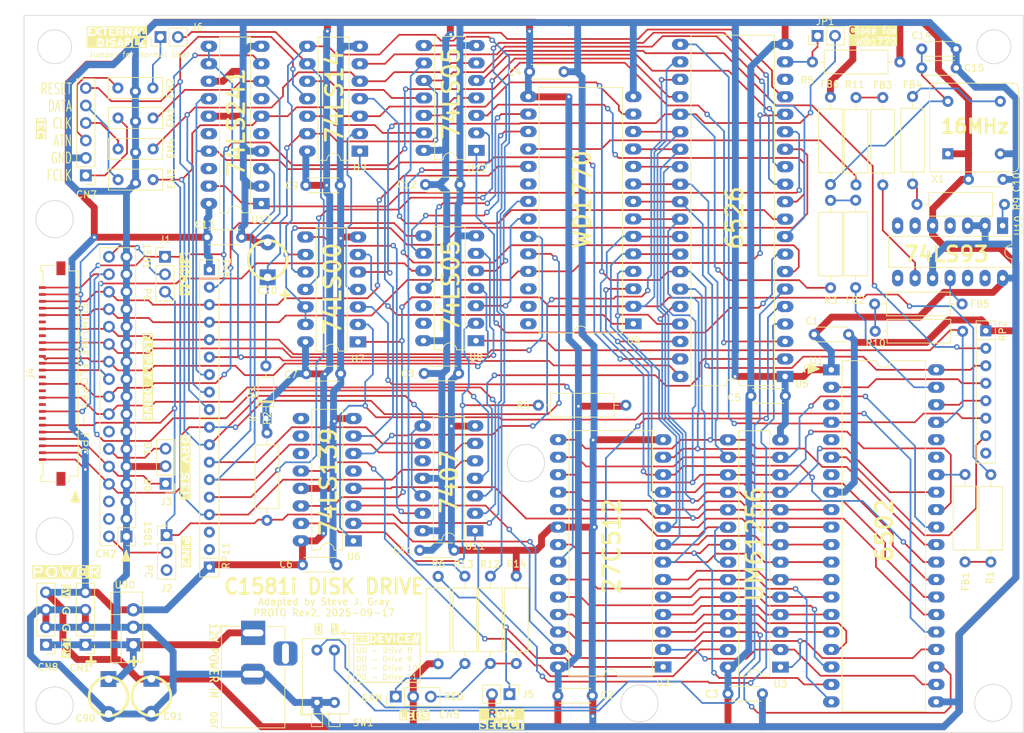
<source format=kicad_pcb>
(kicad_pcb (version 20241229) (generator "pcbnew") (generator_version "9.0")
  (title_block (title "1581i Disk Drive") (date "2025-09-17") (rev "PROTO 2") (company "Steve J. Gray"))
  (layers (0 "F.Cu" signal) (2 "B.Cu" signal) (13 "F.Paste" user) (15 "B.Paste" user) (5 "F.SilkS" user "F.Silkscreen") (7 "B.SilkS" user "B.Silkscreen") (1 "F.Mask" user) (3 "B.Mask" user) (25 "Edge.Cuts" user))
  (net 0 "")
  (net 1 "5V")
  (net 2 "GND")
  (net 3 "Net-(X1-Vcc)")
  (net 4 "Net-(D1-A)")
  (net 5 "FD_PIN2")
  (net 8 "INDEX")
  (net 9 "SELECT0")
  (net 10 "SELECT1")
  (net 12 "MOTOREN")
  (net 13 "DIRECTION")
  (net 14 "STEP")
  (net 15 "WRITEDATA")
  (net 16 "WRITEGATE")
  (net 17 "TRACK00")
  (net 18 "WRITEPROTECT")
  (net 19 "READDATA")
  (net 20 "SIDESELECT")
  (net 21 "FD_PIN34")
  (net 22 "Net-(CN7-Pin_1)")
  (net 23 "Net-(CN7-Pin_3)")
  (net 24 "Net-(CN7-Pin_4)")
  (net 25 "Net-(CN7-Pin_5)")
  (net 26 "~{RESET}")
  (net 27 "GREEN_LED")
  (net 28 "RED_LED")
  (net 29 "Net-(FB1-Pad1)")
  (net 30 "Net-(U1-R{slash}~{W})")
  (net 31 "Net-(FB2-Pad1)")
  (net 32 "Net-(U1-02)")
  (net 33 "Net-(U10-Q1)")
  (net 34 "Net-(FB3-Pad2)")
  (net 35 "Net-(X1-OUT)")
  (net 36 "Net-(FB4-Pad2)")
  (net 37 "Net-(FB5-Pad1)")
  (net 38 "Net-(U10-Q3)")
  (net 39 "~{RDY}")
  (net 40 "~{DISKCHANGE}")
  (net 42 "Net-(JP1-A)")
  (net 43 "PHI2")
  (net 44 "R{slash}~{W}")
  (net 45 "Net-(U6B-E)")
  (net 46 "Net-(U10-CP1..3)")
  (net 47 "PHI0")
  (net 48 "FDC_CLOCK")
  (net 49 "Net-(R12-Pad2)")
  (net 50 "Net-(R13-Pad1)")
  (net 51 "CNT")
  (net 52 "SP")
  (net 53 "SLOW_CLK")
  (net 54 "RDY")
  (net 55 "S0")
  (net 56 "~{IRQ}")
  (net 57 "~{NMI}")
  (net 60 "DATA")
  (net 61 "FAST_CLK")
  (net 62 "~{ATN}")
  (net 63 "Net-(U5-PA3)")
  (net 64 "Net-(U5-PA4)")
  (net 68 "A0")
  (net 69 "A1")
  (net 70 "A2")
  (net 71 "A3")
  (net 72 "A4")
  (net 73 "A5")
  (net 74 "A6")
  (net 75 "A7")
  (net 76 "A8")
  (net 77 "A9")
  (net 78 "A10")
  (net 79 "A11")
  (net 80 "A12")
  (net 81 "A13")
  (net 82 "A14")
  (net 83 "A15")
  (net 84 "D7")
  (net 85 "D6")
  (net 86 "D5")
  (net 87 "D4")
  (net 88 "D3")
  (net 89 "D2")
  (net 90 "D1")
  (net 91 "D0")
  (net 94 "~{ROM_OE}")
  (net 95 "~{RAM_OE}")
  (net 96 "~{RAMWE}")
  (net 97 "~{WD_CS}")
  (net 98 "Net-(U4-STEP)")
  (net 99 "Net-(U4-DIRC)")
  (net 101 "Net-(U4-WG)")
  (net 102 "Net-(U4-WD)")
  (net 106 "SIDE0")
  (net 107 "~{MOTOR}")
  (net 108 "POWERLED")
  (net 109 "ACTLED")
  (net 110 "DATA_IN")
  (net 111 "DATA_OUT")
  (net 112 "CLK_IN")
  (net 113 "CLK_OUT")
  (net 114 "ATN_ACK")
  (net 115 "FAST_SER_DIR")
  (net 116 "ATN_IN")
  (net 118 "~{CIA_SEL}")
  (net 119 "~{FLAG}")
  (net 121 "~{WDSEL}")
  (net 125 "Net-(U7-Pad4)")
  (net 126 "Net-(U11-Pad13)")
  (net 129 "Net-(U12-Pad11)")
  (net 130 "Net-(U12-Pad13)")
  (net 134 "~{DRV_RESET}")
  (net 139 "12V")
  (net 140 "Net-(RP11F-R6.2)")
  (net 141 "Net-(RP11C-R3.2)")
  (net 142 "Net-(J5-Pin_1)")
  (net 144 "DENSITY")
  (net 149 "Net-(J6-Pin_1)")
  (footprint "Connector_FFC-FPC:Molex_200528-0260_1x26-1MP_P1.00mm_Horizontal" (layer "F.Cu") (at 96.6668 89.874 90)
    (property "Reference" "J4")
    (property "Value" "FPC")
  )
  (footprint "Package_DIP:DIP-14_W7.62mm_LongPads" (layer "F.Cu") (at 158.79 57.44 180)
    (property "Reference" "U12")
    (property "Value" "7405")
  )
  (footprint "Resistor_THT:R_Axial_DIN0309_L9.0mm_D3.2mm_P12.70mm_Horizontal" (layer "F.Cu") (at 222.14 49.61 -90)
    (property "Reference" "FB4")
    (property "Value" "R")
  )
  (footprint "Capacitor_THT:C_Disc_D4.3mm_W1.9mm_P5.00mm" (layer "F.Cu") (at 223.47 42.69)
    (property "Reference" "C14")
    (property "Value" "0.1uF")
  )
  (footprint "Capacitor_THT:C_Disc_D4.3mm_W1.9mm_P5.00mm" (layer "F.Cu") (at 198.66 93.13)
    (property "Reference" "C5")
    (property "Value" "0.1uF")
  )
  (footprint "Resistor_THT:R_Axial_DIN0309_L9.0mm_D3.2mm_P12.70mm_Horizontal" (layer "F.Cu") (at 217.81 62.46 90)
    (property "Reference" "FB3")
    (property "Value" "R")
  )
  (footprint "Resistor_THT:R_Array_SIP9" (layer "F.Cu") (at 120.01 74.78 -90)
    (property "Reference" "RP1")
    (property "Value" "1K")
  )
  (footprint "c64c-library:CAP_RADIAL_P5.08MM_D6MM" (layer "F.Cu") (at 111.59 136.77 -90)
    (property "Reference" "C91")
    (property "Value" ".1uF")
  )
  (footprint "Connector_PinHeader_2.54mm:PinHeader_1x03_P2.54mm_Vertical" (layer "F.Cu") (at 113.8 113.35)
    (property "Reference" "J2")
    (property "Value" "PIN2")
  )
  (footprint "Diode_THT:D_DO-35_SOD27_P7.62mm_Horizontal" (layer "F.Cu") (at 128.22 96.38 90)
    (property "Reference" "D1")
    (property "Value" "1N914")
  )
  (footprint "LittleSixteen:EMI_Filter" (layer "F.Cu") (at 111.835 61.692 -90)
    (property "Reference" "EM3")
    (property "Value" "EMI")
  )
  (footprint "Capacitor_THT:C_Disc_D4.3mm_W1.9mm_P5.00mm" (layer "F.Cu") (at 230.26 61.65)
    (property "Reference" "C10")
    (property "Value" "0.1uF")
  )
  (footprint "Capacitor_THT:C_Disc_D4.3mm_W1.9mm_P5.00mm" (layer "F.Cu") (at 212.85 84.19 180)
    (property "Reference" "C1")
    (property "Value" "0.1uF")
  )
  (footprint "Resistor_THT:R_Axial_DIN0309_L9.0mm_D3.2mm_P12.70mm_Horizontal" (layer "F.Cu") (at 128.3716 98.5012 -90)
    (property "Reference" "R2")
    (property "Value" "1K")
  )
  (footprint "Resistor_THT:R_Axial_DIN0309_L9.0mm_D3.2mm_P12.70mm_Horizontal" (layer "F.Cu") (at 207.59 44.59)
    (property "Reference" "R5")
    (property "Value" "2.7K")
  )
  (footprint "LittleSixteen:EMI_Filter" (layer "F.Cu") (at 111.834999 57.23 -90)
    (property "Reference" "EM4")
    (property "Value" "EMI")
  )
  (footprint "Resistor_THT:R_Axial_DIN0309_L9.0mm_D3.2mm_P12.70mm_Horizontal" (layer "F.Cu") (at 233.5 117.26 90)
    (property "Reference" "R1")
    (property "Value" "47")
  )
  (footprint "Connector_PinHeader_2.54mm:PinHeader_1x03_P2.54mm_Vertical" (layer "F.Cu") (at 113.65 105.875 180)
    (property "Reference" "J3")
    (property "Value" "PIN2")
  )
  (footprint "Capacitor_THT:C_Disc_D4.3mm_W1.9mm_P5.00mm" (layer "F.Cu") (at 195.33 136.41)
    (property "Reference" "C3")
    (property "Value" "0.1uF")
  )
  (footprint "Connector_PinHeader_2.54mm:PinHeader_1x03_P2.54mm_Vertical" (layer "F.Cu") (at 113.57 72.9)
    (property "Reference" "J1")
    (property "Value" "PIN34")
  )
  (footprint "Connector_PinHeader_2.54mm:PinHeader_1x02_P2.54mm_Vertical" (layer "F.Cu") (at 163.59 136.47 -90)
    (property "Reference" "J5")
    (property "Value" "ROM SELECT")
  )
  (footprint "Resistor_THT:R_Axial_DIN0309_L9.0mm_D3.2mm_P12.70mm_Horizontal" (layer "F.Cu") (at 229.41 83.72 180)
    (property "Reference" "R10")
    (property "Value" "47")
  )
  (footprint "c64c-library:CAP_RADIAL_P5.08MM_D6MM" (layer "F.Cu") (at 128.48 73.35 90)
    (property "Reference" "C20")
    (property "Value" "47uF")
  )
  (footprint "Capacitor_THT:C_Disc_D4.3mm_W1.9mm_P5.00mm" (layer "F.Cu") (at 223.47 45.46)
    (property "Reference" "C15")
    (property "Value" "0.01uF")
  )
  (footprint "c64c-library:CAP_RADIAL_P5.08MM_D6MM" (layer "F.Cu") (at 105.37 136.81 -90)
    (property "Reference" "C90")
    (property "Value" "0.33uF")
  )
  (footprint "LittleSixteen:EMI_Filter" (layer "F.Cu") (at 111.805 48.37 -90)
    (property "Reference" "EM2")
    (property "Value" "EMI")
  )
  (footprint "Resistor_THT:R_Axial_DIN0309_L9.0mm_D3.2mm_P12.70mm_Horizontal" (layer "F.Cu") (at 229.76 117.24 90)
    (property "Reference" "FB1")
    (property "Value" "R")
  )
  (footprint "Package_DIP:DIP-28_W7.62mm_LongPads" (layer "F.Cu") (at 202.95 132.53 180)
    (property "Reference" "U3")
    (property "Value" "UM61256")
  )
  (footprint "Resistor_THT:R_Axial_DIN0309_L9.0mm_D3.2mm_P12.70mm_Horizontal" (layer "F.Cu") (at 164.58 132.01 90)
    (property "Reference" "R14")
    (property "Value" "1K")
  )
  (footprint "Button_Switch_THT:SW_DIP_SPSTx02_Piano_10.8x6.64mm_W7.62mm_P2.54mm" (layer "F.Cu") (at 135.636 137.668 90)
    (property "Reference" "SW1")
    (property "Value" "DEVICE ID")
  )
  (footprint "Resistor_THT:R_Axial_DIN0309_L9.0mm_D3.2mm_P12.70mm_Horizontal" (layer "F.Cu") (at 213.87 64.68 -90)
    (property "Reference" "FB2")
    (property "Value" "R")
  )
  (footprint "Capacitor_THT:C_Disc_D4.3mm_W1.9mm_P5.00mm" (layer "F.Cu") (at 150.57 115.56)
    (property "Reference" "C11")
    (property "Value" "0.1uF")
  )
  (footprint "Resistor_THT:R_Axial_DIN0309_L9.0mm_D3.2mm_P12.70mm_Horizontal" (layer "F.Cu") (at 160.82 132.01 90)
    (property "Reference" "R12")
    (property "Value" "620")
  )
  (footprint "Package_DIP:DIP-20_W7.62mm_LongPads" (layer "F.Cu") (at 127.56 65.17 180)
    (property "Reference" "U13")
    (property "Value" "74LS241")
  )
  (footprint "Package_TO_SOT_THT:TO-220-3_Vertical" (layer "F.Cu") (at 108.966 129.286 90)
    (property "Reference" "U90")
    (property "Value" "L7805")
  )
  (footprint "Connector_PinHeader_2.54mm:PinHeader_1x02_P2.54mm_Vertical" (layer "F.Cu") (at 112.903 40.9702 90)
    (property "Reference" "J6")
    (property "Value" "DRIVE ENABLE")
  )
  (footprint "Capacitor_THT:C_Disc_D4.3mm_W1.9mm_P5.00mm" (layer "F.Cu") (at 151.21 89.86)
    (property "Reference" "C8")
    (property "Value" "0.1uF")
  )
  (footprint "Connector_PinHeader_2.54mm:PinHeader_2x17_P2.54mm_Vertical" (layer "F.Cu") (at 107.97 113.54 180)
    (property "Reference" "CN2")
    (property "Value" "FLOPPY")
  )
  (footprint "Package_DIP:DIP-14_W7.62mm_LongPads" (layer "F.Cu") (at 235.21 68.38 -90)
    (property "Reference" "U10")
    (property "Value" "74LS93")
  )
  (footprint "Connector_PinHeader_2.54mm:PinHeader_1x04_P2.54mm_Vertical" (layer "F.Cu") (at 102.0064 129.286 180)
    (property "Reference" "CN1")
    (property "Value" "FLOPPY POWER")
  )
  (footprint "Connector_PinHeader_2.54mm:PinHeader_1x02_P2.54mm_Vertical" (layer "F.Cu") (at 208.34 40.79 90)
    (property "Reference" "JP1")
    (property "Value" "FDC TYPE")
  )
  (footprint "Resistor_THT:R_Axial_DIN0309_L9.0mm_D3.2mm_P12.70mm_Horizontal" (layer "F.Cu") (at 216.63 79.76)
    (property "Reference" "FB5")
    (property "Value" "R")
  )
  (footprint "Resistor_THT:R_Axial_DIN0309_L9.0mm_D3.2mm_P12.70mm_Horizontal" (layer "F.Cu") (at 167.8 94.48)
    (property "Reference" "R4")
    (property "Value" "1K")
  )
  (footprint "Resistor_THT:R_Axial_DIN0309_L9.0mm_D3.2mm_P12.70mm_Horizontal" (layer "F.Cu") (at 157.12 119.32 -90)
    (property "Reference" "R13")
    (property "Value" "150")
  )
  (footprint "Capacitor_THT:C_Disc_D4.3mm_W1.9mm_P5.00mm" (layer "F.Cu") (at 166.52 46.01)
    (property "Reference" "C4")
    (property "Value" "0.1uF")
  )
  (footprint "Resistor_THT:R_Axial_DIN0309_L9.0mm_D3.2mm_P12.70mm_Horizontal" (layer "F.Cu") (at 210.21 49.7 -90)
    (property "Reference" "FB6")
    (property "Value" "R")
  )
  (footprint "Capacitor_THT:C_Disc_D4.3mm_W1.9mm_P5.00mm" (layer "F.Cu") (at 134.02 62.52)
    (property "Reference" "C9")
    (property "Value" "0.1uF")
  )
  (footprint "Package_DIP:DIP-28_W15.24mm_LongPads" (layer "F.Cu") (at 181.58 82.64 180)
    (property "Reference" "U4")
    (property "Value" "WD1770")
  )
  (footprint "LittleSixteen:EMI_Filter" (layer "F.Cu") (at 111.825 52.73 -90)
    (property "Reference" "EM1")
    (property "Value" "EMI")
  )
  (footprint "Capacitor_THT:C_Disc_D4.3mm_W1.9mm_P5.00mm" (layer "F.Cu") (at 151.4 62.41)
    (property "Reference" "C12")
    (property "Value" "0.1uF")
  )
  (footprint "Capacitor_THT:C_Disc_D4.3mm_W1.9mm_P5.00mm" (layer "F.Cu") (at 119.69 70.06)
    (property "Reference" "C13")
    (property "Value" "0.1uF")
  )
  (footprint "Capacitor_THT:C_Disc_D4.3mm_W1.9mm_P5.00mm" (layer "F.Cu") (at 134.08 89.89)
    (property "Reference" "C7")
    (property "Value" "0.1uF")
  )
  (footprint "Capacitor_THT:C_Disc_D4.3mm_W1.9mm_P5.00mm" (layer "F.Cu") (at 170.62 136.69)
    (property "Reference" "C2")
    (property "Value" "0.1uF")
  )
  (footprint "Resistor_THT:R_Axial_DIN0309_L9.0mm_D3.2mm_P12.70mm_Horizontal" (layer "F.Cu") (at 210.23 64.71 -90)
    (property "Reference" "R3")
    (property "Value" "47")
  )
  (footprint "Connector_PinHeader_2.54mm:PinHeader_1x04_P2.54mm_Vertical" (layer "F.Cu") (at 96.2764 129.286 180)
    (property "Reference" "CN8")
    (property "Value" "EXTERNAL POWER")
  )
  (footprint "Package_DIP:DIP-40_W15.24mm_LongPads" (layer "F.Cu") (at 210.34 89.33)
    (property "Reference" "U1")
    (property "Value" "6502")
  )
  (footprint "Package_DIP:DIP-14_W7.62mm_LongPads" (layer "F.Cu") (at 141.59 85.27 180)
    (property "Reference" "U7")
    (property "Value" "74LS00")
  )
  (footprint "Resistor_THT:R_Axial_DIN0309_L9.0mm_D3.2mm_P12.70mm_Horizontal" (layer "F.Cu") (at 213.92 49.76 -90)
    (property "Reference" "R11")
    (property "Value" "47")
  )
  (footprint "Connector_PinHeader_2.54mm:PinHeader_1x03_P2.54mm_Vertical" (layer "F.Cu") (at 147.08 136.83 90)
    (property "Reference" "CN5")
    (property "Value" "LEDS")
  )
  (footprint "Oscillator:Oscillator_DIP-8" (layer "F.Cu") (at 227.26 57.93)
    (property "Reference" "X1")
    (property "Value" "16MHz")
  )
  (footprint "Package_DIP:DIP-40_W15.24mm_LongPads" (layer "F.Cu") (at 203.63 90.29 180)
    (property "Reference" "U5")
    (property "Value" "6526")
  )
  (footprint "Capacitor_THT:C_Disc_D4.3mm_W1.9mm_P5.00mm" (layer "F.Cu") (at 133.53 117.66)
    (property "Reference" "C6")
    (property "Value" "0.1uF")
  )
  (footprint "Resistor_THT:R_Array_SIP8" (layer "F.Cu") (at 232.77 83.66 -90)
    (property "Reference" "RP2")
    (property "Value" "2.7K")
  )
  (footprint "Connector_PinHeader_2.54mm:PinHeader_1x06_P2.54mm_Vertical" (layer "F.Cu") (at 102.065 61.078 180)
    (property "Reference" "CN7")
    (property "Value" "INTERNAL IEC")
  )
  (footprint "Package_DIP:DIP-16_W7.62mm_LongPads" (layer "F.Cu") (at 140.94 114.19 180)
    (property "Reference" "U6")
    (property "Value" "74LS139")
  )
  (footprint "Package_DIP:DIP-14_W7.62mm_LongPads" (layer "F.Cu") (at 158.73 85.1 180)
    (property "Reference" "U8")
    (property "Value" "7405")
  )
  (footprint "Package_DIP:DIP-28_W15.24mm_LongPads" (layer "F.Cu") (at 185.91 132.51 180)
    (property "Reference" "U2")
    (property "Value" "27C512")
  )
  (footprint "Connector_BarrelJack:BarrelJack_Horizontal" (layer "F.Cu") (at 126.364 127.556 90)
    (property "Reference" "J90")
    (property "Value" "Barrel_Jack")
  )
  (footprint "Resistor_THT:R_Array_SIP9" (layer "F.Cu") (at 120.01 117.99 90)
    (property "Reference" "RP11")
    (property "Value" "1K")
  )
  (footprint "Resistor_THT:R_Axial_DIN0309_L9.0mm_D3.2mm_P12.70mm_Horizontal" (layer "F.Cu") (at 153.24 132.05 90)
    (property "Reference" "R6")
    (property "Value" "47")
  )
  (footprint "Package_DIP:DIP-14_W7.62mm_LongPads" (layer "F.Cu") (at 158.6 112.72 180)
    (property "Reference" "U11")
    (property "Value" "7407")
  )
  (footprint "Package_DIP:DIP-14_W7.62mm_LongPads" (layer "F.Cu") (at 141.86 57.55 180)
    (property "Reference" "U9")
    (property "Value" "74LS14")
  )
  (footprint "Resistor_THT:R_Axial_DIN0309_L9.0mm_D3.2mm_P12.70mm_Horizontal" (layer "F.Cu") (at 235.48 65.28 180)
    (property "Reference" "R9")
    (property "Value" "47")
  )
  (gr_poly (pts (xy 208.5848 89.2048) (xy 206.9592 88.4428) (xy 206.9592 89.8652)) (stroke (width 0.15)) (fill yes) (layer "F.SilkS"))
  (gr_line (start 139.192 127.6096) (end 139.7508 127.254) (stroke (width 0.15)) (layer "F.SilkS"))
  (gr_line (start 139.192 127.6096) (end 139.7508 127.9652) (stroke (width 0.15)) (layer "F.SilkS"))
  (gr_line (start 143.3068 129.286) (end 140.97 129.286) (stroke (width 0.15)) (layer "F.SilkS"))
  (gr_poly (pts (xy 100.584 106.934) (xy 99.8982 108.5596) (xy 101.1428 108.5596)) (stroke (width 0.15)) (fill yes) (layer "F.SilkS"))
  (gr_line (start 143.6116 127.6096) (end 139.192 127.6096) (stroke (width 0.15)) (layer "F.SilkS"))
  (gr_line (start 150.622 129.3749) (end 150.622 134.747) (stroke (width 0.15)) (layer "F.SilkS"))
  (gr_line (start 150.622 134.747) (end 140.97 134.747) (stroke (width 0.15)) (layer "F.SilkS"))
  (gr_poly (pts (xy 107.95 115.5192) (xy 107.2642 117.1448) (xy 108.5088 117.1448)) (stroke (width 0.15)) (fill yes) (layer "F.SilkS"))
  (gr_line (start 139.7508 127.9652) (end 139.192 127.6096) (stroke (width 0.15)) (layer "F.SilkS"))
  (gr_line (start 140.97 134.747) (end 140.97 127.6096) (stroke (width 0.15)) (layer "F.SilkS"))
  (gr_rect (start 93.0992 37.8) (end 238.22 142.0488) (stroke (width 0.1)) (fill no) (layer "Edge.Cuts"))
  (gr_circle (center 97.536 113.51) (end 100.237851 113.51) (stroke (width 0.1)) (fill no) (layer "Edge.Cuts"))
  (gr_circle (center 97.536 67.43) (end 100.237851 67.43) (stroke (width 0.1)) (fill no) (layer "Edge.Cuts"))
  (gr_circle (center 97.536 138.1125) (end 100.237851 138.1125) (stroke (width 0.1)) (fill no) (layer "Edge.Cuts"))
  (gr_circle (center 97.536 42.38) (end 95.072507 42.38) (stroke (width 0.1)) (fill no) (layer "Edge.Cuts"))
  (gr_circle (center 182.4736 137.8204) (end 184.5736 139.5204) (stroke (width 0.1)) (fill no) (layer "Edge.Cuts"))
  (gr_circle (center 233.85 137.72) (end 235.95 139.42) (stroke (width 0.1)) (fill no) (layer "Edge.Cuts"))
  (gr_circle (center 233.95 42.38) (end 235.27 44.46) (stroke (width 0.1)) (fill no) (layer "Edge.Cuts"))
  (gr_circle (center 165.989 102.87) (end 168.089 104.57) (stroke (width 0.1)) (fill no) (layer "Edge.Cuts"))
  (gr_text "POWER" (at 93.9292 119.5832 0) (layer "F.SilkS" knockout) (effects (font (size 1.4 2) (thickness 0.25) (bold yes)) (justify left bottom)))
  (gr_text "27C512" (at 179.85 122.175 90) (layer "F.SilkS") (effects (font (size 2.4 2.4) (thickness 0.4)) (justify left bottom)))
  (gr_text "6526" (at 197.7136 72.0852 90) (layer "F.SilkS") (effects (font (size 2.4 2.4) (thickness 0.4)) (justify left bottom)))
  (gr_text "74LS241" (at 125.3 61.525 90) (layer "F.SilkS") (effects (font (size 2.4 2.4) (thickness 0.4)) (justify left bottom)))
  (gr_text "PIN34" (at 115.824 72.0852 270) (layer "F.SilkS" knockout) (effects (font (size 1 1.4) (thickness 0.25) (bold yes)) (justify left bottom)))
  (gr_text "Close for\nWD1770" (at 219.9132 42.22 0) (layer "F.SilkS" knockout) (effects (font (size 1 1)) (justify right bottom)))
  (gr_text "74LS05" (at 156.5148 56.134 90) (layer "F.SilkS") (effects (font (size 2.4 2.4) (thickness 0.4)) (justify left bottom)))
  (gr_text "RED" (at 153.9748 137.414 0) (layer "F.SilkS") (effects (font (size 1 1)) (justify left bottom)))
  (gr_text "74LS00" (at 139.3 84.5 90) (layer "F.SilkS") (effects (font (size 2.4 2.4) (thickness 0.4)) (justify left bottom)))
  (gr_text "74LS93" (at 220.6244 73.8124 0) (layer "F.SilkS") (effects (font (size 2.2 2.2) (thickness 0.4) (bold yes)) (justify left bottom)))
  (gr_text "Jumper for Normal Use!" (at 109.7788 43.9928 0) (layer "F.SilkS") (effects (font (size 0.8 0.8) (thickness 0.1)) (justify bottom)))
  (gr_text "1" (at 137.541 127.762 0) (layer "F.SilkS" knockout) (effects (font (size 1.2 1.2)) (justify left bottom)))
  (gr_text "DEVICE#" (at 143.0528 129.032 0) (layer "F.SilkS" knockout) (effects (font (size 1 1.2) (thickness 0.25) (bold yes)) (justify left bottom)))
  (gr_text "74LS139" (at 138.725 113.7 90) (layer "F.SilkS") (effects (font (size 2.4 2.4) (thickness 0.4)) (justify left bottom)))
  (gr_text "74LS14" (at 139.575 56.5912 90) (layer "F.SilkS") (effects (font (size 2.4 2.4) (thickness 0.4)) (justify left bottom)))
  (gr_text "FLOPPY DRIVE" (at 110.4392 83.82 270) (layer "F.SilkS" knockout) (effects (font (size 1 1.2) (thickness 0.25) (bold yes)) (justify left bottom)))
  (gr_text "EXTERNAL\nDISABLE" (at 110.998 42.418 0) (layer "F.SilkS" knockout) (effects (font (size 1 1.2) (thickness 0.25) (bold yes)) (justify right bottom)))
  (gr_text "0" (at 135.1788 127.762 0) (layer "F.SilkS" knockout) (effects (font (size 1.2 1.2)) (justify left bottom)))
  (gr_text "Adapted by Steve J. Gray\nPROTO Rev2, 2025-09-17" (at 136.652 125.222 0) (layer "F.SilkS") (effects (font (size 1 1)) (justify bottom)))
  (gr_text "74LS05" (at 156.475 84.1 90) (layer "F.SilkS") (effects (font (size 2.4 2.4) (thickness 0.4)) (justify left bottom)))
  (gr_text "16MHz" (at 226.0092 55.118 0) (layer "F.SilkS") (effects (font (size 2 2) (thickness 0.4)) (justify left bottom)))
  (gr_text "UU - Drive 8\nDU - Drive 9\nUD - Drive 10\nDD - Drive 11" (at 141.224 134.4268 0) (layer "F.SilkS") (effects (font (size 0.8 0.8) (thickness 0.1)) (justify left bottom)))
  (gr_text "!" (at 206.1464 89.7636 0) (layer "F.SilkS") (effects (font (size 1 1)) (justify left bottom)))
  (gr_text "ROM\nSELECT" (at 162.4076 141.5288 0) (layer "F.SilkS" knockout) (effects (font (size 1 1.2) (thickness 0.25) (bold yes)) (justify bottom)))
  (gr_text "GRN" (at 141.986 137.6172 0) (layer "F.SilkS") (effects (font (size 1 1)) (justify left bottom)))
  (gr_text "6502" (at 219.45 117.5 90) (layer "F.SilkS") (effects (font (size 2.4 2.4) (thickness 0.4)) (justify left bottom)))
  (gr_text "1581" (at 110.49 111.2012 270) (layer "F.SilkS") (effects (font (size 1 1)) (justify left bottom)))
  (gr_text "7407" (at 156.25 110.475 90) (layer "F.SilkS") (effects (font (size 2.4 2.4) (thickness 0.4)) (justify left bottom)))
  (gr_text "0" (at 141.2748 128.9304 0) (layer "F.SilkS" knockout) (effects (font (size 0.8 0.8) (thickness 0.1)) (justify left bottom)))
  (gr_text "RESET\nDATA\nCLK\nATN\nGND\nFCLK" (at 100.135 61.97 0) (layer "F.SilkS") (effects (font (size 1.56 1)) (justify right bottom)))
  (gr_text "12V POWER IN" (at 119.9388 126.0348 270) (layer "F.SilkS") (effects (font (size 1.2 1) (thickness 0.1875)) (justify left bottom)))
  (gr_text "SLIMLINE FLOPPY - FPC" (at 101.2444 79.4004 270) (layer "F.SilkS") (effects (font (size 1 1.2)) (justify left bottom)))
  (gr_text "DRV SEL" (at 115.8748 98.5012 270) (layer "F.SilkS" knockout) (effects (font (size 1 1.5) (thickness 0.25) (bold yes)) (justify left bottom)))
  (gr_text "WD1770" (at 175.5648 71.9836 90) (layer "F.SilkS") (effects (font (size 2.4 2.4) (thickness 0.4)) (justify left bottom)))
  (gr_text "D1" (at 110.49 99.7712 270) (layer "F.SilkS") (effects (font (size 1 1)) (justify left bottom)))
  (gr_text "5V" (at 98.552 120.4468 270) (layer "F.SilkS" knockout) (effects (font (size 1 1)) (justify left bottom)))
  (gr_text "LEDS" (at 147.4216 140.1572 0) (layer "F.SilkS" knockout) (effects (font (size 1 1.2) (thickness 0.25) (bold yes)) (justify left bottom)))
  (gr_text "1581" (at 110.3376 70.8152 270) (layer "F.SilkS") (effects (font (size 1 1)) (justify left bottom)))
  (gr_text "D0" (at 110.4392 105.0036 270) (layer "F.SilkS") (effects (font (size 1 1)) (justify left bottom)))
  (gr_text "PC" (at 110.5916 117.5512 270) (layer "F.SilkS") (effects (font (size 1 1)) (justify left bottom)))
  (gr_text "G G" (at 98.6028 123.4948 270) (layer "F.SilkS") (effects (font (size 1 1.4) (thickness 0.2) (bold yes)) (justify left bottom)))
  (gr_text "UM61256" (at 200.6092 123.2916 90) (layer "F.SilkS") (effects (font (size 2.4 2.4) (thickness 0.4)) (justify left bottom)))
  (gr_text "C1581i DISK DRIVE" (at 121.92 122.1232 0) (layer "F.SilkS") (effects (font (size 2.2 2) (thickness 0.4)) (justify left bottom)))
  (gr_text "12V" (at 98.552 128.27 270) (layer "F.SilkS" knockout) (effects (font (size 1 1)) (justify left bottom)))
  (gr_text "IEC" (at 94.9452 52.5272 270) (layer "F.SilkS" knockout) (effects (font (size 1 1.3) (thickness 0.25) (bold yes)) (justify left bottom)))
  (gr_text "PC" (at 110.3884 77.3176 270) (layer "F.SilkS") (effects (font (size 1 1)) (justify left bottom)))
  (gr_text "PIN2" (at 115.9764 113.3348 270) (layer "F.SilkS" knockout) (effects (font (size 1 1.3) (thickness 0.25) (bold yes)) (justify left bottom)))
  (gr_text "1" (at 142.1384 128.9304 0) (layer "F.SilkS" knockout) (effects (font (size 0.8 0.8) (thickness 0.1)) (justify left bottom)))
  (segment (start 149.62 136.83) (end 149.62 141.0244) (width 1) (layer "F.Cu") (net 1))
  (segment (start 237.09 83.66) (end 232.77 83.66) (width 1) (layer "F.Cu") (net 1))
  (segment (start 120.65 134.2644) (end 109.6772 134.2644) (width 1) (layer "F.Cu") (net 1))
  (segment (start 99.5172 59.9728) (end 99.5172 61.976) (width 1) (layer "F.Cu") (net 1))
  (segment (start 136.6 113.1) (end 135.51 114.19) (width 1) (layer "F.Cu") (net 1))
  (segment (start 103.6828 121.666) (end 102.0064 121.666) (width 1) (layer "F.Cu") (net 1))
  (segment (start 133.53 117.66) (end 133.53 114.4) (width 1) (layer "F.Cu") (net 1))
  (segment (start 232.06 82.09) (end 232.1 82.05) (width 1) (layer "F.Cu") (net 1))
  (segment (start 99.5172 61.976) (end 103.3 65.7588) (width 1) (layer "F.Cu") (net 1))
  (segment (start 232.77 82.72) (end 232.77 83.66) (width 1) (layer "F.Cu") (net 1))
  (segment (start 166.38 49.66) (end 166.34 49.62) (width 1) (layer "F.Cu") (net 1))
  (segment (start 224.126 85.344) (end 227.38 82.09) (width 1) (layer "F.Cu") (net 1))
  (segment (start 95.7568 100.374) (end 101.1204 100.374) (width 0.25) (layer "F.Cu") (net 1))
  (segment (start 227.0364 71.69) (end 225.05 69.7036) (width 1) (layer "F.Cu") (net 1))
  (segment (start 155.01 38.82) (end 155.01 40.54) (width 1) (layer "F.Cu") (net 1))
  (segment (start 166.51 40.125) (end 166.51 38.875) (width 1) (layer "F.Cu") (net 1))
  (segment (start 195.09 141.1944) (end 170.87 141.1944) (width 1) (layer "F.Cu") (net 1))
  (segment (start 223.71 38.86) (end 220.31 38.86) (width 1) (layer "F.Cu") (net 1))
  (segment (start 225.05 69.7036) (end 225.05 68.38) (width 1) (layer "F.Cu") (net 1))
  (segment (start 155.01 40.54) (end 155.065 40.595) (width 1) (layer "F.Cu") (net 1))
  (segment (start 214.004 85.344) (end 224.126 85.344) (width 1) (layer "F.Cu") (net 1))
  (segment (start 230.26 57.87) (end 230.26 61.65) (width 1) (layer "F.Cu") (net 1))
  (segment (start 167.22 38.82) (end 167.26 38.86) (width 1) (layer "F.Cu") (net 1))
  (segment (start 127.58 141.1944) (end 120.65 134.2644) (width 1) (layer "F.Cu") (net 1))
  (segment (start 225.9 41.05) (end 223.71 38.86) (width 1) (layer "F.Cu") (net 1))
  (segment (start 220.29 38.88) (end 220.29 44.59) (width 1) (layer "F.Cu") (net 1))
  (segment (start 136.8 89.92) (end 134.11 89.92) (width 1) (layer "F.Cu") (net 1))
  (segment (start 228.854 127.8128) (end 228.854 139.006) (width 1) (layer "F.Cu") (net 1))
  (segment (start 173.61 94.62) (end 180.36 94.62) (width 1) (layer "F.Cu") (net 1))
  (segment (start 153.24 132.05) (end 151.7696 132.05) (width 1) (layer "F.Cu") (net 1))
  (segment (start 227.38 82.09) (end 232.06 82.09) (width 1) (layer "F.Cu") (net 1))
  (segment (start 230.26 56.86) (end 230.26 57.87) (width 1) (layer "F.Cu") (net 1))
  (segment (start 109.6772 134.2644) (end 106.8832 131.4704) (width 1) (layer "F.Cu") (net 1))
  (segment (start 230.2 57.93) (end 227.26 57.93) (width 1) (layer "F.Cu") (net 1))
  (segment (start 227.2 47.05) (end 225.9 45.75) (width 1) (layer "F.Cu") (net 1))
  (segment (start 212.85 84.19) (end 214.004 85.344) (width 1) (layer "F.Cu") (net 1))
  (segment (start 213.46 44.25) (end 210.21 47.5) (width 1) (layer "F.Cu") (net 1))
  (segment (start 203.63 38.8872) (end 203.6572 38.86) (width 1) (layer "F.Cu") (net 1))
  (segment (start 106.08 44.92) (end 102.2476 44.92) (width 1) (layer "F.Cu") (net 1))
  (segment (start 225.05 65.9324) (end 229.3324 61.65) (width 1) (layer "F.Cu") (net 1))
  (segment (start 230.26 56.86) (end 230.26 50.06) (width 1) (layer "F.Cu") (net 1))
  (segment (start 220.31 38.86) (end 213.46 38.86) (width 1) (layer "F.Cu") (net 1))
  (segment (start 103.3 70.07) (end 103.31 70.06) (width 1) (layer "F.Cu") (net 1))
  (segment (start 98.741052 129.331052) (end 100.8296 131.4196) (width 1) (layer "F.Cu") (net 1))
  (segment (start 230.26 57.87) (end 230.2 57.93) (width 1) (layer "F.Cu") (net 1))
  (segment (start 106.1212 131.4196) (end 106.172 131.4704) (width 1) (layer "F.Cu") (net 1))
  (segment (start 100.5604 102.374) (end 102.0064 103.82) (width 0.25) (layer "F.Cu") (net 1))
  (segment (start 155.01 38.82) (end 167.22 38.82) (width 1) (layer "F.Cu") (net 1))
  (segment (start 95.7568 102.374) (end 100.5604 102.374) (width 0.25) (layer "F.Cu") (net 1))
  (segment (start 106.172 124.1044) (end 106.2736 124.206) (width 1) (layer "F.Cu") (net 1))
  (segment (start 137.15 38.82) (end 112.18 38.82) (width 1) (layer "F.Cu") (net 1))
  (segment (start 195.33 136.41) (end 195.33 140.9544) (width 1) (layer "F.Cu") (net 1))
  (segment (start 232.1 82.05) (end 232.77 82.72) (width 1) (layer "F.Cu") (net 1))
  (segment (start 234.8992 71.69) (end 227.0364 71.69) (width 1) (layer "F.Cu") (net 1))
  (segment (start 195.33 140.9544) (end 195.09 141.1944) (width 1) (layer "F.Cu") (net 1))
  (segment (start 102.2476 44.92) (end 99.5172 47.6504) (width 1) (layer "F.Cu") (net 1))
  (segment (start 134.11 89.92) (end 134.08 89.89) (width 1) (layer "F.Cu") (net 1))
  (segment (start 155.01 38.82) (end 137.15 38.82) (width 1) (layer "F.Cu") (net 1))
  (segment (start 106.2736 124.206) (end 108.966 124.206) (width 1) (layer "F.Cu") (net 1))
  (segment (start 180.36 94.62) (end 180.5 94.48) (width 1) (layer "F.Cu") (net 1))
  (segment (start 96.2764 121.666) (end 98.741052 124.130652) (width 1) (layer "F.Cu") (net 1))
  (segment (start 101.1204 100.374) (end 102.0064 101.26) (width 0.25) (layer "F.Cu") (net 1))
  (segment (start 149.79 141.1944) (end 170.87 141.1944) (width 1) (layer "F.Cu") (net 1))
  (segment (start 228.854 139.006) (end 226.6656 141.1944) (width 1) (layer "F.Cu") (net 1))
  (segment (start 137.15 40.12) (end 137.15 38.82) (width 1) (layer "F.Cu") (net 1))
  (segment (start 149.79 141.1944) (end 127.58 141.1944) (width 1) (layer "F.Cu") (net 1))
  (segment (start 98.741052 124.130652) (end 98.741052 129.331052) (width 1) (layer "F.Cu") (net 1))
  (segment (start 133.53 114.4) (end 133.32 114.19) (width 1) (layer "F.Cu") (net 1))
  (segment (start 103.3 65.7588) (end 103.3 70.07) (width 1) (layer "F.Cu") (net 1))
  (segment (start 133.53 117.66) (end 120.34 117.66) (width 1) (layer "F.Cu") (net 1))
  (segment (start 229.3324 61.65) (end 230.26 61.65) (width 1) (layer "F.Cu") (net 1))
  (segment (start 100.8296 131.4196) (end 106.1212 131.4196) (width 1) (layer "F.Cu") (net 1))
  (segment (start 225.05 68.38) (end 225.05 65.9324) (width 1) (layer "F.Cu") (net 1))
  (segment (start 202.15 38.86) (end 203.6572 38.86) (width 1) (layer "F.Cu") (net 1))
  (segment (start 237.15 73.9408) (end 234.8992 71.69) (width 1) (layer "F.Cu") (net 1))
  (segment (start 112.18 38.82) (end 106.08 44.92) (width 1) (layer "F.Cu") (net 1))
  (segment (start 134.02 62.52) (end 137.04 62.52) (width 1) (layer "F.Cu") (net 1))
  (segment (start 100.7468 98.374) (end 100.7668 98.394) (width 0.25) (layer "F.Cu") (net 1))
  (segment (start 135.51 114.19) (end 133.32 114.19) (width 1) (layer "F.Cu") (net 1))
  (segment (start 151.7696 132.05) (end 149.62 134.1996) (width 1) (layer "F.Cu") (net 1))
  (segment (start 237.15 119.5168) (end 228.854 127.8128) (width 1) (layer "F.Cu") (net 1))
  (segment (start 170.62 136.69) (end 170.62 140.9444) (width 1) (layer "F.Cu") (net 1))
  (segment (start 225.9 45.75) (end 225.9 41.05) (width 1) (layer "F.Cu") (net 1))
  (segment (start 237.15 83.72) (end 237.09 83.66) (width 1) (layer "F.Cu") (net 1))
  (segment (start 172.22 49.66) (end 166.38 49.66) (width 1) (layer "F.Cu") (net 1))
  (segment (start 106.8832 131.4704) (end 106.172 131.4704) (width 1) (layer "F.Cu") (net 1))
  (segment (start 149.62 134.1996) (end 149.62 136.83) (width 1) (layer "F.Cu") (net 1))
  (segment (start 95.7568 98.374) (end 100.7468 98.374) (width 0.25) (layer "F.Cu") (net 1))
  (segment (start 149.62 141.0244) (end 149.79 141.1944) (width 1) (layer "F.Cu") (net 1))
  (segment (start 120.34 117.66) (end 120.01 117.99) (width 1) (layer "F.Cu") (net 1))
  (segment (start 213.46 38.86) (end 209.8548 38.86) (width 1) (layer "F.Cu") (net 1))
  (segment (start 237.15 83.72) (end 237.15 73.9408) (width 1) (layer "F.Cu") (net 1))
  (segment (start 213.46 38.86) (end 213.46 44.25) (width 1) (layer "F.Cu") (net 1))
  (segment (start 99.5172 47.6504) (end 99.5172 59.9728) (width 1) (layer "F.Cu") (net 1))
  (segment (start 167.26 38.86) (end 202.15 38.86) (width 1) (layer "F.Cu") (net 1))
  (segment (start 170.62 140.9444) (end 170.87 141.1944) (width 1) (layer "F.Cu") (net 1))
  (segment (start 237.15 83.72) (end 237.15 119.5168) (width 1) (layer "F.Cu") (net 1))
  (segment (start 103.31 70.06) (end 119.69 70.06) (width 1) (layer "F.Cu") (net 1))
  (segment (start 227.25 47.05) (end 227.2 47.05) (width 1) (layer "F.Cu") (net 1))
  (segment (start 227.46 47.26) (end 227.25 47.05) (width 1) (layer "F.Cu") (net 1))
  (segment (start 106.1212 124.1044) (end 103.6828 121.666) (width 1) (layer "F.Cu") (net 1))
  (segment (start 106.172 131.4704) (end 106.172 124.1044) (width 1) (layer "F.Cu") (net 1))
  (segment (start 203.6572 38.86) (end 209.8548 38.86) (width 1) (layer "F.Cu") (net 1))
  (segment (start 220.31 38.86) (end 220.29 38.88) (width 1) (layer "F.Cu") (net 1))
  (segment (start 230.26 50.06) (end 227.46 47.26) (width 1) (layer "F.Cu") (net 1))
  (segment (start 203.63 42.03) (end 203.63 38.8872) (width 1) (layer "F.Cu") (net 1))
  (segment (start 226.6656 141.1944) (end 195.09 141.1944) (width 1) (layer "F.Cu") (net 1))
  (segment (start 106.172 124.1044) (end 106.1212 124.1044) (width 1) (layer "F.Cu") (net 1))
  (segment (start 210.21 47.5) (end 210.21 49.7) (width 1) (layer "F.Cu") (net 1))
  (via (at 102.0064 101.26) (size 0.8) (drill 0.4) (layers "F.Cu" "B.Cu") (net 1))
  (via (at 137.04 62.52) (size 0.8) (drill 0.4) (layers "F.Cu" "B.Cu") (net 1))
  (via (at 166.51 40.125) (size 0.8) (drill 0.4) (layers "F.Cu" "B.Cu") (net 1))
  (via (at 172.22 49.66) (size 0.8) (drill 0.4) (layers "F.Cu" "B.Cu") (net 1))
  (via (at 137.15 40.12) (size 0.8) (drill 0.4) (layers "F.Cu" "B.Cu") (net 1))
  (via (at 136.6 113.1) (size 0.8) (drill 0.4) (layers "F.Cu" "B.Cu") (net 1))
  (via (at 173.61 94.62) (size 0.8) (drill 0.4) (layers "F.Cu" "B.Cu") (net 1))
  (via (at 136.8 89.92) (size 0.8) (drill 0.4) (layers "F.Cu" "B.Cu") (net 1))
  (via (at 100.7668 98.394) (size 0.8) (drill 0.4) (layers "F.Cu" "B.Cu") (net 1))
  (via (at 103.3 70.07) (size 0.8) (drill 0.4) (layers "F.Cu" "B.Cu") (net 1))
  (via (at 102.0064 103.82) (size 0.8) (drill 0.4) (layers "F.Cu" "B.Cu") (net 1))
  (via (at 155.065 40.595) (size 0.8) (drill 0.4) (layers "F.Cu" "B.Cu") (net 1))
  (segment (start 100.0468 73.3232) (end 100.0468 97.674) (width 1) (layer "B.Cu") (net 1))
  (segment (start 154.216 85.1) (end 151.11 85.1) (width 1) (layer "B.Cu") (net 1))
  (segment (start 153.77 112.7) (end 153.77 105.1) (width 1) (layer "B.Cu") (net 1))
  (segment (start 154.48 84.836) (end 154.48 63.52) (width 1) (layer "B.Cu") (net 1))
  (segment (start 198.64 93.11) (end 198.66 93.13) (width 1) (layer "B.Cu") (net 1))
  (segment (start 153.77 114.11) (end 152.32 115.56) (width 1) (layer "B.Cu") (net 1))
  (segment (start 166.34 49.62) (end 166.34 46.19) (width 1) (layer "B.Cu") (net 1))
  (segment (start 119.94 67.06) (end 119.69 67.31) (width 1) (layer "B.Cu") (net 1))
  (segment (start 213.68 105.08) (end 213.68 85.02) (width 1) (layer "B.Cu") (net 1))
  (segment (start 153.77 90) (end 154.48 89.29) (width 1) (layer "B.Cu") (net 1))
  (segment (start 153.416 57.404) (end 153.38 57.44) (width 1) (layer "B.Cu") (net 1))
  (segment (start 153.77 105.1) (end 150.98 105.1) (width 1) (layer "B.Cu") (net 1))
  (segment (start 166.52 46.01) (end 166.52 40.135) (width 1) (layer "B.Cu") (net 1))
  (segment (start 201.9116 42.03) (end 198.64 45.3016) (width 1) (layer "B.Cu") (net 1))
  (segment (start 173.61 94.62) (end 173.61 130.77) (width 1) (layer "B.Cu") (net 1))
  (segment (start 153.77 113.49) (end 153.77 114.11) (width 1) (layer "B.Cu") (net 1))
  (segment (start 154.3304 57.404) (end 153.416 57.404) (width 1) (layer "B.Cu") (net 1))
  (segment (start 154.985 40.595) (end 154.3304 41.2496) (width 1) (layer "B.Cu") (net 1))
  (segment (start 103.3 70.07) (end 100.0468 73.3232) (width 1) (layer "B.Cu") (net 1))
  (segment (start 173.61 130.77) (end 171.87 132.51) (width 1) (layer "B.Cu") (net 1))
  (segment (start 154.48 63.52) (end 153.37 62.41) (width 1) (layer "B.Cu") (net 1))
  (segment (start 153.77 113.49) (end 153.77 112.7) (width 1) (layer "B.Cu") (net 1))
  (segment (start 137.15 40.12) (end 137.04 40.23) (width 1) (layer "B.Cu") (net 1))
  (segment (start 172.22 84.89) (end 173.61 86.28) (width 1) (layer "B.Cu") (net 1))
  (segment (start 152.32 115.56) (end 150.57 115.56) (width 1) (layer "B.Cu") (net 1))
  (segment (start 198.64 45.3016) (end 198.64 93.11) (width 1) (layer "B.Cu") (net 1))
  (segment (start 136.6 113.1) (end 136.6 90.12) (width 1) (layer "B.Cu") (net 1))
  (segment (start 137.04 63.59) (end 137.04 62.52) (width 1) (layer "B.Cu") (net 1))
  (segment (start 119.69 67.31) (end 119.69 70.06) (width 1) (layer "B.Cu") (net 1))
  (segment (start 102.0064 103.82) (end 102.0064 101.26) (width 1) (layer "B.Cu") (net 1))
  (segment (start 153.75 112.72) (end 153.77 112.7) (width 1) (layer "B.Cu") (net 1))
  (segment (start 155.065 40.595) (end 154.985 40.595) (width 1) (layer "B.Cu") (net 1))
  (segment (start 128.22 98.26) (end 128.36 98.4) (width 1) (layer "B.Cu") (net 1))
  (segment (start 150.98 112.72) (end 153.75 112.72) (width 1) (layer "B.Cu") (net 1))
  (segment (start 137.4902 64.0402) (end 137.04 63.59) (width 1) (layer "B.Cu") (net 1))
  (segment (start 212.23 107.11) (end 210.34 107.11) (width 1) (layer "B.Cu") (net 1))
  (segment (start 198.3618 130.1082) (end 198.3618 93.4282) (width 1) (layer "B.Cu") (net 1))
  (segment (start 137.04 40.23) (end 137.04 62.52) (width 1) (layer "B.Cu") (net 1))
  (segment (start 154.48 84.836) (end 154.216 85.1) (width 1) (layer "B.Cu") (net 1))
  (segment (start 213.68 105.08) (end 213.68 105.66) (width 1) (layer "B.Cu") (net 1))
  (segment (start 134.02 62.52) (end 134.02 57.77) (width 1) (layer "B.Cu") (net 1))
  (segment (start 203.63 42.03) (end 201.9116 42.03) (width 1) (layer "B.Cu") (net 1))
  (segment (start 133.97 85.27) (end 133.97 89.78) (width 1) (layer "B.Cu") (net 1))
  (segment (start 154.3304 41.2496) (end 154.3304 57.404) (width 1) (layer "B.Cu") (net 1))
  (segment (start 170.67 132.51) (end 170.67 136.64) (width 1) (layer "B.Cu") (net 1))
  (segment (start 108.966 124.206) (end 113.7412 124.206) (width 1) (layer "B.Cu") (net 1))
  (segment (start 154.3304 61.4496) (end 153.37 62.41) (width 1) (layer "B.Cu") (net 1))
  (segment (start 195.33 132.53) (end 195.94 132.53) (width 1) (layer "B.Cu") (net 1))
  (segment (start 153.37 62.41) (end 151.4 62.41) (width 1) (layer "B.Cu") (net 1))
  (segment (start 154.48 89.29) (end 154.48 84.836) (width 1) (layer "B.Cu") (net 1))
  (segment (start 128.22 96.38) (end 128.22 98.26) (width 1) (layer "B.Cu") (net 1))
  (segment (start 154.3304 57.404) (end 154.3304 61.4496) (width 1) (layer "B.Cu") (net 1))
  (segment (start 119.69 70.06) (end 119.69 72.69) (width 1) (layer "B.Cu") (net 1))
  (segment (start 151.21 89.86) (end 153.63 89.86) (width 1) (layer "B.Cu") (net 1))
  (segment (start 213.68 105.66) (end 212.23 107.11) (width 1) (layer "B.Cu") (net 1))
  (segment (start 172.22 49.66) (end 172.22 84.89) (width 1) (layer "B.Cu") (net 1))
  (segment (start 102.0064 101.26) (end 102.0064 99.6336) (width 1) (layer "B.Cu") (net 1))
  (segment (start 166.51 40.125) (end 166.52 40.135) (width 1) (layer "B.Cu") (net 1))
  (segment (start 195.33 132.53) (end 195.33 136.41) (width 1) (layer "B.Cu") (net 1))
  (segment (start 166.34 46.19) (end 166.52 46.01) (width 1) (layer "B.Cu") (net 1))
  (segment (start 173.61 86.28) (end 173.61 94.62) (width 1) (layer "B.Cu") (net 1))
  (segment (start 100.0468 97.674) (end 100.7668 98.394) (width 1) (layer "B.Cu") (net 1))
  (segment (start 132.614 89.89) (end 128.22 94.284) (width 1) (layer "B.Cu") (net 1))
  (segment (start 113.7412 124.206) (end 119.9572 117.99) (width 1) (layer "B.Cu") (net 1))
  (segment (start 153.63 89.86) (end 153.77 90) (width 1) (layer "B.Cu") (net 1))
  (segment (start 133.97 89.78) (end 134.08 89.89) (width 1) (layer "B.Cu") (net 1))
  (segment (start 195.94 132.53) (end 198.3618 130.1082) (width 1) (layer "B.Cu") (net 1))
  (segment (start 119.9572 117.99) (end 120.01 117.99) (width 1) (layer "B.Cu") (net 1))
  (segment (start 153.77 105.1) (end 153.77 90) (width 1) (layer "B.Cu") (net 1))
  (segment (start 128.22 94.284) (end 128.22 96.38) (width 1) (layer "B.Cu") (net 1))
  (segment (start 171.87 132.51) (end 170.67 132.51) (width 1) (layer "B.Cu") (net 1))
  (segment (start 102.0064 121.666) (end 102.0064 103.82) (width 1) (layer "B.Cu") (net 1))
  (segment (start 134.02 57.77) (end 134.24 57.55) (width 1) (layer "B.Cu") (net 1))
  (segment (start 153.38 57.44) (end 151.17 57.44) (width 1) (layer "B.Cu") (net 1))
  (segment (start 213.68 85.02) (end 212.85 84.19) (width 1) (layer "B.Cu") (net 1))
  (segment (start 119.94 67.06) (end 119.94 65.17) (width 1) (layer "B.Cu") (net 1))
  (segment (start 136.6 90.12) (end 136.8 89.92) (width 1) (layer "B.Cu") (net 1))
  (segment (start 136.8 89.92) (end 137.4902 89.2298) (width 1) (layer "B.Cu") (net 1))
  (segment (start 170.67 136.64) (end 170.62 136.69) (width 1) (layer "B.Cu") (net 1))
  (segment (start 198.3618 93.4282) (end 198.66 93.13) (width 1) (layer "B.Cu") (net 1))
  (segment (start 119.69 72.69) (end 120.01 73.01) (width 1) (layer "B.Cu") (net 1))
  (segment (start 134.08 89.89) (end 132.614 89.89) (width 1) (layer "B.Cu") (net 1))
  (segment (start 120.01 73.01) (end 120.01 74.78) (width 1) (layer "B.Cu") (net 1))
  (segment (start 137.4902 89.2298) (end 137.4902 64.0402) (width 1) (layer "B.Cu") (net 1))
  (segment (start 102.0064 121.666) (end 96.2764 121.666) (width 1) (layer "B.Cu") (net 1))
  (segment (start 102.0064 99.6336) (end 100.7668 98.394) (width 1) (layer "B.Cu") (net 1))
  (segment (start 119.94 52.47) (end 124.9 52.47) (width 1) (layer "F.Cu") (net 2))
  (segment (start 139.08 70.21) (end 139.26 70.03) (width 1) (layer "F.Cu") (net 2))
  (segment (start 137.82 106.57) (end 133.32 106.57) (width 1) (layer "F.Cu") (net 2))
  (segment (start 101.2968 80.374) (end 101.3068 80.384) (width 0.25) (layer "F.Cu") (net 2))
  (segment (start 119.94 47.39) (end 121.99 47.39) (width 1) (layer "F.Cu") (net 2))
  (segment (start 226.7 78.08) (end 233.81 78.08) (width 1) (layer "F.Cu") (net 2))
  (segment (start 137.97 106.72) (end 137.82 106.57) (width 1) (layer "F.Cu") (net 2))
  (segment (start 161.03 139.675) (end 161.03 136.49) (width 1) (layer "F.Cu") (net 2))
  (segment (start 102.0064 124.206) (end 102.0064 126.746) (width 1) (layer "F.Cu") (net 2))
  (segment (start 139.26 70.03) (end 141.59 70.03) (width 1) (layer "F.Cu") (net 2))
  (segment (start 124.69 70.06) (end 126.0416 70.06) (width 1) (layer "F.Cu") (net 2))
  (segment (start 95.7568 86.374) (end 101.3068 86.374) (width 0.25) (layer "F.Cu") (net 2))
  (segment (start 167.4976 115.56) (end 168.2496 114.808) (width 1) (layer "F.Cu") (net 2))
  (segment (start 138.55 96.41) (end 138.16 96.8) (width 1) (layer "F.Cu") (net 2))
  (segment (start 155.57 115.56) (end 164.58 115.56) (width 1) (layer "F.Cu") (net 2))
  (segment (start 164.58 115.56) (end 167.4976 115.56) (width 1) (layer "F.Cu") (net 2))
  (segment (start 210.34 89.33) (end 207.28 89.33) (width 1) (layer "F.Cu") (net 2))
  (segment (start 169.6484 112.19) (end 170.67 112.19) (width 1) (layer "F.Cu") (net 2))
  (segment (start 196.36 90.29) (end 203.63 90.29) (width 1) (layer "F.Cu") (net 2))
  (segment (start 124.9 52.47) (end 124.91 52.46) (width 1) (layer "F.Cu") (net 2))
  (segment (start 175.8 99.49) (end 175.75 99.54) (width 1) (layer "F.Cu") (net 2))
  (segment (start 95.7568 88.374) (end 101.3068 88.374) (width 0.25) (layer "F.Cu") (net 2))
  (segment (start 155.16 97.51) (end 158.57 97.51) (width 1) (layer "F.Cu") (net 2))
  (segment (start 126.0416 70.06) (end 126.7916 70.81) (width 1) (layer "F.Cu") (net 2))
  (segment (start 123.42 45.96) (end 124.91 45.96) (width 1) (layer "F.Cu") (net 2))
  (segment (start 164.58 115.56) (end 164.58 119.31) (width 1) (layer "F.Cu") (net 2))
  (segment (start 158.57 97.51) (end 158.6 97.48) (width 1) (layer "F.Cu") (net 2))
  (segment (start 168.2496 114.808) (end 168.2496 113.5888) (width 1) (layer "F.Cu") (net 2))
  (segment (start 175.7 136.77) (end 175.62 136.69) (width 1) (layer "F.Cu") (net 2))
  (segment (start 170.67 112.19) (end 175.92 112.19) (width 1) (layer "F.Cu") (net 2))
  (segment (start 96.2764 124.206) (end 96.2764 126.746) (width 1) (layer "F.Cu") (net 2))
  (segment (start 207.85 84.19) (end 210.37 81.67) (width 1) (layer "F.Cu") (net 2))
  (segment (start 206.32 90.29) (end 203.63 90.29) (width 1) (layer "F.Cu") (net 2))
  (segment (start 113.605 103.38) (end 113.65 103.335) (width 1) (layer "F.Cu") (net 2))
  (segment (start 185.91 99.49) (end 175.8 99.49) (width 1) (layer "F.Cu") (net 2))
  (segment (start 223.11 81.67) (end 226.7 78.08) (width 1) (layer "F.Cu") (net 2))
  (segment (start 168.2496 113.5888) (end 169.6484 112.19) (width 1) (layer "F.Cu") (net 2))
  (segment (start 107.97 103.38) (end 113.605 103.38) (width 1) (layer "F.Cu") (net 2))
  (segment (start 210.37 81.67) (end 223.11 81.67) (width 1) (layer "F.Cu") (net 2))
  (segment (start 207.28 89.33) (end 206.32 90.29) (width 1) (layer "F.Cu") (net 2))
  (segment (start 233.81 78.08) (end 235.21 76.68) (width 1) (layer "F.Cu") (net 2))
  (segment (start 95.7568 80.374) (end 101.2968 80.374) (width 0.25) (layer "F.Cu") (net 2))
  (segment (start 175.7 139.675) (end 175.7 136.77) (width 1) (layer "F.Cu") (net 2))
  (segment (start 95.7568 78.374) (end 101.3068 78.374) (width 0.25) (layer "F.Cu") (net 2))
  (segment (start 140.94 96.41) (end 138.55 96.41) (width 1) (layer "F.Cu") (net 2))
  (segment (start 161.03 136.49) (end 161.05 136.47) (width 1) (layer "F.Cu") (net 2))
  (segment (start 126.7916 70.81) (end 128.48 70.81) (width 1) (layer "F.Cu") (net 2))
  (segment (start 121.99 47.39) (end 123.42 45.96) (width 1) (layer "F.Cu") (net 2))
  (segment (start 235.21 76.68) (end 235.21 76) (width 1) (layer "F.Cu") (net 2))
  (via (at 138.16 96.8) (size 0.8) (drill 0.4) (layers "F.Cu" "B.Cu") (net 2))
  (via (at 124.91 45.96) (size 0.8) (drill 0.4) (layers "F.Cu" "B.Cu") (net 2))
  (via (at 139.08 70.21) (size 0.8) (drill 0.4) (layers "F.Cu" "B.Cu") (net 2))
  (via (at 161.03 139.675) (size 0.8) (drill 0.4) (layers "F.Cu" "B.Cu") (net 2))
  (via (at 101.3068 88.374) (size 0.8) (drill 0.4) (layers "F.Cu" "B.Cu") (net 2))
  (via (at 155.16 97.51) (size 0.8) (drill 0.4) (layers "F.Cu" "B.Cu") (net 2))
  (via (at 101.3068 78.374) (size 0.8) (drill 0.4) (layers "F.Cu" "B.Cu") (net 2))
  (via (at 101.3068 80.384) (size 0.8) (drill 0.4) (layers "F.Cu" "B.Cu") (net 2))
  (via (at 175.92 112.19) (size 0.8) (drill 0.4) (layers "F.Cu" "B.Cu") (net 2))
  (via (at 124.91 52.46) (size 0.8) (drill 0.4) (layers "F.Cu" "B.Cu") (net 2))
  (via (at 137.97 106.72) (size 0.8) (drill 0.4) (layers "F.Cu" "B.Cu") (net 2))
  (via (at 175.7 139.675) (size 0.8) (drill 0.4) (layers "F.Cu" "B.Cu") (net 2))
  (via (at 196.36 90.29) (size 0.8) (drill 0.4) (layers "F.Cu" "B.Cu") (net 2))
  (via (at 101.3068 86.374) (size 0.8) (drill 0.4) (layers "F.Cu" "B.Cu") (net 2))
  (via (at 175.75 99.54) (size 0.8) (drill 0.4) (layers "F.Cu" "B.Cu") (net 2))
  (segment (start 231.27 48.26) (end 235.5088 48.26) (width 1) (layer "B.Cu") (net 2))
  (segment (start 226.66 141.21) (end 200.24 141.21) (width 1) (layer "B.Cu") (net 2))
  (segment (start 160.99 140.1149) (end 160.99 141.21) (width 1) (layer "B.Cu") (net 2))
  (segment (start 173.195 46.01) (end 171.52 46.01) (width 1) (layer "B.Cu") (net 2))
  (segment (start 107.97 63.525) (end 109.295 62.2) (width 1) (layer "B.Cu") (net 2))
  (segment (start 225.05 73.64) (end 225.05 73.184) (width 1) (layer "B.Cu") (net 2))
  (segment (start 237.12 119.5468) (end 237.12 76.04) (width 1) (layer "B.Cu") (net 2))
  (segment (start 137.97 106.72) (end 137.98 106.71) (width 1) (layer "B.Cu") (net 2))
  (segment (start 139.0904 89.9004) (end 139.08 89.89) (width 1) (layer "B.Cu") (net 2))
  (segment (start 124.92 43.32) (end 124.92 38.93) (width 1) (layer "B.Cu") (net 2))
  (segment (start 107.97 93.22) (end 107.97 90.68) (width 1) (layer "B.Cu") (net 2))
  (segment (start 124.94 61.512) (end 126.058 62.63) (width 1) (layer "B.Cu") (net 2))
  (segment (start 94.0308 125.3236) (end 95.1484 124.206) (width 1) (layer "B.Cu") (net 2))
  (segment (start 120.18 38.86) (end 112.6 38.86) (width 1) (layer "B.Cu") (net 2))
  (segment (start 175.7 141.21) (end 175.7 139.675) (width 1) (layer "B.Cu") (net 2))
  (segment (start 236.98 57.93) (end 234.88 57.93) (width 1) (layer "B.Cu") (net 2))
  (segment (start 107.97 90.68) (end 107.97 88.14) (width 1) (layer "B.Cu") (net 2))
  (segment (start 111.196 126.746) (end 114.7544 130.3044) (width 1) (layer "B.Cu") (net 2))
  (segment (start 225.05 73.64) (end 225.05 76) (width 1) (layer "B.Cu") (net 2))
  (segment (start 156.12 65.28) (end 156.4 65) (width 1) (layer "B.Cu") (net 2))
  (segment (start 155.16 115.15) (end 155.57 115.56) (width 1) (layer "B.Cu") (net 2))
  (segment (start 124.92 38.93) (end 124.85 38.86) (width 1) (layer "B.Cu") (net 2))
  (segment (start 228.5012 137.59) (end 225.58 137.59) (width 1) (layer "B.Cu") (net 2))
  (segment (start 138.529 92.0014) (end 138.529 91.98286) (width 1) (layer "B.Cu") (net 2))
  (segment (start 107.97 105.92) (end 107.97 103.38) (width 1) (layer "B.Cu") (net 2))
  (segment (start 156.4 43.55) (end 156.4 42.164) (width 1) (layer "B.Cu") (net 2))
  (segment (start 137.98 96.98) (end 138.16 96.8) (width 1) (layer "B.Cu") (net 2))
  (segment (start 124.91 56.83) (end 124.94 56.86) (width 1) (layer "B.Cu") (net 2))
  (segment (start 175.7 141.21) (end 160.99 141.21) (width 1) (layer "B.Cu") (net 2))
  (segment (start 172.23 38.9) (end 172.27 38.86) (width 1) (layer "B.Cu") (net 2))
  (segment (start 200.33 141.12) (end 200.33 136.41) (width 1) (layer "B.Cu") (net 2))
  (segment (start 108.966 139.3444) (end 111.4356 139.3444) (width 1) (layer "B.Cu") (net 2))
  (segment (start 132.588 137.668) (end 135.636 137.668) (width 1) (layer "B.Cu") (net 2))
  (segment (start 109.265 53.218) (end 109.285 53.238) (width 1) (layer "B.Cu") (net 2))
  (segment (start 99.5562 47.7476) (end 102.3138 44.99) (width 1) (layer "B.Cu") (net 2))
  (segment (start 109.295 62.2) (end 108.6837 62.8113) (width 1) (layer "B.Cu") (net 2))
  (segment (start 237.12 76.04) (end 237.12 66.36) (width 1) (layer "B.Cu") (net 2))
  (segment (start 137.97 106.72) (end 137.97 117.1) (width 1) (layer "B.Cu") (net 2))
  (segment (start 196.4 86.742944) (end 196.4 40.84) (width 1) (layer "B.Cu") (net 2))
  (segment (start 196.36 90.29) (end 196.36 86.782944) (width 1) (layer "B.Cu") (net 2))
  (segment (start 106.5784 126.746) (end 111.09 126.746) (width 1) (layer "B.Cu") (net 2))
  (segment (start 107.97 88.14) (end 107.97 85.6) (width 1) (layer "B.Cu") (net 2))
  (segment (start 139.02 62.52) (end 139.02 42.89) (width 1) (layer "B.Cu") (net 2))
  (segment (start 107.97 113.54) (end 107.97 111) (width 1) (layer "B.Cu") (net 2))
  (segment (start 99.5562 58.4676) (end 99.6266 58.538) (width 1) (layer "B.Cu") (net 2))
  (segment (start 196.36 86.782944) (end 196.4 86.742944) (width 1) (layer "B.Cu") (net 2))
  (segment (start 160.99 141.21) (end 137.654 141.21) (width 1) (layer "B.Cu") (net 2))
  (segment (start 114.7544 130.3044) (end 114.7544 133.556) (width 1) (layer "B.Cu") (net 2))
  (segment (start 175.92 112.19) (end 175.62 112.49) (width 1) (layer "B.Cu") (net 2))
  (segment (start 98.1508 132.1308) (end 95.3608 132.1308) (width 1) (layer "B.Cu") (net 2))
  (segment (start 156.364 69.86) (end 158.73 69.86) (width 1) (layer "B.Cu") (net 2))
  (segment (start 237.17 57.74) (end 236.98 57.93) (width 1) (layer "B.Cu") (net 2))
  (segment (start 175.75 112.02) (end 175.75 99.54) (width 1) (layer "B.Cu") (net 2))
  (segment (start 156.4 38.86) (end 172.19 38.86) (width 1) (layer "B.Cu") (net 2))
  (segment (start 107.97 75.44) (end 107.97 72.9) (width 1) (layer "B.Cu") (net 2))
  (segment (start 222.96 38.86) (end 223.57 38.86) (width 1) (layer "B.Cu") (net 2))
  (segment (start 139.02 42.89) (end 139.6 42.31) (width 1) (layer "B.Cu") (net 2))
  (segment (start 125.18 68.17) (end 124.69 68.66) (width 1) (layer "B.Cu") (net 2))
  (segment (start 103.9268 71.064) (end 107.004 71.064) (width 0.25) (layer "B.Cu") (net 2))
  (segment (start 94.0308 130.8008) (end 94.0308 125.3236) (width 1) (layer "B.Cu") (net 2))
  (segment (start 181.58 49.62) (end 181.58 38.91) (width 1) (layer "B.Cu") (net 2))
  (segment (start 156.21 89.86) (end 155.16 90.91) (width 1) (layer "B.Cu") (net 2))
  (segment (start 111.4356 139.3444) (end 114.7544 136.0256) (width 1) (layer "B.Cu") (net 2))
  (segment (start 227.1848 71.0492) (end 232.67 71.0492) (width 1) (layer "B.Cu") (net 2))
  (segment (start 139.08 70.21) (end 139.08 89.89) (width 1) (layer "B.Cu") (net 2))
  (segment (start 99.56 58.4714) (end 99.56 62.0004) (width 1) (layer "B.Cu") (net 2))
  (segment (start 139.6 42.31) (end 141.86 42.31) (width 1) (layer "B.Cu") (net 2))
  (segment (start 155.16 90.91) (end 155.16 115.15) (width 1) (layer "B.Cu") (net 2))
  (segment (start 124.91 52.46) (end 124.91 56.83) (width 1) (layer "B.Cu") (net 2))
  (segment (start 174.1424 46.8122) (end 173.5 46.1698) (width 1) (layer "B.Cu") (net 2))
  (segment (start 203.66 97.09) (end 202.95 97.8) (width 1) (layer "B.Cu") (net 2))
  (segment (start 237.17 61.51) (end 237.17 66.31) (width 1) (layer "B.Cu") (net 2))
  (segment (start 109.285 57.728001) (end 109.294999 57.738) (width 1) (layer "B.Cu") (net 2))
  (segment (start 237.17 49.9212) (end 237.17 57.74) (width 1) (layer "B.Cu") (net 2))
  (segment (start 99.5562 58.4676) (end 99.56 58.4714) (width 1) (layer "B.Cu") (net 2))
  (segment (start 95.3608 132.1308) (end 94.0308 130.8008) (width 1) (layer "B.Cu") (net 2))
  (segment (start 124.94 61.512) (end 125.18 61.752) (width 1) (layer "B.Cu") (net 2))
  (segment (start 222.96 38.86) (end 224.64 38.86) (width 1) (layer "B.Cu") (net 2))
  (segment (start 203.66 93.13) (end 203.66 97.09) (width 1) (layer "B.Cu") (net 2))
  (segment (start 107.97 98.3) (end 107.97 97) (width 1) (layer "B.Cu") (net 2))
  (segment (start 122.55 133.556) (end 126.364 133.556) (width 1) (layer "B.Cu") (net 2))
  (segment (start 125.93 42.31) (end 127.56 42.31) (width 1) (layer "B.Cu") (net 2))
  (segment (start 124.91 43.33) (end 124.92 43.32) (width 1) (layer "B.Cu") (net 2))
  (segment (start 175.92 112.19) (end 175.75 112.02) (width 1) (layer "B.Cu") (net 2))
  (segment (start 203.63 93.1) (end 203.66 93.13) (width 1) (layer "B.Cu") (net 2))
  (segment (start 106.04 44.99) (end 109.265 41.765) (width 1) (layer "B.Cu") (net 2))
  (segment (start 232.67 68.38) (end 230.13 68.38) (width 1) (layer "B.Cu") (net 2))
  (segment (start 107.004 71.064) (end 107.97 72.03) (width 0.25) (layer "B.Cu") (net 2))
  (segment (start 224.64 38.86) (end 228.47 42.69) (width 1) (layer "B.Cu") (net 2))
  (segment (start 237.03 61.65) (end 235.26 61.65) (width 1) (layer "B.Cu") (net 2))
  (segment (start 126.058 62.63) (end 127.56 62.63) (width 1) (layer "B.Cu") (net 2))
  (segment (start 138.529 91.98286) (end 139.0904 91.42146) (width 1) (layer "B.Cu") (net 2))
  (segment (start 112.17 38.86) (end 112.6 38.86) (width 1) (layer "B.Cu") (net 2))
  (segment (start 124.91 43.33) (end 125.93 42.31) (width 1) (layer "B.Cu") (net 2))
  (segment (start 196.4 40.84) (end 196.4 38.86) (width 1) (layer "B.Cu") (net 2))
  (segment (start 138.04 92.4904) (end 138.529 92.0014) (width 1) (layer "B.Cu") (net 2))
  (segment (start 228.47 45.46) (end 231.27 48.26) (width 1) (layer "B.Cu") (net 2))
  (segment (start 228.9556 127.7112) (end 237.12 119.5468) (width 1) (layer "B.Cu") (net 2))
  (segment (start 101.3068 78.374) (end 101.3068 73.684) (width 0.25) (layer "B.Cu") (net 2))
  (segment (start 228.9556 138.9144) (end 226.66 141.21) (width 1) (layer "B.Cu") (net 2))
  (segment (start 114.7544 133.556) (end 122.55 133.556) (width 1) (layer "B.Cu") (net 2))
  (segment (start 99.56 62.0004) (end 100.9396 63.38) (width 1) (layer "B.Cu") (net 2))
  (segment (start 109.285 53.238) (end 109.285 57.728001) (width 1) (layer "B.Cu") (net 2))
  (segment (start 237.08 76) (end 237.12 76.04) (width 1) (layer "B.Cu") (net 2))
  (segment (start 228.9556 137.1356) (end 228.9556 135.636) (width 1) (layer "B.Cu") (net 2))
  (segment (start 124.91 56.83) (end 125.63 57.55) (width 1) (layer "B.Cu") (net 2))
  (segment (start 128.3236 133.556) (end 132.4356 137.668) (width 1) (layer "B.Cu") (net 2))
  (segment (start 225.05 73.184) (end 227.1848 71.0492) (width 1) (layer "B.Cu") (net 2))
  (segment (start 95.1484 124.206) (end 96.2764 124.206) (width 1) (layer "B.Cu") (net 2))
  (segment (start 156.21 89.86) (end 156.12 89.77) (width 1) (layer "B.Cu") (net 2))
  (segment (start 135.636 137.668) (end 138.176 137.668) (width 1) (layer "B.Cu") (net 2))
  (segment (start 237.17 57.74) (end 237.17 61.51) (width 1) (layer "B.Cu") (net 2))
  (segment (start 107.97 113.54) (end 107.97 119.11) (width 1) (layer "B.Cu") (net 2))
  (segment (start 203.63 90.29) (end 203.63 93.1) (width 1) (layer "B.Cu") (net 2))
  (segment (start 200.24 141.21) (end 175.7 141.21) (width 1) (layer "B.Cu") (net 2))
  (segment (start 181.63 38.86) (end 216.48 38.86) (width 1) (layer "B.Cu") (net 2))
  (segment (start 181.58 38.91) (end 181.63 38.86) (width 1) (layer "B.Cu") (net 2))
  (segment (start 228.9556 135.636) (end 228.9556 138.9144) (width 1) (layer "B.Cu") (net 2))
  (segment (start 107.97 83.06) (end 107.97 80.52) (width 1) (layer "B.Cu") (net 2))
  (segment (start 161.01 140.0949) (end 161.01 139.675) (width 1) (layer "B.Cu") (net 2))
  (segment (start 99.6266 58.538) (end 102.065 58.538) (width 1) (layer "B.Cu") (net 2))
  (segment (start 109.515 41.515) (end 112.17 38.86) (width 1) (layer "B.Cu") (net 2))
  (segment (start 232.67 68.38) (end 232.67 70.8492) (width 1) (layer "B.Cu") (net 2))
  (segment (start 99.5562 58.4676) (end 99.5562 47.7476) (width 1) (layer "B.Cu") (net 2))
  (segment (start 102.0064 126.746) (end 96.2764 126.746) (width 1) (layer "B.Cu") (net 2))
  (segment (start 228.47 45.46) (end 228.47 42.69) (width 1) (layer "B.Cu") (net 2))
  (segment (start 235.21 76) (end 237.08 76) (width 1) (layer "B.Cu") (net 2))
  (segment (start 232.87 71.0492) (end 236.5168 71.0492) (width 1) (layer "B.Cu") (net 2))
  (segment (start 138.04 96.68) (end 138.04 92.4904) (width 1) (layer "B.Cu") (net 2))
  (segment (start 108.9604 139.35) (end 105.37 139.35) (width 1) (layer "B.Cu") (net 2))
  (segment (start 107.97 119.11) (end 106.5784 120.5016) (width 1) (layer "B.Cu") (net 2))
  (segment (start 101.3068 86.374) (end 101.3068 80.384) (width 0.25) (layer "B.Cu") (net 2))
  (segment (start 156.4 62.41) (end 156.4 43.55) (width 1) (layer "B.Cu") (net 2))
  (segment (start 107.97 97) (end 107.97 95.76) (width 1) (layer "B.Cu") (net 2))
  (segment (start 175.62 112.49) (end 175.62 136.69) (width 1) (layer "B.Cu") (net 2))
  (segment (start 107.97 72.9) (end 107.97 63.525) (width 1) (layer "B.Cu") (net 2))
  (segment (start 107.97 100.84) (end 107.97 98.3) (width 1) (layer "B.Cu") (net 2))
  (segment (start 108.115 63.38) (end 108.6837 62.8113) (width 1) (layer "B.Cu") (net 2))
  (segment (start 135.636 139.192) (end 135.636 137.668) (width 1) (layer "B.Cu") (net 2))
  (segment (start 137.98 106.71) (end 137.98 96.98) (width 1) (layer "B.Cu") (net 2))
  (segment (start 216.48 38.86) (end 222.96 38.86) (width 1) (layer "B.Cu") (net 2))
  (segment (start 107.97 80.52) (end 107.97 77.98) (width 1) (layer "B.Cu") (net 2))
  (segment (start 156.12 89.77) (end 156.12 70.104) (width 1) (layer "B.Cu") (net 2))
  (segment (start 156.4 42.164) (end 156.436 42.2) (width 1) (layer "B.Cu") (net 2))
  (segment (start 156.4 38.86) (end 139.03 38.86) (width 1) (layer "B.Cu") (net 2))
  (segment (start 107.97 85.6) (end 107.97 83.06) (width 1) (layer "B.Cu") (net 2))
  (segment (start 124.85 38.86) (end 120.18 38.86) (width 1) (layer "B.Cu") (net 2))
  (segment (start 161.01 139.675) (end 161.03 139.675) (width 1) (layer "B.Cu") (net 2))
  (segment (start 102.3138 44.99) (end 106.04 44.99) (width 1) (layer "B.Cu") (net 2))
  (segment (start 139.02 42.89) (end 139.0144 42.8844) (width 1) (layer "B.Cu") (net 2))
  (segment (start 108.966 139.3444) (end 108.9604 139.35) (width 1) (layer "B.Cu") (net 2))
  (segment (start 109.294999 57.738) (end 109.295 62.2) (width 1) (layer "B.Cu") (net 2))
  (segment (start 99.5164 124.206) (end 96.2764 124.206) (width 1) (layer "B.Cu") (net 2))
  (segment (start 172.27 38.86) (end 181.63 38.86) (width 1) (layer "B.Cu") (net 2))
  (segment (start 200.24 141.21) (end 200.33 141.12) (width 1) (layer "B.Cu") (net 2))
  (segment (start 228.9556 137.1356) (end 228.5012 137.59) (width 1) (layer "B.Cu") (net 2))
  (segment (start 232.67 71.0492) (end 232.87 71.0492) (width 1) (layer "B.Cu") (net 2))
  (segment (start 138.16 96.8) (end 138.04 96.68) (width 1) (layer "B.Cu") (net 2))
  (segment (start 102.0064 124.206) (end 99.5164 124.206) (width 1) (layer "B.Cu") (net 2))
  (segment (start 156.4 65) (end 156.4 62.41) (width 1) (layer "B.Cu") (net 2))
  (segment (start 125.63 57.55) (end 127.56 57.55) (width 1) (layer "B.Cu") (net 2))
  (segment (start 173.5 45.705) (end 173.5 39.415) (width 1) (layer "B.Cu") (net 2))
  (segment (start 235.5088 48.26) (end 237.17 49.9212) (width 1) (layer "B.Cu") (net 2))
  (segment (start 101.3068 73.684) (end 103.9268 71.064) (width 0.25) (layer "B.Cu") (net 2))
  (segment (start 139.03 38.86) (end 124.85 38.86) (width 1) (layer "B.Cu") (net 2))
  (segment (start 107.97 108.46) (end 107.97 105.92) (width 1) (layer "B.Cu") (net 2))
  (segment (start 107.97 111) (end 107.97 108.46) (width 1) (layer "B.Cu") (net 2))
  (segment (start 109.265 41.765) (end 109.515 41.515) (width 1) (layer "B.Cu") (net 2))
  (segment (start 224.64 38.86) (end 223.57 38.86) (width 1) (layer "B.Cu") (net 2))
  (segment (start 161.01 140.0949) (end 160.99 140.1149) (width 1) (layer "B.Cu") (net 2))
  (segment (start 139.08 62.58) (end 139.02 62.52) (width 1) (layer "B.Cu") (net 2))
  (segment (start 107.97 103.38) (end 107.97 100.84) (width 1) (layer "B.Cu") (net 2))
  (segment (start 106.5784 120.5016) (end 106.5784 126.746) (width 1) (layer "B.Cu") (net 2))
  (segment (start 139.0144 42.8844) (end 139.03 42.8688) (width 1) (layer "B.Cu") (net 2))
  (segment (start 124.69 68.66) (end 124.69 70.06) (width 1) (layer "B.Cu") (net 2))
  (segment (start 156.4 42.164) (end 156.4 38.86) (width 1) (layer "B.Cu") (net 2))
  (segment (start 175.75 99.54) (end 175.88 99.41) (width 1) (layer "B.Cu") (net 2))
  (segment (start 228.9556 135.636) (end 228.9556 127.7112) (width 1) (layer "B.Cu") (net 2))
  (segment (start 175.88 99.41) (end 175.88 85.89) (width 1) (layer "B.Cu") (net 2))
  (segment (start 101.3068 88.374) (end 101.3068 86.374) (width 0.25) (layer "B.Cu") (net 2))
  (segment (start 111.09 126.746) (end 111.196 126.746) (width 1) (layer "B.Cu") (net 2))
  (segment (start 237.17 61.51) (end 237.03 61.65) (width 1) (layer "B.Cu") (net 2))
  (segment (start 137.654 141.21) (end 135.636 139.192) (width 1) (layer "B.Cu") (net 2))
  (segment (start 107.97 77.98) (end 107.97 75.44) (width 1) (layer "B.Cu") (net 2))
  (segment (start 124.91 52.46) (end 124.91 43.33) (width 1) (layer "B.Cu") (net 2))
  (segment (start 139.08 70.21) (end 139.08 62.58) (width 1) (layer "B.Cu") (net 2))
  (segment (start 101.3068 80.384) (end 101.3068 78.374) (width 0.25) (layer "B.Cu") (net 2))
  (segment (start 132.4356 137.668) (end 132.588 137.668) (width 1) (layer "B.Cu") (net 2))
  (segment (start 105.37 139.35) (end 98.1508 132.1308) (width 1) (layer "B.Cu") (net 2))
  (segment (start 172.19 38.86) (end 172.23 38.9) (width 1) (layer "B.Cu") (net 2))
  (segment (start 174.1424 84.1524) (end 174.1424 46.8122) (width 1) (layer "B.Cu") (net 2))
  (segment (start 109.265 48.878) (end 109.265 53.218) (width 1) (layer "B.Cu") (net 2))
  (segment (start 232.67 70.8492) (end 232.87 71.0492) (width 1) (layer "B.Cu") (net 2))
  (segment (start 175.88 85.89) (end 174.1424 84.1524) (width 1) (layer "B.Cu") (net 2))
  (segment (start 124.94 56.86) (end 124.94 61.512) (width 1) (layer "B.Cu") (net 2))
  (segment (start 237.12 66.36) (end 237.17 66.31) (width 1) (layer "B.Cu") (net 2))
  (segment (start 114.7544 136.0256) (end 114.7544 133.556) (width 1) (layer "B.Cu") (net 2))
  (segment (start 196.4 40.84) (end 196.4 39.23) (width 1) (layer "B.Cu") (net 2))
  (segment (start 139.03 42.8688) (end 139.03 38.86) (width 1) (layer "B.Cu") (net 2))
  (segment (start 156.436 42.2) (end 158.79 42.2) (width 1) (layer "B.Cu") (net 2))
  (segment (start 107.97 72.03) (end 107.97 72.9) (width 0.25) (layer "B.Cu") (net 2))
  (segment (start 139.0904 91.42146) (end 139.0904 89.9004) (width 1) (layer "B.Cu") (net 2))
  (segment (start 156.12 70.104) (end 156.12 65.28) (width 1) (layer "B.Cu") (net 2))
  (segment (start 126.364 133.556) (end 128.3236 133.556) (width 1) (layer "B.Cu") (net 2))
  (segment (start 202.95 97.8) (end 202.95 99.51) (width 1) (layer "B.Cu") (net 2))
  (segment (start 173.5 46.1698) (end 173.5 45.705) (width 1) (layer "B.Cu") (net 2))
  (segment (start 107.97 95.76) (end 107.97 93.22) (width 1) (layer "B.Cu") (net 2))
  (segment (start 100.9396 63.38) (end 108.115 63.38) (width 1) (layer "B.Cu") (net 2))
  (segment (start 102.0064 126.746) (end 106.5784 126.746) (width 1) (layer "B.Cu") (net 2))
  (segment (start 210.34 89.33) (end 210.34 86.68) (width 1) (layer "B.Cu") (net 2))
  (segment (start 125.18 61.752) (end 125.18 68.17) (width 1) (layer "B.Cu") (net 2))
  (segment (start 109.265 48.878) (end 109.265 41.765) (width 1) (layer "B.Cu") (net 2))
  (segment (start 210.34 86.68) (end 207.85 84.19) (width 1) (layer "B.Cu") (net 2))
  (segment (start 156.12 70.104) (end 156.364 69.86) (width 1) (layer "B.Cu") (net 2))
  (segment (start 137.97 117.1) (end 138.53 117.66) (width 1) (layer "B.Cu") (net 2))
  (segment (start 173.5 45.705) (end 173.195 46.01) (width 1) (layer "B.Cu") (net 2))
  (segment (start 223.47 46.52) (end 227.26 50.31) (width 0.25) (layer "F.Cu") (net 3))
  (segment (start 223.47 45.46) (end 223.47 46.52) (width 0.25) (layer "F.Cu") (net 3))
  (segment (start 224.57 50.31) (end 227.26 50.31) (width 0.25) (layer "B.Cu") (net 3))
  (segment (start 223.318 51.562) (end 223.8 51.08) (width 0.25) (layer "B.Cu") (net 3))
  (segment (start 210.21 62.4) (end 215.8578 56.7522) (width 0.25) (layer "B.Cu") (net 3))
  (segment (start 223.47 45.46) (end 223.47 42.67) (width 0.25) (layer "B.Cu") (net 3))
  (segment (start 223.8 51.08) (end 224.57 50.31) (width 0.25) (layer "B.Cu") (net 3))
  (segment (start 218.1278 56.7522) (end 215.8578 56.7522) (width 0.25) (layer "B.Cu") (net 3))
  (segment (start 223.8 51.08) (end 218.1278 56.7522) (width 0.25) (layer "B.Cu") (net 3))
  (segment (start 154.1928 47.28) (end 155.4028 46.07) (width 0.25) (layer "F.Cu") (net 4))
  (segment (start 151.17 47.28) (end 154.1928 47.28) (width 0.25) (layer "F.Cu") (net 4))
  (segment (start 155.4028 46.07) (end 159.81 46.07) (width 0.25) (layer "F.Cu") (net 4))
  (segment (start 216.36 59.72) (end 216.36 76.86) (width 0.25) (layer "F.Cu") (net 4))
  (segment (start 138.585 56.135) (end 137.46 55.01) (width 0.25) (layer "F.Cu") (net 4))
  (segment (start 152.8572 55.9308) (end 152.653 56.135) (width 0.25) (layer "F.Cu") (net 4))
  (segment (start 228.56 86.01) (end 228.75 86.2) (width 0.25) (layer "F.Cu") (net 4))
  (segment (start 216.36 76.86) (end 216.61 77.11) (width 0.25) (layer "F.Cu") (net 4))
  (segment (start 202.29 50.89) (end 207.53 50.89) (width 0.25) (layer "F.Cu") (net 4))
  (segment (start 159.81 46.07) (end 162.9032 42.9768) (width 0.25) (layer "F.Cu") (net 4))
  (segment (start 183.3756 43.32) (end 194.72 43.32) (width 0.25) (layer "F.Cu") (net 4))
  (segment (start 207.53 50.89) (end 216.36 59.72) (width 0.25) (layer "F.Cu") (net 4))
  (segment (start 131.2555 57.09) (end 133.3355 55.01) (width 0.25) (layer "F.Cu") (net 4))
  (segment (start 152.653 56.135) (end 138.585 56.135) (width 0.25) (layer "F.Cu") (net 4))
  (segment (start 194.72 43.32) (end 202.29 50.89) (width 0.25) (layer "F.Cu") (net 4))
  (segment (start 183.0324 42.9768) (end 183.3756 43.32) (width 0.25) (layer "F.Cu") (net 4))
  (segment (start 162.9032 42.9768) (end 183.0324 42.9768) (width 0.25) (layer "F.Cu") (net 4))
  (segment (start 137.46 55.01) (end 134.24 55.01) (width 0.25) (layer "F.Cu") (net 4))
  (segment (start 228.75 86.2) (end 232.77 86.2) (width 0.25) (layer "F.Cu") (net 4))
  (segment (start 133.3355 55.01) (end 134.24 55.01) (width 0.25) (layer "F.Cu") (net 4))
  (via (at 228.56 86.01) (size 0.8) (drill 0.4) (layers "F.Cu" "B.Cu") (net 4))
  (via (at 152.8572 55.9308) (size 0.8) (drill 0.4) (layers "F.Cu" "B.Cu") (net 4))
  (via (at 131.2555 57.09) (size 0.8) (drill 0.4) (layers "F.Cu" "B.Cu") (net 4))
  (via (at 216.61 77.11) (size 0.8) (drill 0.4) (layers "F.Cu" "B.Cu") (net 4))
  (segment (start 228.56 86.01) (end 225.46 86.01) (width 0.25) (layer "B.Cu") (net 4))
  (segment (start 225.46 86.01) (end 216.61 77.16) (width 0.25) (layer "B.Cu") (net 4))
  (segment (start 216.61 77.16) (end 216.61 77.11) (width 0.25) (layer "B.Cu") (net 4))
  (segment (start 131.2555 57.09) (end 131.27 57.1045) (width 0.25) (layer "B.Cu") (net 4))
  (segment (start 130.3 72.404695) (end 128.48 74.224695) (width 0.25) (layer "B.Cu") (net 4))
  (segment (start 128.22 78.44) (end 128.48 78.18) (width 0.25) (layer "B.Cu") (net 4))
  (segment (start 153.1 55.688) (end 153.1 49.21) (width 0.25) (layer "B.Cu") (net 4))
  (segment (start 131.27 57.1045) (end 131.27 66.9008) (width 0.25) (layer "B.Cu") (net 4))
  (segment (start 152.8572 55.9308) (end 153.1 55.688) (width 0.25) (layer "B.Cu") (net 4))
  (segment (start 131.27 66.9008) (end 130.3 67.8708) (width 0.25) (layer "B.Cu") (net 4))
  (segment (start 128.48 74.224695) (end 128.48 75.89) (width 0.25) (layer "B.Cu") (net 4))
  (segment (start 130.3 67.8708) (end 130.3 72.404695) (width 0.25) (layer "B.Cu") (net 4))
  (segment (start 128.22 88.76) (end 128.22 78.44) (width 0.25) (layer "B.Cu") (net 4))
  (segment (start 153.1 49.21) (end 151.17 47.28) (width 0.25) (layer "B.Cu") (net 4))
  (segment (start 128.48 78.18) (end 128.48 75.89) (width 0.25) (layer "B.Cu") (net 4))
  (segment (start 107.78 115.89) (end 105.43 113.54) (width 0.25) (layer "F.Cu") (net 5))
  (segment (start 113.8 115.89) (end 107.78 115.89) (width 0.25) (layer "F.Cu") (net 5))
  (segment (start 127.8128 93.8276) (end 143.4876 93.8276) (width 0.25) (layer "F.Cu") (net 8))
  (segment (start 106.704 107.194) (end 114.964 107.194) (width 0.25) (layer "F.Cu") (net 8))
  (segment (start 115.78 106.47) (end 115.78 98.97) (width 0.25) (layer "F.Cu") (net 8))
  (segment (start 115.78 98.97) (end 117.08 97.67) (width 0.25) (layer "F.Cu") (net 8))
  (segment (start 123.7996 97.67) (end 123.9704 97.67) (width 0.25) (layer "F.Cu") (net 8))
  (segment (start 170.2054 73.0758) (end 169.6096 72.48) (width 0.25) (layer "F.Cu") (net 8))
  (segment (start 105.4128 105.92) (end 105.43 105.92) (width 0.25) (layer "F.Cu") (net 8))
  (segment (start 123.9704 97.67) (end 127.8128 93.8276) (width 0.25) (layer "F.Cu") (net 8))
  (segment (start 100.8668 101.374) (end 105.4128 105.92) (width 0.25) (layer "F.Cu") (net 8))
  (segment (start 143.4876 93.8276) (end 145.435 95.775) (width 0.25) (layer "F.Cu") (net 8))
  (segment (start 105.43 105.92) (end 106.704 107.194) (width 0.25) (layer "F.Cu") (net 8))
  (segment (start 115.01 107.24) (end 115.78 106.47) (width 0.25) (layer "F.Cu") (net 8))
  (segment (start 117.08 97.67) (end 120.01 97.67) (width 0.25) (layer "F.Cu") (net 8))
  (segment (start 114.964 107.194) (end 115.01 107.24) (width 0.25) (layer "F.Cu") (net 8))
  (segment (start 145.435 95.775) (end 169.185 95.775) (width 0.25) (layer "F.Cu") (net 8))
  (segment (start 169.6096 72.48) (end 166.34 72.48) (width 0.25) (layer "F.Cu") (net 8))
  (segment (start 169.185 95.775) (end 170.79 94.17) (width 0.25) (layer "F.Cu") (net 8))
  (segment (start 95.7568 101.374) (end 100.8668 101.374) (width 0.25) (layer "F.Cu") (net 8))
  (via (at 123.7996 97.67) (size 0.8) (drill 0.4) (layers "F.Cu" "B.Cu") (net 8))
  (via (at 170.2054 73.0758) (size 0.8) (drill 0.4) (layers "F.Cu" "B.Cu") (net 8))
  (via (at 170.79 94.17) (size 0.8) (drill 0.4) (layers "F.Cu" "B.Cu") (net 8))
  (segment (start 123.7996 97.67) (end 120.01 97.67) (width 0.25) (layer "B.Cu") (net 8))
  (segment (start 170.2054 73.0758) (end 170.79 73.6604) (width 0.25) (layer "B.Cu") (net 8))
  (segment (start 170.79 73.6604) (end 170.79 94.17) (width 0.25) (layer "B.Cu") (net 8))
  (segment (start 101.3368 99.374) (end 105.3428 103.38) (width 0.25) (layer "F.Cu") (net 9))
  (segment (start 95.7568 99.374) (end 101.3368 99.374) (width 0.25) (layer "F.Cu") (net 9))
  (segment (start 106.795 104.745) (end 110.4346 104.745) (width 0.25) (layer "F.Cu") (net 9))
  (segment (start 105.43 103.38) (end 106.795 104.745) (width 0.25) (layer "F.Cu") (net 9))
  (segment (start 105.3428 103.38) (end 105.43 103.38) (width 0.25) (layer "F.Cu") (net 9))
  (segment (start 111.5646 105.875) (end 113.65 105.875) (width 0.25) (layer "F.Cu") (net 9))
  (segment (start 110.4346 104.745) (end 111.5646 105.875) (width 0.25) (layer "F.Cu") (net 9))
  (segment (start 105.43 100.84) (end 106.698 102.108) (width 0.25) (layer "F.Cu") (net 10))
  (segment (start 106.698 102.108) (end 110.6424 102.108) (width 0.25) (layer "F.Cu") (net 10))
  (segment (start 110.6424 102.108) (end 111.9554 100.795) (width 0.25) (layer "F.Cu") (net 10))
  (segment (start 111.9554 100.795) (end 113.65 100.795) (width 0.25) (layer "F.Cu") (net 10))
  (segment (start 111.6224 94.524) (end 106.666 94.524) (width 0.25) (layer "F.Cu") (net 12))
  (segment (start 112.1724 93.974) (end 111.6224 94.524) (width 0.25) (layer "F.Cu") (net 12))
  (segment (start 125.5268 91.89) (end 123.4428 93.974) (width 0.25) (layer "F.Cu") (net 12))
  (segment (start 106.666 94.524) (end 105.43 95.76) (width 0.25) (layer "F.Cu") (net 12))
  (segment (start 161.1376 93.6244) (end 159.4032 91.89) (width 0.25) (layer "F.Cu") (net 12))
  (segment (start 103.6928 95.76) (end 105.43 95.76) (width 0.25) (layer "F.Cu") (net 12))
  (segment (start 101.3068 93.374) (end 103.6928 95.76) (width 0.25) (layer "F.Cu") (net 12))
  (segment (start 123.4428 93.974) (end 112.1724 93.974) (width 0.25) (layer "F.Cu") (net 12))
  (segment (start 95.7568 93.374) (end 101.3068 93.374) (width 0.25) (layer "F.Cu") (net 12))
  (segment (start 159.4032 91.89) (end 125.5268 91.89) (width 0.25) (layer "F.Cu") (net 12))
  (via (at 161.1376 93.6244) (size 0.8) (drill 0.4) (layers "F.Cu" "B.Cu") (net 12))
  (segment (start 160.1776 110.18) (end 158.6 110.18) (width 0.25) (layer "B.Cu") (net 12))
  (segment (start 161.1376 93.6244) (end 161.544 94.0308) (width 0.25) (layer "B.Cu") (net 12))
  (segment (start 161.544 108.8136) (end 160.1776 110.18) (width 0.25) (layer "B.Cu") (net 12))
  (segment (start 161.544 94.0308) (end 161.544 108.8136) (width 0.25) (layer "B.Cu") (net 12))
  (segment (start 146.8466 68.005) (end 148.7016 69.86) (width 0.25) (layer "F.Cu") (net 13))
  (segment (start 123.09 69.2734) (end 124.3584 68.005) (width 0.25) (layer "F.Cu") (net 13))
  (segment (start 111.3068 91.944) (end 106.706 91.944) (width 0.25) (layer "F.Cu") (net 13))
  (segment (start 103.4028 93.22) (end 105.43 93.22) (width 0.25) (layer "F.Cu") (net 13))
  (segment (start 120.9294 91.2622) (end 111.9886 91.2622) (width 0.25) (layer "F.Cu") (net 13))
  (segment (start 101.5568 91.374) (end 103.4028 93.22) (width 0.25) (layer "F.Cu") (net 13))
  (segment (start 95.7568 91.374) (end 101.5568 91.374) (width 0.25) (layer "F.Cu") (net 13))
  (segment (start 124.3584 68.005) (end 146.8466 68.005) (width 0.25) (layer "F.Cu") (net 13))
  (segment (start 122.174 90.0176) (end 120.9294 91.2622) (width 0.25) (layer "F.Cu") (net 13))
  (segment (start 111.9886 91.2622) (end 111.3068 91.944) (width 0.25) (layer "F.Cu") (net 13))
  (segment (start 123.09 74.51) (end 123.09 69.2734) (width 0.25) (layer "F.Cu") (net 13))
  (segment (start 148.7016 69.86) (end 151.11 69.86) (width 0.25) (layer "F.Cu") (net 13))
  (segment (start 106.706 91.944) (end 105.43 93.22) (width 0.25) (layer "F.Cu") (net 13))
  (via (at 122.174 90.0176) (size 0.8) (drill 0.4) (layers "F.Cu" "B.Cu") (net 13))
  (via (at 123.09 74.51) (size 0.8) (drill 0.4) (layers "F.Cu" "B.Cu") (net 13))
  (segment (start 123.09 82.4468) (end 123.0884 82.4484) (width 0.25) (layer "B.Cu") (net 13))
  (segment (start 123.0884 82.4484) (end 123.0884 89.1032) (width 0.25) (layer "B.Cu") (net 13))
  (segment (start 123.09 74.51) (end 123.09 82.4468) (width 0.25) (layer "B.Cu") (net 13))
  (segment (start 123.0884 89.1032) (end 122.174 90.0176) (width 0.25) (layer "B.Cu") (net 13))
  (segment (start 104.2168 89.374) (end 105.43 90.5872) (width 0.25) (layer "F.Cu") (net 14))
  (segment (start 126.86 73.85) (end 148.33 73.85) (width 0.25) (layer "F.Cu") (net 14))
  (segment (start 115.2296 76.78) (end 115.4898 76.5198) (width 0.25) (layer "F.Cu") (net 14))
  (segment (start 104.2568 76.78) (end 114.44 76.78) (width 0.25) (layer "F.Cu") (net 14))
  (segment (start 149.42 74.94) (end 151.11 74.94) (width 0.25) (layer "F.Cu") (net 14))
  (segment (start 115.9496 76.06) (end 124.65 76.06) (width 0.25) (layer "F.Cu") (net 14))
  (segment (start 105.43 90.5872) (end 105.43 90.68) (width 0.25) (layer "F.Cu") (net 14))
  (segment (start 115.2296 76.78) (end 115.3898 76.6198) (width 0.25) (layer "F.Cu") (net 14))
  (segment (start 95.7568 89.374) (end 104.2168 89.374) (width 0.25) (layer "F.Cu") (net 14))
  (segment (start 148.33 73.85) (end 149.42 74.94) (width 0.25) (layer "F.Cu") (net 14))
  (segment (start 115.4898 76.5198) (end 115.9496 76.06) (width 0.25) (layer "F.Cu") (net 14))
  (segment (start 124.65 76.06) (end 126.86 73.85) (width 0.25) (layer "F.Cu") (net 14))
  (segment (start 114.44 76.78) (end 115.2296 76.78) (width 0.25) (layer "F.Cu") (net 14))
  (segment (start 115.3898 76.6198) (end 115.4898 76.5198) (width 0.25) (layer "F.Cu") (net 14))
  (via (at 104.2568 76.78) (size 0.8) (drill 0.4) (layers "F.Cu" "B.Cu") (net 14))
  (segment (start 105.43 90.5872) (end 105.43 90.68) (width 0.25) (layer "B.Cu") (net 14))
  (segment (start 104.2568 76.78) (end 103.9768 77.06) (width 0.25) (layer "B.Cu") (net 14))
  (segment (start 103.9768 89.134) (end 105.43 90.5872) (width 0.25) (layer "B.Cu") (net 14))
  (segment (start 103.9768 77.06) (end 103.9768 89.134) (width 0.25) (layer "B.Cu") (net 14))
  (segment (start 96.2318 87.849) (end 96.4318 87.649) (width 0.25) (layer "F.Cu") (net 15))
  (segment (start 96.4318 87.649) (end 102.389 87.649) (width 0.25) (layer "F.Cu") (net 15))
  (segment (start 102.389 87.649) (end 102.84 88.1) (width 0.25) (layer "F.Cu") (net 15))
  (segment (start 102.84 88.1) (end 105.39 88.1) (width 0.25) (layer "F.Cu") (net 15))
  (segment (start 105.43 88.14) (end 106.7 89.41) (width 0.25) (layer "F.Cu") (net 15))
  (segment (start 111.377 89.41) (end 112.037 88.75) (width 0.25) (layer "F.Cu") (net 15))
  (segment (start 129.32 90.1) (end 130.99 88.43) (width 0.25) (layer "F.Cu") (net 15))
  (segment (start 125.152 90.1) (end 129.32 90.1) (width 0.25) (layer "F.Cu") (net 15))
  (segment (start 95.7568 87.374) (end 96.2318 87.849) (width 0.25) (layer "F.Cu") (net 15))
  (segment (start 158.58 88.43) (end 159 88.85) (width 0.25) (layer "F.Cu") (net 15))
  (segment (start 106.7 89.41) (end 111.377 89.41) (width 0.25) (layer "F.Cu") (net 15))
  (segment (start 112.037 88.75) (end 123.802 88.75) (width 0.25) (layer "F.Cu") (net 15))
  (segment (start 105.39 88.1) (end 105.43 88.14) (width 0.25) (layer "F.Cu") (net 15))
  (segment (start 123.802 88.75) (end 125.152 90.1) (width 0.25) (layer "F.Cu") (net 15))
  (segment (start 130.99 88.43) (end 158.58 88.43) (width 0.25) (layer "F.Cu") (net 15))
  (via (at 159 88.85) (size 0.8) (drill 0.4) (layers "F.Cu" "B.Cu") (net 15))
  (segment (start 159.43 77.48) (end 158.73 77.48) (width 0.25) (layer "B.Cu") (net 15))
  (segment (start 160.45 83.752307) (end 160.255 83.557307) (width 0.25) (layer "B.Cu") (net 15))
  (segment (start 160.255 83.557307) (end 160.255 78.305) (width 0.25) (layer "B.Cu") (net 15))
  (segment (start 160.45 87.4) (end 160.45 83.752307) (width 0.25) (layer "B.Cu") (net 15))
  (segment (start 160.255 78.305) (end 159.43 77.48) (width 0.25) (layer "B.Cu") (net 15))
  (segment (start 159 88.85) (end 160.45 87.4) (width 0.25) (layer "B.Cu") (net 15))
  (segment (start 95.7568 85.374) (end 105.204 85.374) (width 0.25) (layer "F.Cu") (net 16))
  (segment (start 160.599 87.51) (end 160.9045 87.2045) (width 0.25) (layer "F.Cu") (net 16))
  (segment (start 111.1856 86.8836) (end 111.8508 86.2184) (width 0.25) (layer "F.Cu") (net 16))
  (segment (start 160.9045 87.2045) (end 161.28 87.2045) (width 0.25) (layer "F.Cu") (net 16))
  (segment (start 105.43 85.6) (end 106.7136 86.8836) (width 0.25) (layer "F.Cu") (net 16))
  (segment (start 105.204 85.374) (end 105.43 85.6) (width 0.25) (layer "F.Cu") (net 16))
  (segment (start 131.92 87.51) (end 160.599 87.51) (width 0.25) (layer "F.Cu") (net 16))
  (segment (start 130.6284 86.2184) (end 131.92 87.51) (width 0.25) (layer "F.Cu") (net 16))
  (segment (start 106.7136 86.8836) (end 111.1856 86.8836) (width 0.25) (layer "F.Cu") (net 16))
  (segment (start 111.8508 86.2184) (end 130.6284 86.2184) (width 0.25) (layer "F.Cu") (net 16))
  (via (at 161.28 87.2045) (size 0.8) (drill 0.4) (layers "F.Cu" "B.Cu") (net 16))
  (segment (start 159.96 72.4) (end 158.73 72.4) (width 0.25) (layer "B.Cu") (net 16))
  (segment (start 161.28 83.557002) (end 161.28 87.2045) (width 0.25) (layer "B.Cu") (net 16))
  (segment (start 161.0145 83.291502) (end 160.74 83.017002) (width 0.25) (layer "B.Cu") (net 16))
  (segment (start 160.74 73.18) (end 159.96 72.4) (width 0.25) (layer "B.Cu") (net 16))
  (segment (start 161.0145 83.291502) (end 161.28 83.557002) (width 0.25) (layer "B.Cu") (net 16))
  (segment (start 160.74 83.017002) (end 160.74 73.18) (width 0.25) (layer "B.Cu") (net 16))
  (segment (start 160.399195 87.06) (end 160.979695 86.4795) (width 0.25) (layer "F.Cu") (net 17))
  (segment (start 118.53 84.94) (end 120.01 84.94) (width 0.25) (layer "F.Cu") (net 17))
  (segment (start 111.7724 84.95) (end 118.52 84.95) (width 0.25) (layer "F.Cu") (net 17))
  (segment (start 95.7568 83.374) (end 105.116 83.374) (width 0.25) (layer "F.Cu") (net 17))
  (segment (start 120.01 84.94) (end 130.09 84.94) (width 0.25) (layer "F.Cu") (net 17))
  (segment (start 166.4295 86.4795) (end 166.43 86.48) (width 0.25) (layer "F.Cu") (net 17))
  (segment (start 105.116 83.374) (end 105.43 83.06) (width 0.25) (layer "F.Cu") (net 17))
  (segment (start 132.21 87.06) (end 160.399195 87.06) (width 0.25) (layer "F.Cu") (net 17))
  (segment (start 118.52 84.95) (end 118.53 84.94) (width 0.25) (layer "F.Cu") (net 17))
  (segment (start 106.795 84.425) (end 111.2474 84.425) (width 0.25) (layer "F.Cu") (net 17))
  (segment (start 105.43 83.06) (end 106.795 84.425) (width 0.25) (layer "F.Cu") (net 17))
  (segment (start 130.09 84.94) (end 132.21 87.06) (width 0.25) (layer "F.Cu") (net 17))
  (segment (start 160.979695 86.4795) (end 166.4295 86.4795) (width 0.25) (layer "F.Cu") (net 17))
  (segment (start 111.2474 84.425) (end 111.7724 84.95) (width 0.25) (layer "F.Cu") (net 17))
  (via (at 166.43 86.48) (size 0.8) (drill 0.4) (layers "F.Cu" "B.Cu") (net 17))
  (segment (start 168.3512 70.3412) (end 167.95 69.94) (width 0.25) (layer "B.Cu") (net 17))
  (segment (start 168.3512 84.5588) (end 168.3512 70.3412) (width 0.25) (layer "B.Cu") (net 17))
  (segment (start 167.95 69.94) (end 166.34 69.94) (width 0.25) (layer "B.Cu") (net 17))
  (segment (start 166.43 86.48) (end 168.3512 84.5588) (width 0.25) (layer "B.Cu") (net 17))
  (segment (start 103.28 80.52) (end 105.43 80.52) (width 0.25) (layer "F.Cu") (net 18))
  (segment (start 199.998212 72.39) (end 199.9488 72.39) (width 0.25) (layer "F.Cu") (net 18))
  (segment (start 198.5388 73.8) (end 174.0024 73.8) (width 0.25) (layer "F.Cu") (net 18))
  (segment (start 111.2032 81.79) (end 111.8232 82.41) (width 0.25) (layer "F.Cu") (net 18))
  (segment (start 111.8232 82.41) (end 118.11 82.41) (width 0.25) (layer "F.Cu") (net 18))
  (segment (start 143.560195 81.44) (end 131.1072 81.44) (width 0.25) (layer "F.Cu") (net 18))
  (segment (start 200.04281 52.355) (end 199.998212 52.310402) (width 0.25) (layer "F.Cu") (net 18))
  (segment (start 106.7 81.79) (end 111.2032 81.79) (width 0.25) (layer "F.Cu") (net 18))
  (segment (start 102.426 81.374) (end 103.28 80.52) (width 0.25) (layer "F.Cu") (net 18))
  (segment (start 145.695 79.345) (end 145.655195 79.345) (width 0.25) (layer "F.Cu") (net 18))
  (segment (start 174.0024 73.8) (end 172.7824 75.02) (width 0.25) (layer "F.Cu") (net 18))
  (segment (start 172.7824 75.02) (end 166.34 75.02) (width 0.25) (layer "F.Cu") (net 18))
  (segment (start 148.82 76.22) (end 145.695 79.345) (width 0.25) (layer "F.Cu") (net 18))
  (segment (start 95.7568 81.374) (end 102.426 81.374) (width 0.25) (layer "F.Cu") (net 18))
  (segment (start 203.63 52.19) (end 203.465 52.355) (width 0.25) (layer "F.Cu") (net 18))
  (segment (start 166.34 75.02) (end 164.86 75.02) (width 0.25) (layer "F.Cu") (net 18))
  (segment (start 199.9488 72.39) (end 198.5388 73.8) (width 0.25) (layer "F.Cu") (net 18))
  (segment (start 163.62 76.26) (end 148.86 76.26) (width 0.25) (layer "F.Cu") (net 18))
  (segment (start 164.86 75.02) (end 163.62 76.26) (width 0.25) (layer "F.Cu") (net 18))
  (segment (start 118.11 82.41) (end 118.12 82.4) (width 0.25) (layer "F.Cu") (net 18))
  (segment (start 130.1472 82.4) (end 120.01 82.4) (width 0.25) (layer "F.Cu") (net 18))
  (segment (start 145.655195 79.345) (end 143.560195 81.44) (width 0.25) (layer "F.Cu") (net 18))
  (segment (start 148.86 76.26) (end 148.82 76.22) (width 0.25) (layer "F.Cu") (net 18))
  (segment (start 131.1072 81.44) (end 130.1472 82.4) (width 0.25) (layer "F.Cu") (net 18))
  (segment (start 118.12 82.4) (end 120.01 82.4) (width 0.25) (layer "F.Cu") (net 18))
  (segment (start 203.465 52.355) (end 200.04281 52.355) (width 0.25) (layer "F.Cu") (net 18))
  (segment (start 105.43 80.52) (end 106.7 81.79) (width 0.25) (layer "F.Cu") (net 18))
  (via (at 199.998212 72.39) (size 0.8) (drill 0.4) (layers "F.Cu" "B.Cu") (net 18))
  (via (at 199.998212 52.310402) (size 0.8) (drill 0.4) (layers "F.Cu" "B.Cu") (net 18))
  (segment (start 199.998212 72.39) (end 199.998212 52.310402) (width 0.25) (layer "B.Cu") (net 18))
  (segment (start 103.54 77.98) (end 105.43 77.98) (width 0.25) (layer "F.Cu") (net 19))
  (segment (start 105.43 77.98) (end 106.68 79.23) (width 0.25) (layer "F.Cu") (net 19))
  (segment (start 122.54 79.87) (end 118.52 79.87) (width 0.25) (layer "F.Cu") (net 19))
  (segment (start 111.8232 79.87) (end 117.32 79.87) (width 0.25) (layer "F.Cu") (net 19))
  (segment (start 148.2344 61.1124) (end 145.4404 63.9064) (width 0.25) (layer "F.Cu") (net 19))
  (segment (start 142.9644 78.93) (end 130.874 78.93) (width 0.25) (layer "F.Cu") (net 19))
  (segment (start 117.33 79.86) (end 120.01 79.86) (width 0.25) (layer "F.Cu") (net 19))
  (segment (start 160.5576 61.1124) (end 148.2344 61.1124) (width 0.25) (layer "F.Cu") (net 19))
  (segment (start 144.4244 77.0544) (end 144.4244 77.47) (width 0.25) (layer "F.Cu") (net 19))
  (segment (start 102.146 79.374) (end 103.54 77.98) (width 0.25) (layer "F.Cu") (net 19))
  (segment (start 145.3896 63.9064) (end 144.6784 64.6176) (width 0.25) (layer "F.Cu") (net 19))
  (segment (start 117.32 79.87) (end 118.52 79.87) (width 0.25) (layer "F.Cu") (net 19))
  (segment (start 129.934 79.87) (end 122.54 79.87) (width 0.25) (layer "F.Cu") (net 19))
  (segment (start 144.6784 64.6176) (end 144.6784 64.6684) (width 0.25) (layer "F.Cu") (net 19))
  (segment (start 117.32 79.87) (end 117.33 79.86) (width 0.25) (layer "F.Cu") (net 19))
  (segment (start 111.1832 79.23) (end 111.8232 79.87) (width 0.25) (layer "F.Cu") (net 19))
  (segment (start 144.4244 77.47) (end 142.9644 78.93) (width 0.25) (layer "F.Cu") (net 19))
  (segment (start 130.874 78.93) (end 129.934 79.87) (width 0.25) (layer "F.Cu") (net 19))
  (segment (start 95.7568 79.374) (end 102.146 79.374) (width 0.25) (layer "F.Cu") (net 19))
  (segment (start 122.53 79.86) (end 122.54 79.87) (width 0.25) (layer "F.Cu") (net 19))
  (segment (start 120.01 79.86) (end 122.53 79.86) (width 0.25) (layer "F.Cu") (net 19))
  (segment (start 145.4404 63.9064) (end 145.3896 63.9064) (width 0.25) (layer "F.Cu") (net 19))
  (segment (start 106.68 79.23) (end 111.1832 79.23) (width 0.25) (layer "F.Cu") (net 19))
  (segment (start 166.34 59.78) (end 161.89 59.78) (width 0.25) (layer "F.Cu") (net 19))
  (segment (start 161.89 59.78) (end 160.5576 61.1124) (width 0.25) (layer "F.Cu") (net 19))
  (via (at 144.6784 64.6684) (size 0.8) (drill 0.4) (layers "F.Cu" "B.Cu") (net 19))
  (via (at 144.4244 77.0544) (size 0.8) (drill 0.4) (layers "F.Cu" "B.Cu") (net 19))
  (segment (start 144.6784 64.6684) (end 144.4752 64.8716) (width 0.25) (layer "B.Cu") (net 19))
  (segment (start 144.4752 77.0036) (end 144.4244 77.0544) (width 0.25) (layer "B.Cu") (net 19))
  (segment (start 144.4752 64.8716) (end 144.4752 77.0036) (width 0.25) (layer "B.Cu") (net 19))
  (segment (start 157.5164 92.34) (end 158.3944 93.218) (width 0.25) (layer "F.Cu") (net 20))
  (segment (start 95.7568 77.374) (end 101.296 77.374) (width 0.25) (layer "F.Cu") (net 20))
  (segment (start 111.4598 99.665) (end 114.7572 96.3676) (width 0.25) (layer "F.Cu") (net 20))
  (segment (start 122.4136 96.3676) (end 126.4412 92.34) (width 0.25) (layer "F.Cu") (net 20))
  (segment (start 101.296 77.374) (end 103.23 75.44) (width 0.25) (layer "F.Cu") (net 20))
  (segment (start 103.23 75.44) (end 105.43 75.44) (width 0.25) (layer "F.Cu") (net 20))
  (segment (start 104.6378 99.665) (end 111.4598 99.665) (width 0.25) (layer "F.Cu") (net 20))
  (segment (start 103.6968 98.724) (end 104.6378 99.665) (width 0.25) (layer "F.Cu") (net 20))
  (segment (start 114.7572 96.3676) (end 122.4136 96.3676) (width 0.25) (layer "F.Cu") (net 20))
  (segment (start 126.4412 92.34) (end 157.5164 92.34) (width 0.25) (layer "F.Cu") (net 20))
  (via (at 158.3944 93.218) (size 0.8) (drill 0.4) (layers "F.Cu" "B.Cu") (net 20))
  (via (at 103.6968 98.724) (size 0.8) (drill 0.4) (layers "F.Cu" "B.Cu") (net 20))
  (segment (start 103.6968 98.724) (end 103.3168 98.344) (width 0.25) (layer "B.Cu") (net 20))
  (segment (start 158.3944 93.218) (end 158.3944 93.3196) (width 0.25) (layer "B.Cu") (net 20))
  (segment (start 158.3944 93.3196) (end 160.528 95.4532) (width 0.25) (layer "B.Cu") (net 20))
  (segment (start 104.0868 75.44) (end 105.43 75.44) (width 0.25) (layer "B.Cu") (net 20))
  (segment (start 160.528 104.002) (end 159.43 105.1) (width 0.25) (layer "B.Cu") (net 20))
  (segment (start 103.3168 98.344) (end 103.3168 76.21) (width 0.25) (layer "B.Cu") (net 20))
  (segment (start 159.43 105.1) (end 158.6 105.1) (width 0.25) (layer "B.Cu") (net 20))
  (segment (start 160.528 95.4532) (end 160.528 104.002) (width 0.25) (layer "B.Cu") (net 20))
  (segment (start 103.3168 76.21) (end 104.0868 75.44) (width 0.25) (layer "B.Cu") (net 20))
  (segment (start 109.3176 71.37) (end 106.96 71.37) (width 0.25) (layer "F.Cu") (net 21))
  (segment (start 109.5248 71.5772) (end 109.3176 71.37) (width 0.25) (layer "F.Cu") (net 21))
  (segment (start 106.96 71.37) (end 105.43 72.9) (width 0.25) (layer "F.Cu") (net 21))
  (via (at 109.5248 71.5772) (size 0.8) (drill 0.4) (layers "F.Cu" "B.Cu") (net 21))
  (segment (start 109.5248 71.5772) (end 111.3536 73.406) (width 0.25) (layer "B.Cu") (net 21))
  (segment (start 111.3536 73.406) (end 111.3536 74.5236) (width 0.25) (layer "B.Cu") (net 21))
  (segment (start 111.3536 74.5236) (end 112.27 75.44) (width 0.25) (layer "B.Cu") (net 21))
  (segment (start 112.27 75.44) (end 113.57 75.44) (width 0.25) (layer "B.Cu") (net 21))
  (segment (start 108.0504 57.882) (end 108.0504 54.0354) (width 0.25) (layer "F.Cu") (net 22))
  (segment (start 104.8544 61.078) (end 108.0504 57.882) (width 0.25) (layer "F.Cu") (net 22))
  (segment (start 108.0504 54.0354) (end 106.745 52.73) (width 0.25) (layer "F.Cu") (net 22))
  (segment (start 102.065 61.078) (end 104.8544 61.078) (width 0.25) (layer "F.Cu") (net 22))
  (segment (start 106.725 48.3558) (end 106.725 48.37) (width 0.25) (layer "F.Cu") (net 23))
  (segment (start 102.065 55.998) (end 100.7872 54.7202) (width 0.25) (layer "F.Cu") (net 23))
  (segment (start 101.7824 46.9092) (end 105.2784 46.9092) (width 0.25) (layer "F.Cu") (net 23))
  (segment (start 100.7872 54.7202) (end 100.7872 47.9044) (width 0.25) (layer "F.Cu") (net 23))
  (segment (start 105.2784 46.9092) (end 106.725 48.3558) (width 0.25) (layer "F.Cu") (net 23))
  (segment (start 100.7872 47.9044) (end 101.7824 46.9092) (width 0.25) (layer "F.Cu") (net 23))
  (segment (start 104.2072 53.458) (end 106.754999 56.005799) (width 0.25) (layer "F.Cu") (net 24))
  (segment (start 102.065 53.458) (end 104.2072 53.458) (width 0.25) (layer "F.Cu") (net 24))
  (segment (start 106.754999 56.005799) (end 106.754999 57.23) (width 0.25) (layer "F.Cu") (net 24))
  (segment (start 105.358 54.211) (end 105.358 60.295) (width 0.25) (layer "B.Cu") (net 25))
  (segment (start 102.065 50.918) (end 105.358 54.211) (width 0.25) (layer "B.Cu") (net 25))
  (segment (start 105.358 60.295) (end 106.755 61.692) (width 0.25) (layer "B.Cu") (net 25))
  (segment (start 204.61 89.06) (end 206.25 87.42) (width 0.25) (layer "F.Cu") (net 26))
  (segment (start 180.0236 52.16) (end 181.58 52.16) (width 0.25) (layer "F.Cu") (net 26))
  (segment (start 151.17 52.36) (end 154.7 52.36) (width 0.25) (layer "F.Cu") (net 26))
  (segment (start 186.63 75.05) (end 188.39 75.05) (width 0.25) (layer "F.Cu") (net 26))
  (segment (start 192.26 88.73) (end 192.59 89.06) (width 0.25) (layer "F.Cu") (net 26))
  (segment (start 160.1 51.09) (end 163.63 47.56) (width 0.25) (layer "F.Cu") (net 26))
  (segment (start 185.4 76.28) (end 186.63 75.05) (width 0.25) (layer "F.Cu") (net 26))
  (segment (start 230.56 89.33) (end 225.58 89.33) (width 0.25) (layer "F.Cu") (net 26))
  (segment (start 154.7 52.36) (end 155.97 51.09) (width 0.25) (layer "F.Cu") (net 26))
  (segment (start 176.68 48.1052) (end 179.4764 50.9016) (width 0.25) (layer "F.Cu") (net 26))
  (segment (start 231.15 88.74) (end 230.56 89.33) (width 0.25) (layer "F.Cu") (net 26))
  (segment (start 192.59 89.06) (end 204.61 89.06) (width 0.25) (layer "F.Cu") (net 26))
  (segment (start 163.63 47.56) (end 176.19 47.56) (width 0.25) (layer "F.Cu") (net 26))
  (segment (start 179.4764 51.6128) (end 180.0236 52.16) (width 0.25) (layer "F.Cu") (net 26))
  (segment (start 179.4764 50.9016) (end 179.4764 51.6128) (width 0.25) (layer "F.Cu") (net 26))
  (segment (start 176.9955 75.05) (end 178.2255 76.28) (width 0.25) (layer "F.Cu") (net 26))
  (segment (start 155.97 51.09) (end 160.1 51.09) (width 0.25) (layer "F.Cu") (net 26))
  (segment (start 176.68 48.05) (end 176.68 48.1052) (width 0.25) (layer "F.Cu") (net 26))
  (segment (start 178.2255 76.28) (end 185.4 76.28) (width 0.25) (layer "F.Cu") (net 26))
  (segment (start 216.8888 89.33) (end 225.58 89.33) (width 0.25) (layer "F.Cu") (net 26))
  (segment (start 232.77 88.74) (end 231.15 88.74) (width 0.25) (layer "F.Cu") (net 26))
  (segment (start 206.25 87.42) (end 214.9788 87.42) (width 0.25) (layer "F.Cu") (net 26))
  (segment (start 176.19 47.56) (end 176.68 48.05) (width 0.25) (layer "F.Cu") (net 26))
  (segment (start 214.9788 87.42) (end 216.8888 89.33) (width 0.25) (layer "F.Cu") (net 26))
  (via (at 176.9955 75.05) (size 0.8) (drill 0.4) (layers "F.Cu" "B.Cu") (net 26))
  (via (at 192.26 88.73) (size 0.8) (drill 0.4) (layers "F.Cu" "B.Cu") (net 26))
  (via (at 176.68 48.05) (size 0.8) (drill 0.4) (layers "F.Cu" "B.Cu") (net 26))
  (segment (start 192.09 88.56) (end 192.09 77.3328) (width 0.25) (layer "B.Cu") (net 26))
  (segment (start 177.02 48.39) (end 177.02 75.0255) (width 0.25) (layer "B.Cu") (net 26))
  (segment (start 192.26 88.73) (end 192.09 88.56) (width 0.25) (layer "B.Cu") (net 26))
  (segment (start 189.8072 75.05) (end 188.39 75.05) (width 0.25) (layer "B.Cu") (net 26))
  (segment (start 192.09 77.3328) (end 189.8072 75.05) (width 0.25) (layer "B.Cu") (net 26))
  (segment (start 177.02 75.0255) (end 176.9955 75.05) (width 0.25) (layer "B.Cu") (net 26))
  (segment (start 176.68 48.05) (end 177.02 48.39) (width 0.25) (layer "B.Cu") (net 26))
  (segment (start 147.08 136.83) (end 147.08 135.6728) (width 0.25) (layer "B.Cu") (net 27))
  (segment (start 154.9772 134.1628) (end 157.12 132.02) (width 0.25) (layer "B.Cu") (net 27))
  (segment (start 148.59 134.1628) (end 154.9772 134.1628) (width 0.25) (layer "B.Cu") (net 27))
  (segment (start 147.08 135.6728) (end 148.59 134.1628) (width 0.25) (layer "B.Cu") (net 27))
  (segment (start 164.58 132.01) (end 160.82 132.01) (width 0.25) (layer "F.Cu") (net 28))
  (segment (start 152.16 136.83) (end 156 136.83) (width 0.25) (layer "B.Cu") (net 28))
  (segment (start 156 136.83) (end 160.82 132.01) (width 0.25) (layer "B.Cu") (net 28))
  (segment (start 229.76 117.24) (end 233.48 117.24) (width 0.25) (layer "F.Cu") (net 29))
  (segment (start 233.48 117.24) (end 233.5 117.26) (width 0.25) (layer "F.Cu") (net 29))
  (segment (start 229.73 104.57) (end 229.76 104.54) (width 0.25) (layer "B.Cu") (net 30))
  (segment (start 225.58 104.57) (end 229.73 104.57) (width 0.25) (layer "B.Cu") (net 30))
  (segment (start 213.84 64.71) (end 213.87 64.68) (width 0.25) (layer "B.Cu") (net 31))
  (segment (start 210.23 64.71) (end 213.84 64.71) (width 0.25) (layer "B.Cu") (net 31))
  (segment (start 213.87 80.81) (end 213.87 77.38) (width 0.25) (layer "B.Cu") (net 32))
  (segment (start 225.58 91.87) (end 222.3752 91.87) (width 0.25) (layer "B.Cu") (net 32))
  (segment (start 215.32 82.26) (end 213.87 80.81) (width 0.25) (layer "B.Cu") (net 32))
  (segment (start 215.32 84.8148) (end 215.32 82.26) (width 0.25) (layer "B.Cu") (net 32))
  (segment (start 222.3752 91.87) (end 215.32 84.8148) (width 0.25) (layer "B.Cu") (net 32))
  (segment (start 217.81 62.46) (end 217.81 69.0676) (width 0.25) (layer "F.Cu") (net 33))
  (segment (start 222.51 73.7676) (end 222.51 76) (width 0.25) (layer "F.Cu") (net 33))
  (segment (start 217.81 69.0676) (end 222.51 73.7676) (width 0.25) (layer "F.Cu") (net 33))
  (segment (start 213.92 49.76) (end 217.81 49.76) (width 0.25) (layer "F.Cu") (net 34))
  (segment (start 223.31 48.44) (end 228.6784 48.44) (width 0.25) (layer "B.Cu") (net 35))
  (segment (start 230.5484 50.31) (end 234.88 50.31) (width 0.25) (layer "B.Cu") (net 35))
  (segment (start 228.6784 48.44) (end 230.5484 50.31) (width 0.25) (layer "B.Cu") (net 35))
  (segment (start 222.14 49.61) (end 223.31 48.44) (width 0.25) (layer "B.Cu") (net 35))
  (segment (start 222.78 65.28) (end 222.78 62.95) (width 0.25) (layer "F.Cu") (net 36))
  (segment (start 222.78 62.95) (end 222.14 62.31) (width 0.25) (layer "F.Cu") (net 36))
  (segment (start 216.71 79.77) (end 216.69 79.75) (width 0.25) (layer "B.Cu") (net 37))
  (segment (start 216.71 83.72) (end 216.71 79.77) (width 0.25) (layer "B.Cu") (net 37))
  (segment (start 227.59 78.02) (end 229.33 79.76) (width 0.25) (layer "B.Cu") (net 38))
  (segment (start 227.59 76) (end 227.59 78.02) (width 0.25) (layer "B.Cu") (net 38))
  (segment (start 128.7816 56.29) (end 132.0816 59.59) (width 0.25) (layer "F.Cu") (net 39))
  (segment (start 194.8855 85.21) (end 203.63 85.21) (width 0.25) (layer "F.Cu") (net 39))
  (segment (start 186.55 50.91) (end 180.344 44.704) (width 0.25) (layer "F.Cu") (net 39))
  (segment (start 116.8549 72.9) (end 117.01745 72.73745) (width 0.25) (layer "F.Cu") (net 39))
  (segment (start 161.274 48.53) (end 148.5155 48.53) (width 0.25) (layer "F.Cu") (net 39))
  (segment (start 180.344 44.704) (end 165.1 44.704) (width 0.25) (layer "F.Cu") (net 39))
  (segment (start 122.040399 72.534899) (end 117.22 72.534899) (width 0.25) (layer "F.Cu") (net 39))
  (segment (start 103.8668 74.154) (end 108.84 74.154) (width 0.25) (layer "F.Cu") (net 39))
  (segment (start 110.58 72.9) (end 113.57 72.9) (width 0.25) (layer "F.Cu") (net 39))
  (segment (start 101.5492 95.374) (end 95.7568 95.374) (width 0.25) (layer "F.Cu") (net 39))
  (segment (start 109.326 74.154) (end 110.58 72.9) (width 0.25) (layer "F.Cu") (net 39))
  (segment (start 113.57 72.9) (end 116.8549 72.9) (width 0.25) (layer "F.Cu") (net 39))
  (segment (start 145.9976 59.59) (end 148.3868 57.2008) (width 0.25) (layer "F.Cu") (net 39))
  (segment (start 191.01 50.91) (end 186.55 50.91) (width 0.25) (layer "F.Cu") (net 39))
  (segment (start 122.4788 57.2516) (end 123.4404 56.29) (width 0.25) (layer "F.Cu") (net 39))
  (segment (start 123.4404 56.29) (end 128.7816 56.29) (width 0.25) (layer "F.Cu") (net 39))
  (segment (start 117.22 72.534899) (end 117.01745 72.73745) (width 0.25) (layer "F.Cu") (net 39))
  (segment (start 132.0816 59.59) (end 145.9976 59.59) (width 0.25) (layer "F.Cu") (net 39))
  (segment (start 165.1 44.704) (end 161.274 48.53) (width 0.25) (layer "F.Cu") (net 39))
  (segment (start 108.84 74.154) (end 109.326 74.154) (width 0.25) (layer "F.Cu") (net 39))
  (segment (start 192.3002 52.2002) (end 191.01 50.91) (width 0.25) (layer "F.Cu") (net 39))
  (segment (start 122.1055 72.6) (end 122.040399 72.534899) (width 0.25) (layer "F.Cu") (net 39))
  (segment (start 194.7155 85.38) (end 194.8855 85.21) (width 0.25) (layer "F.Cu") (net 39))
  (via (at 194.7155 85.38) (size 0.8) (drill 0.4) (layers "F.Cu" "B.Cu") (net 39))
  (via (at 192.3002 52.2002) (size 0.8) (drill 0.4) (layers "F.Cu" "B.Cu") (net 39))
  (via (at 122.4788 57.2516) (size 0.8) (drill 0.4) (layers "F.Cu" "B.Cu") (net 39))
  (via (at 101.5492 95.374) (size 0.8) (drill 0.4) (layers "F.Cu" "B.Cu") (net 39))
  (via (at 148.3868 57.2008) (size 0.8) (drill 0.4) (layers "F.Cu" "B.Cu") (net 39))
  (via (at 122.1055 72.6) (size 0.8) (drill 0.4) (layers "F.Cu" "B.Cu") (net 39))
  (via (at 148.5155 48.53) (size 0.8) (drill 0.4) (layers "F.Cu" "B.Cu") (net 39))
  (via (at 103.8668 74.154) (size 0.8) (drill 0.4) (layers "F.Cu" "B.Cu") (net 39))
  (segment (start 148.3868 57.2008) (end 148.3868 48.6587) (width 0.25) (layer "B.Cu") (net 39))
  (segment (start 122.12 72.5855) (end 122.1055 72.6) (width 0.25) (layer "B.Cu") (net 39))
  (segment (start 122.11 76.2132) (end 121.0032 77.32) (width 0.25) (layer "B.Cu") (net 39))
  (segment (start 122.1055 74.8355) (end 122.11 74.84) (width 0.25) (layer "B.Cu") (net 39))
  (segment (start 101.5492 95.374) (end 102.7176 94.2056) (width 0.25) (layer "B.Cu") (net 39))
  (segment (start 122.12 57.6104) (end 122.12 72.5855) (width 0.25) (layer "B.Cu") (net 39))
  (segment (start 194.76 54.66) (end 194.76 85.3355) (width 0.25) (layer "B.Cu") (net 39))
  (segment (start 122.11 74.84) (end 122.11 76.2132) (width 0.25) (layer "B.Cu") (net 39))
  (segment (start 192.3002 52.2002) (end 194.76 54.66) (width 0.25) (layer "B.Cu") (net 39))
  (segment (start 102.7176 94.2056) (end 102.7176 75.3032) (width 0.25) (layer "B.Cu") (net 39))
  (segment (start 148.3868 48.6587) (end 148.5155 48.53) (width 0.25) (layer "B.Cu") (net 39))
  (segment (start 122.1055 72.6) (end 122.1055 74.8355) (width 0.25) (layer "B.Cu") (net 39))
  (segment (start 102.7176 75.3032) (end 103.8668 74.154) (width 0.25) (layer "B.Cu") (net 39))
  (segment (start 194.76 85.3355) (end 194.7155 85.38) (width 0.25) (layer "B.Cu") (net 39))
  (segment (start 121.0032 77.32) (end 120.01 77.32) (width 0.25) (layer "B.Cu") (net 39))
  (segment (start 122.4788 57.2516) (end 122.12 57.6104) (width 0.25) (layer "B.Cu") (net 39))
  (segment (start 122.1055 74.8355) (end 122.12 74.85) (width 0.25) (layer "B.Cu") (net 39))
  (segment (start 114.964 94.9416) (end 112.8816 97.024) (width 0.25) (layer "F.Cu") (net 40))
  (segment (start 114.964 94.93) (end 114.964 94.9416) (width 0.25) (layer "F.Cu") (net 40))
  (segment (start 194.7164 40.3352) (end 184.5056 40.3352) (width 0.25) (layer "F.Cu") (net 40))
  (segment (start 159.973604 111.59) (end 159.968604 111.595) (width 0.25) (layer "F.Cu") (net 40))
  (segment (start 103.2168 97.374) (end 95.7568 97.374) (width 0.25) (layer "F.Cu") (net 40))
  (segment (start 162.0621 41.8084) (end 161.27 42.6005) (width 0.25) (layer "F.Cu") (net 40))
  (segment (start 127.09 111.1112) (end 126.5612 111.64) (width 0.25) (layer "F.Cu") (net 40))
  (segment (start 115.55 113.35) (end 113.8 113.35) (width 0.25) (layer "F.Cu") (net 40))
  (segment (start 117.26 111.64) (end 115.55 113.35) (width 0.25) (layer "F.Cu") (net 40))
  (segment (start 147.925 111.595) (end 146.69 110.36) (width 0.25) (layer "F.Cu") (net 40))
  (segment (start 200.8632 46.482) (end 200.98 46.3652) (width 0.25) (layer "F.Cu") (net 40))
  (segment (start 200.7464 46.3652) (end 194.7164 40.3352) (width 0.25) (layer "F.Cu") (net 40))
  (segment (start 130.646 111.1112) (end 127.09 111.1112) (width 0.25) (layer "F.Cu") (net 40))
  (segment (start 131.3972 110.36) (end 130.646 111.1112) (width 0.25) (layer "F.Cu") (net 40))
  (segment (start 183.0324 41.8084) (end 162.0621 41.8084) (width 0.25) (layer "F.Cu") (net 40))
  (segment (start 146.69 110.36) (end 131.3972 110.36) (width 0.25) (layer "F.Cu") (net 40))
  (segment (start 112.8816 97.024) (end 103.5668 97.024) (width 0.25) (layer "F.Cu") (net 40))
  (segment (start 160.66 111.59) (end 159.973604 111.59) (width 0.25) (layer "F.Cu") (net 40))
  (segment (start 159.968604 111.595) (end 147.925 111.595) (width 0.25) (layer "F.Cu") (net 40))
  (segment (start 103.5668 97.024) (end 103.2168 97.374) (width 0.25) (layer "F.Cu") (net 40))
  (segment (start 184.5056 40.3352) (end 183.0324 41.8084) (width 0.25) (layer "F.Cu") (net 40))
  (segment (start 200.98 46.3652) (end 200.7464 46.3652) (width 0.25) (layer "F.Cu") (net 40))
  (segment (start 126.5612 111.64) (end 117.26 111.64) (width 0.25) (layer "F.Cu") (net 40))
  (via (at 160.66 111.59) (size 0.8) (drill 0.4) (layers "F.Cu" "B.Cu") (net 40))
  (via (at 114.964 94.93) (size 0.8) (drill 0.4) (layers "F.Cu" "B.Cu") (net 40))
  (via (at 161.27 42.6005) (size 0.8) (drill 0.4) (layers "F.Cu" "B.Cu") (net 40))
  (via (at 200.8632 46.482) (size 0.8) (drill 0.4) (layers "F.Cu" "B.Cu") (net 40))
  (segment (start 201.15 46.7688) (end 201.15 49.78) (width 0.25) (layer "B.Cu") (net 40))
  (segment (start 161.27 46.0556) (end 163.11 47.8956) (width 0.25) (layer "B.Cu") (net 40))
  (segment (start 201.15 49.78) (end 202.34 50.97) (width 0.25) (layer "B.Cu") (net 40))
  (segment (start 115.0112 94.8828) (end 114.964 94.93) (width 0.25) (layer "B.Cu") (net 40))
  (segment (start 114.964 104.354) (end 114.964 107.8) (width 0.25) (layer "B.Cu") (net 40))
  (segment (start 114.964 110.316) (end 113.8 111.48) (width 0.25) (layer "B.Cu") (net 40))
  (segment (start 114.964 107.8) (end 114.964 110.2) (width 0.25) (layer "B.Cu") (net 40))
  (segment (start 206.43 52.57) (end 206.43 67.17) (width 0.25) (layer "B.Cu") (net 40))
  (segment (start 161.27 42.6005) (end 161.27 46.0556) (width 0.25) (layer "B.Cu") (net 40))
  (segment (start 113.57 77.98) (end 113.5908 77.98) (width 0.25) (layer "B.Cu") (net 40))
  (segment (start 200.8632 46.482) (end 201.15 46.7688) (width 0.25) (layer "B.Cu") (net 40))
  (segment (start 161.81 66.531797) (end 161.81 80.806396) (width 0.25) (layer "B.Cu") (net 40))
  (segment (start 163.11 47.8956) (end 163.11 55.95) (width 0.25) (layer "B.Cu") (net 40))
  (segment (start 206.43 67.17) (end 203.63 69.97) (width 0.25) (layer "B.Cu") (net 40))
  (segment (start 113.5908 77.98) (end 115.0112 79.4004) (width 0.25) (layer "B.Cu") (net 40))
  (segment (start 162.45 65.891797) (end 161.81 66.531797) (width 0.25) (layer "B.Cu") (net 40))
  (segment (start 163.11 55.95) (end 162.45 56.61) (width 0.25) (layer "B.Cu") (net 40))
  (segment (start 115.0112 79.4004) (end 115.0112 94.8828) (width 0.25) (layer "B.Cu") (net 40))
  (segment (start 162.396 93.7884) (end 161.994 94.1904) (width 0.25) (layer "B.Cu") (net 40))
  (segment (start 161.81 80.806396) (end 162.396 81.392396) (width 0.25) (layer "B.Cu") (net 40))
  (segment (start 161.994 94.1904) (end 161.994 110.256) (width 0.25) (layer "B.Cu") (net 40))
  (segment (start 113.8 111.48) (end 113.8 113.35) (width 0.25) (layer "B.Cu") (net 40))
  (segment (start 162.396 81.392396) (end 162.396 93.7884) (width 0.25) (layer "B.Cu") (net 40))
  (segment (start 162.45 56.61) (end 162.45 65.891797) (width 0.25) (layer "B.Cu") (net 40))
  (segment (start 204.83 50.97) (end 206.43 52.57) (width 0.25) (layer "B.Cu") (net 40))
  (segment (start 202.34 50.97) (end 204.83 50.97) (width 0.25) (layer "B.Cu") (net 40))
  (segment (start 161.994 110.256) (end 160.66 111.59) (width 0.25) (layer "B.Cu") (net 40))
  (segment (start 114.964 94.93) (end 114.964 104.354) (width 0.25) (layer "B.Cu") (net 40))
  (segment (start 114.964 110.2) (end 114.964 110.316) (width 0.25) (layer "B.Cu") (net 40))
  (segment (start 208.34 40.79) (end 208.34 42.3672) (width 0.25) (layer "F.Cu") (net 42))
  (segment (start 207.59 43.1172) (end 208.34 42.3672) (width 0.25) (layer "F.Cu") (net 42))
  (segment (start 207.59 44.59) (end 207.59 43.1172) (width 0.25) (layer "F.Cu") (net 42))
  (segment (start 207.57 44.57) (end 207.59 44.59) (width 0.25) (layer "B.Cu") (net 42))
  (segment (start 203.63 44.57) (end 207.57 44.57) (width 0.25) (layer "B.Cu") (net 42))
  (segment (start 207.32 51.96) (end 205.82 53.46) (width 0.25) (layer "F.Cu") (net 43))
  (segment (start 191.92 53.46) (end 190.65 52.19) (width 0.25) (layer "F.Cu") (net 43))
  (segment (start 193.87835 74.80285) (end 195.3755 76.3) (width 0.25) (layer "F.Cu") (net 43))
  (segment (start 186.16 52.19) (end 188.39 52.19) (width 0.25) (layer "F.Cu") (net 43))
  (segment (start 184.87 53.48) (end 186.16 52.19) (width 0.25) (layer "F.Cu") (net 43))
  (segment (start 146.8968 53.56) (end 165.07 53.56) (width 0.25) (layer "F.Cu") (net 43))
  (segment (start 195.3755 76.3) (end 205.69 76.3) (width 0.25) (layer "F.Cu") (net 43))
  (segment (start 146.5072 53.9496) (end 146.8968 53.56) (width 0.25) (layer "F.Cu") (net 43))
  (segment (start 205.69 76.3) (end 206.8 77.41) (width 0.25) (layer "F.Cu") (net 43))
  (segment (start 206.8 77.41) (end 210.23 77.41) (width 0.25) (layer "F.Cu") (net 43))
  (segment (start 190.65 52.19) (end 188.39 52.19) (width 0.25) (layer "F.Cu") (net 43))
  (segment (start 146.09 75.11) (end 146.22 75.24) (width 0.25) (layer "F.Cu") (net 43))
  (segment (start 141.59 75.11) (end 146.09 75.11) (width 0.25) (layer "F.Cu") (net 43))
  (segment (start 165.15 53.48) (end 184.87 53.48) (width 0.25) (layer "F.Cu") (net 43))
  (segment (start 205.82 53.46) (end 191.92 53.46) (width 0.25) (layer "F.Cu") (net 43))
  (segment (start 165.07 53.56) (end 165.15 53.48) (width 0.25) (layer "F.Cu") (net 43))
  (via (at 207.32 51.96) (size 0.8) (drill 0.4) (layers "F.Cu" "B.Cu") (net 43))
  (via (at 193.87835 74.80285) (size 0.8) (drill 0.4) (layers "F.Cu" "B.Cu") (net 43))
  (via (at 146.5072 53.9496) (size 0.8) (drill 0.4) (layers "F.Cu" "B.Cu") (net 43))
  (via (at 146.22 75.24) (size 0.8) (drill 0.4) (layers "F.Cu" "B.Cu") (net 43))
  (segment (start 193.3956 55.4656) (end 190.12 52.19) (width 0.25) (layer "B.Cu") (net 43))
  (segment (start 207.32 51.96) (end 207.32 48.05) (width 0.25) (layer "B.Cu") (net 43))
  (segment (start 145.96 74.98) (end 146.22 75.24) (width 0.25) (layer "B.Cu") (net 43))
  (segment (start 210.88 44.49) (end 210.88 40.79) (width 0.25) (layer "B.Cu") (net 43))
  (segment (start 193.87835 74.80285) (end 193.3956 74.3201) (width 0.25) (layer "B.Cu") (net 43))
  (segment (start 207.32 48.05) (end 210.88 44.49) (width 0.25) (layer "B.Cu") (net 43))
  (segment (start 146.5072 53.9496) (end 145.96 54.4968) (width 0.25) (layer "B.Cu") (net 43))
  (segment (start 190.12 52.19) (end 188.39 52.19) (width 0.25) (layer "B.Cu") (net 43))
  (segment (start 193.3956 74.3201) (end 193.3956 55.4656) (width 0.25) (layer "B.Cu") (net 43))
  (segment (start 145.96 54.4968) (end 145.96 74.98) (width 0.25) (layer "B.Cu") (net 43))
  (segment (start 148.15 107.11) (end 147.43 107.83) (width 0.25) (layer "F.Cu") (net 44))
  (segment (start 147.98 80.2132) (end 149.4032 78.79) (width 0.25) (layer "F.Cu") (net 44))
  (segment (start 169.31 80.1) (end 181.58 80.1) (width 0.25) (layer "F.Cu") (net 44))
  (segment (start 149.4032 78.79) (end 168 78.79) (width 0.25) (layer "F.Cu") (net 44))
  (segment (start 147.43 107.83) (end 139.27 107.83) (width 0.25) (layer "F.Cu") (net 44))
  (segment (start 141.59 85.27) (end 147.81 85.27) (width 0.25) (layer "F.Cu") (net 44))
  (segment (start 139.27 107.83) (end 137.99 109.11) (width 0.25) (layer "F.Cu") (net 44))
  (segment (start 221.7 80.08) (end 220.01 78.39) (width 0.25) (layer "F.Cu") (net 44))
  (segment (start 137.99 109.11) (end 133.32 109.11) (width 0.25) (layer "F.Cu") (net 44))
  (segment (start 147.81 85.27) (end 147.98 85.1) (width 0.25) (layer "F.Cu") (net 44))
  (segment (start 220.01 78.39) (end 215.488 78.39) (width 0.25) (layer "F.Cu") (net 44))
  (segment (start 168 78.79) (end 169.31 80.1) (width 0.25) (layer "F.Cu") (net 44))
  (segment (start 186.72 78.85) (end 185.47 80.1) (width 0.25) (layer "F.Cu") (net 44))
  (segment (start 215.488 78.39) (end 215.028 78.85) (width 0.25) (layer "F.Cu") (net 44))
  (segment (start 215.028 78.85) (end 186.72 78.85) (width 0.25) (layer "F.Cu") (net 44))
  (segment (start 185.47 80.1) (end 178.75 80.1) (width 0.25) (layer "F.Cu") (net 44))
  (via (at 148.15 107.11) (size 0.8) (drill 0.4) (layers "F.Cu" "B.Cu") (net 44))
  (via (at 147.98 80.2132) (size 0.8) (drill 0.4) (layers "F.Cu" "B.Cu") (net 44))
  (via (at 221.7 80.08) (size 0.8) (drill 0.4) (layers "F.Cu" "B.Cu") (net 44))
  (via (at 147.98 85.1) (size 0.8) (drill 0.4) (layers "F.Cu" "B.Cu") (net 44))
  (segment (start 148.15 107.11) (end 147.98 106.94) (width 0.25) (layer "B.Cu") (net 44))
  (segment (start 184.64 78.7) (end 183.24 80.1) (width 0.25) (layer "B.Cu") (net 44))
  (segment (start 187.56 44.57) (end 186.4 45.73) (width 0.25) (layer "B.Cu") (net 44))
  (segment (start 230.96 83.29) (end 230.96 102.02) (width 0.25) (layer "B.Cu") (net 44))
  (segment (start 188.39 44.57) (end 187.56 44.57) (width 0.25) (layer "B.Cu") (net 44))
  (segment (start 147.98 80.2132) (end 147.98 85.1) (width 0.25) (layer "B.Cu") (net 44))
  (segment (start 147.98 106.94) (end 147.98 85.1) (width 0.25) (layer "B.Cu") (net 44))
  (segment (start 221.7 80.08) (end 227.75 80.08) (width 0.25) (layer "B.Cu") (net 44))
  (segment (start 184.64 57.7) (end 184.64 78.7) (width 0.25) (layer "B.Cu") (net 44))
  (segment (start 230.96 102.02) (end 233.5 104.56) (width 0.25) (layer "B.Cu") (net 44))
  (segment (start 227.75 80.08) (end 230.96 83.29) (width 0.25) (layer "B.Cu") (net 44))
  (segment (start 183.24 80.1) (end 181.58 80.1) (width 0.25) (layer "B.Cu") (net 44))
  (segment (start 186.4 55.94) (end 184.64 57.7) (width 0.25) (layer "B.Cu") (net 44))
  (segment (start 186.4 45.73) (end 186.4 55.94) (width 0.25) (layer "B.Cu") (net 44))
  (segment (start 149.7 117.12) (end 145.52 112.94) (width 0.25) (layer "F.Cu") (net 45))
  (segment (start 145.52 112.94) (end 138.88 112.94) (width 0.25) (layer "F.Cu") (net 45))
  (segment (start 156.5656 117.12) (end 149.7 117.12) (width 0.25) (layer "F.Cu") (net 45))
  (segment (start 156.79 94.48) (end 156.77 94.5) (width 0.25) (layer "F.Cu") (net 45))
  (segment (start 138.88 112.94) (end 137.59 111.65) (width 0.25) (layer "F.Cu") (net 45))
  (segment (start 137.59 111.65) (end 133.32 111.65) (width 0.25) (layer "F.Cu") (net 45))
  (segment (start 167.8 94.48) (end 156.79 94.48) (width 0.25) (layer "F.Cu") (net 45))
  (via (at 156.77 94.5) (size 0.8) (drill 0.4) (layers "F.Cu" "B.Cu") (net 45))
  (via (at 156.5656 117.12) (size 0.8) (drill 0.4) (layers "F.Cu" "B.Cu") (net 45))
  (segment (start 156.77 92.91) (end 157.69 91.99) (width 0.25) (layer "B.Cu") (net 45))
  (segment (start 157.69 91.99) (end 157.69 87.92) (width 0.25) (layer "B.Cu") (net 45))
  (segment (start 156.77 114.92) (end 156.77 94.5) (width 0.25) (layer "B.Cu") (net 45))
  (segment (start 157.96 82.56) (end 158.73 82.56) (width 0.25) (layer "B.Cu") (net 45))
  (segment (start 157.05 87.28) (end 157.05 83.47) (width 0.25) (layer "B.Cu") (net 45))
  (segment (start 156.99 116.6956) (end 156.99 115.14) (width 0.25) (layer "B.Cu") (net 45))
  (segment (start 156.77 94.5) (end 156.77 92.91) (width 0.25) (layer "B.Cu") (net 45))
  (segment (start 156.5656 117.12) (end 156.99 116.6956) (width 0.25) (layer "B.Cu") (net 45))
  (segment (start 157.05 83.47) (end 157.96 82.56) (width 0.25) (layer "B.Cu") (net 45))
  (segment (start 156.99 115.14) (end 156.77 114.92) (width 0.25) (layer "B.Cu") (net 45))
  (segment (start 157.69 87.92) (end 157.05 87.28) (width 0.25) (layer "B.Cu") (net 45))
  (segment (start 235.21 65.55) (end 235.48 65.28) (width 0.25) (layer "B.Cu") (net 46))
  (segment (start 235.21 68.38) (end 235.21 65.55) (width 0.25) (layer "B.Cu") (net 46))
  (segment (start 227.6 83.56) (end 229.46 83.56) (width 0.25) (layer "F.Cu") (net 47))
  (segment (start 158.73 85.1) (end 168.87 85.1) (width 0.25) (layer "F.Cu") (net 47))
  (segment (start 170.257 86.487) (end 224.673 86.487) (width 0.25) (layer "F.Cu") (net 47))
  (segment (start 168.87 85.1) (end 170.257 86.487) (width 0.25) (layer "F.Cu") (net 47))
  (segment (start 224.673 86.487) (end 227.6 83.56) (width 0.25) (layer "F.Cu") (net 47))
  (segment (start 227.06 96.95) (end 225.58 96.95) (width 0.25) (layer "B.Cu") (net 47))
  (segment (start 229.41 94.6) (end 227.06 96.95) (width 0.25) (layer "B.Cu") (net 47))
  (segment (start 229.41 83.72) (end 229.41 94.6) (width 0.25) (layer "B.Cu") (net 47))
  (segment (start 168.38 57.24) (end 166.34 57.24) (width 0.25) (layer "F.Cu") (net 48))
  (segment (start 178.21 55.98) (end 208.7 55.98) (width 0.25) (layer "F.Cu") (net 48))
  (segment (start 213.92 61.2) (end 213.92 62.46) (width 0.25) (layer "F.Cu") (net 48))
  (segment (start 208.7 55.98) (end 213.92 61.2) (width 0.25) (layer "F.Cu") (net 48))
  (segment (start 168.38 57.24) (end 176.95 57.24) (width 0.25) (layer "F.Cu") (net 48))
  (segment (start 176.95 57.24) (end 178.21 55.98) (width 0.25) (layer "F.Cu") (net 48))
  (segment (start 155.97 42.2) (end 151.17 42.2) (width 0.25) (layer "F.Cu") (net 49))
  (segment (start 161.07 41.43) (end 160.57 40.93) (width 0.25) (layer "F.Cu") (net 49))
  (segment (start 160.57 40.93) (end 157.24 40.93) (width 0.25) (layer "F.Cu") (net 49))
  (segment (start 157.24 40.93) (end 155.97 42.2) (width 0.25) (layer "F.Cu") (net 49))
  (via (at 161.07 41.43) (size 0.8) (drill 0.4) (layers "F.Cu" "B.Cu") (net 49))
  (segment (start 162.444 94.4516) (end 162.444 117.686) (width 0.25) (layer "B.Cu") (net 49))
  (segment (start 162.444 117.686) (end 160.82 119.31) (width 0.25) (layer "B.Cu") (net 49))
  (segment (start 162.9 66.078193) (end 162.3 66.678193) (width 0.25) (layer "B.Cu") (net 49))
  (segment (start 162.846 94.0496) (end 162.444 94.4516) (width 0.25) (layer "B.Cu") (net 49))
  (segment (start 161.07 41.43) (end 161.124805 41.43) (width 0.25) (layer "B.Cu") (net 49))
  (segment (start 162.3 80.66) (end 162.846 81.206) (width 0.25) (layer "B.Cu") (net 49))
  (segment (start 162.846 81.206) (end 162.846 94.0496) (width 0.25) (layer "B.Cu") (net 49))
  (segment (start 163.56 56.33) (end 162.9 56.99) (width 0.25) (layer "B.Cu") (net 49))
  (segment (start 163.56 43.865195) (end 163.56 56.33) (width 0.25) (layer "B.Cu") (net 49))
  (segment (start 162.9 56.99) (end 162.9 66.078193) (width 0.25) (layer "B.Cu") (net 49))
  (segment (start 161.124805 41.43) (end 163.56 43.865195) (width 0.25) (layer "B.Cu") (net 49))
  (segment (start 162.3 66.678193) (end 162.3 80.66) (width 0.25) (layer "B.Cu") (net 49))
  (segment (start 159.3596 60.2996) (end 150.8704 60.2996) (width 0.25) (layer "F.Cu") (net 50))
  (segment (start 159.6644 59.9948) (end 159.3596 60.2996) (width 0.25) (layer "F.Cu") (net 50))
  (via (at 150.8704 60.2996) (size 0.8) (drill 0.4) (layers "F.Cu" "B.Cu") (net 50))
  (via (at 159.6644 59.9948) (size 0.8) (drill 0.4) (layers "F.Cu" "B.Cu") (net 50))
  (segment (start 148.93 116.3016) (end 150.2812 117.6528) (width 0.25) (layer "B.Cu") (net 50))
  (segment (start 150.2812 117.6528) (end 155.3972 117.6528) (width 0.25) (layer "B.Cu") (net 50))
  (segment (start 148.91 62.26) (end 148.91 78.25) (width 0.25) (layer "B.Cu") (net 50))
  (segment (start 160.65 58.9584) (end 160.65 55.32) (width 0.25) (layer "B.Cu") (net 50))
  (segment (start 159.6644 59.944) (end 160.65 58.9584) (width 0.25) (layer "B.Cu") (net 50))
  (segment (start 160.65 55.32) (end 160.23 54.9) (width 0.25) (layer "B.Cu") (net 50))
  (segment (start 159.6644 59.9948) (end 159.6644 59.944) (width 0.25) (layer "B.Cu") (net 50))
  (segment (start 148.93 78.27) (end 148.93 116.3016) (width 0.25) (layer "B.Cu") (net 50))
  (segment (start 150.8704 60.2996) (end 148.91 62.26) (width 0.25) (layer "B.Cu") (net 50))
  (segment (start 155.3972 117.6528) (end 157.0644 119.32) (width 0.25) (layer "B.Cu") (net 50))
  (segment (start 160.23 54.9) (end 158.79 54.9) (width 0.25) (layer "B.Cu") (net 50))
  (segment (start 157.0644 119.32) (end 157.12 119.32) (width 0.25) (layer "B.Cu") (net 50))
  (segment (start 148.91 78.25) (end 148.93 78.27) (width 0.25) (layer "B.Cu") (net 50))
  (segment (start 130.193604 87.49) (end 130.683604 87.98) (width 0.25) (layer "F.Cu") (net 51))
  (segment (start 123.8955 87.49) (end 123.8855 87.48) (width 0.25) (layer "F.Cu") (net 51))
  (segment (start 124.6124 87.49) (end 130.193604 87.49) (width 0.25) (layer "F.Cu") (net 51))
  (segment (start 130.683604 87.98) (end 158.766396 87.98) (width 0.25) (layer "F.Cu") (net 51))
  (segment (start 124.6124 87.49) (end 123.8955 87.49) (width 0.25) (layer "F.Cu") (net 51))
  (segment (start 123.8855 87.48) (end 120.01 87.48) (width 0.25) (layer "F.Cu") (net 51))
  (segment (start 158.766396 87.98) (end 158.826396 88.04) (width 0.25) (layer "F.Cu") (net 51))
  (segment (start 158.826396 88.04) (end 169.350195 88.04) (width 0.25) (layer "F.Cu") (net 51))
  (segment (start 186.79 88.69) (end 188.39 90.29) (width 0.25) (layer "F.Cu") (net 51))
  (segment (start 169.350195 88.04) (end 170.000195 88.69) (width 0.25) (layer "F.Cu") (net 51))
  (segment (start 170.000195 88.69) (end 186.79 88.69) (width 0.25) (layer "F.Cu") (net 51))
  (via (at 124.6124 87.49) (size 0.8) (drill 0.4) (layers "F.Cu" "B.Cu") (net 51))
  (segment (start 124.6124 87.49) (end 124.4445 87.49) (width 0.25) (layer "B.Cu") (net 51))
  (segment (start 124.17 72.626396) (end 123.3328 71.789196) (width 0.25) (layer "B.Cu") (net 51))
  (segment (start 123.3328 71.789196) (end 123.3328 47.7424) (width 0.25) (layer "B.Cu") (net 51))
  (segment (start 123.3328 47.7424) (end 120.4404 44.85) (width 0.25) (layer "B.Cu") (net 51))
  (segment (start 120.4404 44.85) (end 119.94 44.85) (width 0.25) (layer "B.Cu") (net 51))
  (segment (start 119.94 42.31) (end 119.94 44.85) (width 0.25) (layer "B.Cu") (net 51))
  (segment (start 124.17 87.2155) (end 124.17 72.626396) (width 0.25) (layer "B.Cu") (net 51))
  (segment (start 124.4445 87.49) (end 124.17 87.2155) (width 0.25) (layer "B.Cu") (net 51))
  (segment (start 160.618 59.182) (end 161.36 58.44) (width 0.25) (layer "F.Cu") (net 52))
  (segment (start 146.8012 60.158) (end 147.7772 59.182) (width 0.25) (layer "F.Cu") (net 52))
  (segment (start 179.7 87.75) (end 188.39 87.75) (width 0.25) (layer "F.Cu") (net 52))
  (segment (start 122.4516 58.85) (end 130.1224 58.85) (width 0.25) (layer "F.Cu") (net 52))
  (segment (start 131.4304 60.158) (end 146.8012 60.158) (width 0.25) (layer "F.Cu") (net 52))
  (segment (start 161.36 58.44) (end 174.5 58.44) (width 0.25) (layer "F.Cu") (net 52))
  (segment (start 147.7772 59.182) (end 160.618 59.182) (width 0.25) (layer "F.Cu") (net 52))
  (segment (start 130.1224 58.85) (end 131.4304 60.158) (width 0.25) (layer "F.Cu") (net 52))
  (segment (start 174.5 58.44) (end 175.7 59.64) (width 0.25) (layer "F.Cu") (net 52))
  (segment (start 119.94 57.55) (end 121.1516 57.55) (width 0.25) (layer "F.Cu") (net 52))
  (segment (start 121.1516 57.55) (end 122.4516 58.85) (width 0.25) (layer "F.Cu") (net 52))
  (via (at 175.7 59.64) (size 0.8) (drill 0.4) (layers "F.Cu" "B.Cu") (net 52))
  (via (at 179.7 87.75) (size 0.8) (drill 0.4) (layers "F.Cu" "B.Cu") (net 52))
  (segment (start 175.7 59.64) (end 175.91 59.85) (width 0.25) (layer "B.Cu") (net 52))
  (segment (start 118.11 73.666) (end 118.11 89.31) (width 0.25) (layer "B.Cu") (net 52))
  (segment (start 175.91 83.96) (end 179.7 87.75) (width 0.25) (layer "B.Cu") (net 52))
  (segment (start 118.11 73.666) (end 118.11 57.74) (width 0.25) (layer "B.Cu") (net 52))
  (segment (start 175.91 59.85) (end 175.91 83.96) (width 0.25) (layer "B.Cu") (net 52))
  (segment (start 119.94 49.93) (end 118.86 49.93) (width 0.25) (layer "B.Cu") (net 52))
  (segment (start 118.13 57.38) (end 118.3 57.55) (width 0.25) (layer "B.Cu") (net 52))
  (segment (start 118.82 90.02) (end 120.01 90.02) (width 0.25) (layer "B.Cu") (net 52))
  (segment (start 118.11 57.74) (end 118.3 57.55) (width 0.25) (layer "B.Cu") (net 52))
  (segment (start 118.86 49.93) (end 118.13 50.66) (width 0.25) (layer "B.Cu") (net 52))
  (segment (start 118.13 50.66) (end 118.13 57.38) (width 0.25) (layer "B.Cu") (net 52))
  (segment (start 118.11 89.31) (end 118.82 90.02) (width 0.25) (layer "B.Cu") (net 52))
  (segment (start 119.94 57.55) (end 118.3 57.55) (width 0.25) (layer "B.Cu") (net 52))
  (segment (start 119.209505 51.209505) (end 119.218 51.218) (width 0.25) (layer "F.Cu") (net 53))
  (segment (start 153.7772 46.07) (end 155.1072 44.74) (width 0.25) (layer "F.Cu") (net 53))
  (segment (start 155.1072 44.74) (end 158.79 44.74) (width 0.25) (layer "F.Cu") (net 53))
  (segment (start 117.903695 51.209505) (end 119.209505 51.209505) (width 0.25) (layer "F.Cu") (net 53))
  (segment (start 116.84 52.2732) (end 117.903695 51.209505) (width 0.25) (layer "F.Cu") (net 53))
  (segment (start 130.7084 48.306256) (end 132.924656 46.09) (width 0.25) (layer "F.Cu") (net 53))
  (segment (start 146.8684 46.07) (end 153.7772 46.07) (width 0.25) (layer "F.Cu") (net 53))
  (segment (start 129.0204 51.218) (end 130.7084 49.53) (width 0.25) (layer "F.Cu") (net 53))
  (segment (start 119.218 51.218) (end 129.0204 51.218) (width 0.25) (layer "F.Cu") (net 53))
  (segment (start 145.5484 47.39) (end 146.8684 46.07) (width 0.25) (layer "F.Cu") (net 53))
  (segment (start 130.7084 49.53) (end 130.7084 48.306256) (width 0.25) (layer "F.Cu") (net 53))
  (segment (start 132.924656 46.09) (end 140.56 46.09) (width 0.25) (layer "F.Cu") (net 53))
  (segment (start 116.7892 52.2732) (end 116.84 52.2732) (width 0.25) (layer "F.Cu") (net 53))
  (segment (start 116.7892 52.2732) (end 111.834999 57.227401) (width 0.25) (layer "F.Cu") (net 53))
  (segment (start 111.834999 57.227401) (end 111.834999 57.23) (width 0.25) (layer "F.Cu") (net 53))
  (segment (start 141.86 47.39) (end 145.5484 47.39) (width 0.25) (layer "F.Cu") (net 53))
  (segment (start 140.56 46.09) (end 141.86 47.39) (width 0.25) (layer "F.Cu") (net 53))
  (via (at 116.7892 52.2732) (size 0.8) (drill 0.4) (layers "F.Cu" "B.Cu") (net 53))
  (segment (start 117.64 91.35) (end 118.85 92.56) (width 0.25) (layer "B.Cu") (net 53))
  (segment (start 116.7955 58.8835) (end 117.64 59.728) (width 0.25) (layer "B.Cu") (net 53))
  (segment (start 118.85 92.56) (end 120.01 92.56) (width 0.25) (layer "B.Cu") (net 53))
  (segment (start 116.7892 52.2732) (end 116.81 52.294) (width 0.25) (layer "B.Cu") (net 53))
  (segment (start 117.64 59.728) (end 117.64 91.35) (width 0.25) (layer "B.Cu") (net 53))
  (segment (start 116.81 52.294) (end 116.81 57.196) (width 0.25) (layer "B.Cu") (net 53))
  (segment (start 116.81 57.196) (end 116.7955 57.2105) (width 0.25) (layer "B.Cu") (net 53))
  (segment (start 116.7955 57.2105) (end 116.7955 58.8835) (width 0.25) (layer "B.Cu") (net 53))
  (segment (start 215.6732 91.87) (end 210.34 91.87) (width 0.25) (layer "F.Cu") (net 54))
  (segment (start 216.8532 90.69) (end 215.6732 91.87) (width 0.25) (layer "F.Cu") (net 54))
  (segment (start 232.77 91.28) (end 229.3036 91.28) (width 0.25) (layer "F.Cu") (net 54))
  (segment (start 228.7136 90.69) (end 216.8532 90.69) (width 0.25) (layer "F.Cu") (net 54))
  (segment (start 229.3036 91.28) (end 228.7136 90.69) (width 0.25) (layer "F.Cu") (net 54))
  (segment (start 229.4852 93.82) (end 228.8952 94.41) (width 0.25) (layer "F.Cu") (net 55))
  (segment (start 232.77 93.82) (end 229.4852 93.82) (width 0.25) (layer "F.Cu") (net 55))
  (segment (start 228.8952 94.41) (end 225.58 94.41) (width 0.25) (layer "F.Cu") (net 55))
  (segment (start 196.24 97.129) (end 196.269 97.1) (width 0.25) (layer "F.Cu") (net 56))
  (segment (start 222.46 96.95) (end 210.34 96.95) (width 0.25) (layer "F.Cu") (net 56))
  (segment (start 196.269 97.1) (end 200.560195 97.1) (width 0.25) (layer "F.Cu") (net 56))
  (segment (start 229.3544 96.36) (end 228.6744 95.68) (width 0.25) (layer "F.Cu") (net 56))
  (segment (start 228.6744 95.68) (end 223.73 95.68) (width 0.25) (layer "F.Cu") (net 56))
  (segment (start 232.77 96.36) (end 229.3544 96.36) (width 0.25) (layer "F.Cu") (net 56))
  (segment (start 200.589695 97.1295) (end 210.1605 97.1295) (width 0.25) (layer "F.Cu") (net 56))
  (segment (start 200.560195 97.1) (end 200.589695 97.1295) (width 0.25) (layer "F.Cu") (net 56))
  (segment (start 210.1605 97.1295) (end 210.34 96.95) (width 0.25) (layer "F.Cu") (net 56))
  (segment (start 223.73 95.68) (end 222.46 96.95) (width 0.25) (layer "F.Cu") (net 56))
  (via (at 196.24 97.129) (size 0.8) (drill 0.4) (layers "F.Cu" "B.Cu") (net 56))
  (segment (start 196.24 97.129) (end 195.44 96.329) (width 0.25) (layer "B.Cu") (net 56))
  (segment (start 190.67 42.03) (end 188.39 42.03) (width 0.25) (layer "B.Cu") (net 56))
  (segment (start 195.44 96.329) (end 195.44 46.8) (width 0.25) (layer "B.Cu") (net 56))
  (segment (start 195.44 46.8) (end 190.67 42.03) (width 0.25) (layer "B.Cu") (net 56))
  (segment (start 231.37 109.43) (end 231.37 100.3) (width 0.25) (layer "F.Cu") (net 57))
  (segment (start 227.42 113.38) (end 231.37 109.43) (width 0.25) (layer "F.Cu") (net 57))
  (segment (start 223.85 113.38) (end 227.42 113.38) (width 0.25) (layer "F.Cu") (net 57))
  (segment (start 231.37 100.3) (end 232.77 98.9) (width 0.25) (layer "F.Cu") (net 57))
  (segment (start 210.34 102.03) (end 212.5 102.03) (width 0.25) (layer "F.Cu") (net 57))
  (segment (start 212.5 102.03) (end 223.85 113.38) (width 0.25) (layer "F.Cu") (net 57))
  (segment (start 118.688 53.78) (end 126.25 53.78) (width 0.25) (layer "F.Cu") (net 60))
  (segment (start 141.86 52.47) (end 139.22 52.47) (width 0.25) (layer "F.Cu") (net 60))
  (segment (start 115.9764 61.692) (end 111.835 61.692) (width 0.25) (layer "F.Cu") (net 60))
  (segment (start 149.733 94.361) (end 148.4884 93.1164) (width 0.25) (layer "F.Cu") (net 60))
  (segment (start 137.92 51.17) (end 132.68 51.17) (width 0.25) (layer "F.Cu") (net 60))
  (segment (start 158.79 49.82) (end 155.55 49.82) (width 0.25) (layer "F.Cu") (net 60))
  (segment (start 127.56 52.47) (end 131.38 52.47) (width 0.25) (layer "F.Cu") (net 60))
  (segment (start 117.52 54.948) (end 118.688 53.78) (width 0.25) (layer "F.Cu") (net 60))
  (segment (start 139.22 52.47) (end 137.92 51.17) (width 0.25) (layer "F.Cu") (net 60))
  (segment (start 126.25 53.78) (end 127.56 52.47) (width 0.25) (layer "F.Cu") (net 60))
  (segment (start 127.2032 93.1164) (end 120.1096 100.21) (width 0.25) (layer "F.Cu") (net 60))
  (segment (start 115.9764 61.692) (end 116.0064 61.692) (width 0.25) (layer "F.Cu") (net 60))
  (segment (start 155.55 49.82) (end 154.3 51.07) (width 0.25) (layer "F.Cu") (net 60))
  (segment (start 120.1096 100.21) (end 120.01 100.21) (width 0.25) (layer "F.Cu") (net 60))
  (segment (start 116.0064 61.692) (end 117.52 60.1784) (width 0.25) (layer "F.Cu") (net 60))
  (segment (start 117.52 60.1784) (end 117.52 54.948) (width 0.25) (layer "F.Cu") (net 60))
  (segment (start 154.3 51.07) (end 146.172 51.07) (width 0.25) (layer "F.Cu") (net 60))
  (segment (start 148.4884 93.1164) (end 127.2032 93.1164) (width 0.25) (layer "F.Cu") (net 60))
  (segment (start 131.38 52.47) (end 132.68 51.17) (width 0.25) (layer "F.Cu") (net 60))
  (segment (start 146.172 51.07) (end 144.772 52.47) (width 0.25) (layer "F.Cu") (net 60))
  (segment (start 144.772 52.47) (end 141.86 52.47) (width 0.25) (layer "F.Cu") (net 60))
  (via (at 149.733 94.361) (size 0.8) (drill 0.4) (layers "F.Cu" "B.Cu") (net 60))
  (via (at 115.9764 61.692) (size 0.8) (drill 0.4) (layers "F.Cu" "B.Cu") (net 60))
  (segment (start 150.98 107.64) (end 150.62 107.64) (width 0.25) (layer "B.Cu") (net 60))
  (segment (start 115.9764 61.692) (end 115.9764 61.8363) (width 0.25) (layer "B.Cu") (net 60))
  (segment (start 150.47 97.48) (end 150.98 97.48) (width 0.25) (layer "B.Cu") (net 60))
  (segment (start 149.4 106.42) (end 149.4 98.59) (width 0.25) (layer "B.Cu") (net 60))
  (segment (start 149.733 94.361) (end 150.98 95.608) (width 0.25) (layer "B.Cu") (net 60))
  (segment (start 150.98 95.608) (end 150.98 97.48) (width 0.25) (layer "B.Cu") (net 60))
  (segment (start 116.3828 98.0948) (end 118.498 100.21) (width 0.25) (layer "B.Cu") (net 60))
  (segment (start 149.38 98.57) (end 150.47 97.48) (width 0.25) (layer "B.Cu") (net 60))
  (segment (start 118.498 100.21) (end 120.01 100.21) (width 0.25) (layer "B.Cu") (net 60))
  (segment (start 116.3828 62.2427) (end 116.3828 98.0948) (width 0.25) (layer "B.Cu") (net 60))
  (segment (start 115.9764 61.8363) (end 116.3828 62.2427) (width 0.25) (layer "B.Cu") (net 60))
  (segment (start 150.62 107.64) (end 149.4 106.42) (width 0.25) (layer "B.Cu") (net 60))
  (segment (start 149.4 98.59) (end 149.38 98.57) (width 0.25) (layer "B.Cu") (net 60))
  (segment (start 124.9172 105.29) (end 126.58 105.29) (width 0.25) (layer "F.Cu") (net 61))
  (segment (start 126.58 105.29) (end 131.67 100.2) (width 0.25) (layer "F.Cu") (net 61))
  (segment (start 112.37 52.73) (end 111.825 52.73) (width 0.25) (layer "F.Cu") (net 61))
  (segment (start 116.45 48.65) (end 112.37 52.73) (width 0.25) (layer "F.Cu") (net 61))
  (segment (start 124.59 47.39) (end 123.33 48.65) (width 0.25) (layer "F.Cu") (net 61))
  (segment (start 131.67 100.2) (end 143.4816 100.2) (width 0.25) (layer "F.Cu") (net 61))
  (segment (start 120.01 105.29) (end 124.9172 105.29) (width 0.25) (layer "F.Cu") (net 61))
  (segment (start 155.49 101.34) (end 156.81 100.02) (width 0.25) (layer "F.Cu") (net 61))
  (segment (start 156.81 100.02) (end 158.6 100.02) (width 0.25) (layer "F.Cu") (net 61))
  (segment (start 143.4816 100.2) (end 144.6216 101.34) (width 0.25) (layer "F.Cu") (net 61))
  (segment (start 144.6216 101.34) (end 155.49 101.34) (width 0.25) (layer "F.Cu") (net 61))
  (segment (start 123.33 48.65) (end 116.45 48.65) (width 0.25) (layer "F.Cu") (net 61))
  (segment (start 127.56 47.39) (end 124.59 47.39) (width 0.25) (layer "F.Cu") (net 61))
  (segment (start 126.59 97.9932) (end 126.59 70.27) (width 0.25) (layer "B.Cu") (net 61))
  (segment (start 126.595 98.575) (end 126.59 98.57) (width 0.25) (layer "B.Cu") (net 61))
  (segment (start 126.59 97.9932) (end 126.59 99.9272) (width 0.25) (layer "B.Cu") (net 61))
  (segment (start 126.59 70.27) (end 130.22 66.64) (width 0.25) (layer "B.Cu") (net 61))
  (segment (start 130.22 66.64) (end 130.22 50.05) (width 0.25) (layer "B.Cu") (net 61))
  (segment (start 121.2272 105.29) (end 120.01 105.29) (width 0.25) (layer "B.Cu") (net 61))
  (segment (start 130.22 50.05) (end 127.56 47.39) (width 0.25) (layer "B.Cu") (net 61))
  (segment (start 126.59 98.57) (end 126.59 97.9932) (width 0.25) (layer "B.Cu") (net 61))
  (segment (start 126.59 99.9272) (end 121.2272 105.29) (width 0.25) (layer "B.Cu") (net 61))
  (segment (start 116.6876 40.9702) (end 115.443 40.9702) (width 0.25) (layer "F.Cu") (net 62))
  (segment (start 129.9464 103.9368) (end 126.0532 107.83) (width 0.25) (layer "F.Cu") (net 62))
  (segment (start 129.622 40.232) (end 117.4258 40.232) (width 0.25) (layer "F.Cu") (net 62))
  (segment (start 129.9464 103.886) (end 129.9464 103.9368) (width 0.25) (layer "F.Cu") (net 62))
  (segment (start 126.0532 107.83) (end 120.01 107.83) (width 0.25) (layer "F.Cu") (net 62))
  (segment (start 134.24 44.85) (end 129.622 40.232) (width 0.25) (layer "F.Cu") (net 62))
  (segment (start 117.4258 40.232) (end 116.6876 40.9702) (width 0.25) (layer "F.Cu") (net 62))
  (via (at 129.9464 103.886) (size 0.8) (drill 0.4) (layers "F.Cu" "B.Cu") (net 62))
  (segment (start 134.5576 102.78) (end 135.54 101.7976) (width 0.25) (layer "B.Cu") (net 62))
  (segment (start 136.615 67.580805) (end 136.615 64.655) (width 0.25) (layer "B.Cu") (net 62))
  (segment (start 136.6012 67.594605) (end 136.615 67.580805) (width 0.25) (layer "B.Cu") (net 62))
  (segment (start 131.8884 102.78) (end 134.5576 102.78) (width 0.25) (layer "B.Cu") (net 62))
  (segment (start 136.215 64.255) (end 136.215 46.825) (width 0.25) (layer "B.Cu") (net 62))
  (segment (start 136.615 64.655) (end 136.215 64.255) (width 0.25) (layer "B.Cu") (net 62))
  (segment (start 135.54 101.7976) (end 135.54 88.3) (width 0.25) (layer "B.Cu") (net 62))
  (segment (start 136.6012 87.2388) (end 136.6012 67.594605) (width 0.25) (layer "B.Cu") (net 62))
  (segment (start 131.064 102.7684) (end 131.8768 102.7684) (width 0.25) (layer "B.Cu") (net 62))
  (segment (start 136.215 46.825) (end 134.24 44.85) (width 0.25) (layer "B.Cu") (net 62))
  (segment (start 135.54 88.3) (end 136.6012 87.2388) (width 0.25) (layer "B.Cu") (net 62))
  (segment (start 129.9464 103.886) (end 131.064 102.7684) (width 0.25) (layer "B.Cu") (net 62))
  (segment (start 131.8768 102.7684) (end 131.8884 102.78) (width 0.25) (layer "B.Cu") (net 62))
  (segment (start 200.89 96.4045) (end 183.3455 96.4045) (width 0.25) (layer "F.Cu") (net 63))
  (segment (start 183.3455 96.4045) (end 182.23 97.52) (width 0.25) (layer "F.Cu") (net 63))
  (via (at 200.89 96.4045) (size 0.8) (drill 0.4) (layers "F.Cu" "B.Cu") (net 63))
  (via (at 182.23 97.52) (size 0.8) (drill 0.4) (layers "F.Cu" "B.Cu") (net 63))
  (segment (start 201.13 91.94) (end 201.12 91.95) (width 0.25) (layer "B.Cu") (net 63))
  (segment (start 139.7508 132.588) (end 139.7508 129.4384) (width 0.25) (layer "B.Cu") (net 63))
  (segment (start 201.13 81.73) (end 201.13 91.94) (width 0.25) (layer "B.Cu") (net 63))
  (segment (start 145.5628 138.4) (end 139.7508 132.588) (width 0.25) (layer "B.Cu") (net 63))
  (segment (start 201.12 96.1745) (end 200.89 96.4045) (width 0.25) (layer "B.Cu") (net 63))
  (segment (start 182.23 97.52) (end 177.5968 102.1532) (width 0.25) (layer "B.Cu") (net 63))
  (segment (start 202.73 80.13) (end 201.13 81.73) (width 0.25) (layer "B.Cu") (net 63))
  (segment (start 201.12 91.95) (end 201.12 94.61) (width 0.25) (layer "B.Cu") (net 63))
  (segment (start 176.1028 138.4) (end 145.5628 138.4) (width 0.25) (layer "B.Cu") (net 63))
  (segment (start 201.12 94.61) (end 201.12 96.1745) (width 0.25) (layer "B.Cu") (net 63))
  (segment (start 137.1092 128.5748) (end 135.636 130.048) (width 0.25) (layer "B.Cu") (net 63))
  (segment (start 139.7508 129.4384) (end 138.8872 128.5748) (width 0.25) (layer "B.Cu") (net 63))
  (segment (start 203.63 80.13) (end 202.73 80.13) (width 0.25) (layer "B.Cu") (net 63))
  (segment (start 177.5968 136.906) (end 176.1028 138.4) (width 0.25) (layer "B.Cu") (net 63))
  (segment (start 138.8872 128.5748) (end 137.1092 128.5748) (width 0.25) (layer "B.Cu") (net 63))
  (segment (start 177.5968 102.1532) (end 177.5968 136.906) (width 0.25) (layer "B.Cu") (net 63))
  (segment (start 199.1868 97.3832) (end 199.95 96.62) (width 0.25) (layer "B.Cu") (net 64))
  (segment (start 176.593996 138.85) (end 180.823996 134.62) (width 0.25) (layer "B.Cu") (net 64))
  (segment (start 138.176 132.9436) (end 144.0824 138.85) (width 0.25) (layer "B.Cu") (net 64))
  (segment (start 203.63 77.6) (end 203.63 77.59) (width 0.25) (layer "B.Cu") (net 64))
  (segment (start 144.0824 138.85) (end 176.593996 138.85) (width 0.25) (layer "B.Cu") (net 64))
  (segment (start 196.07 137.75) (end 196.9516 136.8684) (width 0.25) (layer "B.Cu") (net 64))
  (segment (start 196.9516 136.8684) (end 196.9516 133.4516) (width 0.25) (layer "B.Cu") (net 64))
  (segment (start 196.9516 133.4516) (end 199.1868 131.2164) (width 0.25) (layer "B.Cu") (net 64))
  (segment (start 199.95 81.28) (end 203.63 77.6) (width 0.25) (layer "B.Cu") (net 64))
  (segment (start 199.1868 131.2164) (end 199.1868 97.3832) (width 0.25) (layer "B.Cu") (net 64))
  (segment (start 180.823996 134.62) (end 188.468 134.62) (width 0.25) (layer "B.Cu") (net 64))
  (segment (start 191.598 137.75) (end 196.07 137.75) (width 0.25) (layer "B.Cu") (net 64))
  (segment (start 188.468 134.62) (end 191.598 137.75) (width 0.25) (layer "B.Cu") (net 64))
  (segment (start 138.176 130.048) (end 138.176 132.9436) (width 0.25) (layer "B.Cu") (net 64))
  (segment (start 199.95 96.62) (end 199.95 81.28) (width 0.25) (layer "B.Cu") (net 64))
  (segment (start 192.2274 108.4326) (end 191.01 109.65) (width 0.25) (layer "F.Cu") (net 68))
  (segment (start 202.97 109.65) (end 202.95 109.67) (width 0.25) (layer "F.Cu") (net 68))
  (segment (start 198.4 109.67) (end 197.1626 108.4326) (width 0.25) (layer "F.Cu") (net 68))
  (segment (start 202.95 109.67) (end 198.4 109.67) (width 0.25) (layer "F.Cu") (net 68))
  (segment (start 188.39 85.21) (end 179.32 85.21) (width 0.25) (layer "F.Cu") (net 68))
  (segment (start 191.01 109.65) (end 185.91 109.65) (width 0.25) (layer "F.Cu") (net 68))
  (segment (start 210.34 109.65) (end 202.97 109.65) (width 0.25) (layer "F.Cu") (net 68))
  (segment (start 177.6055 77.71) (end 177.7555 77.56) (width 0.25) (layer "F.Cu") (net 68))
  (segment (start 197.1626 108.4326) (end 192.2274 108.4326) (width 0.25) (layer "F.Cu") (net 68))
  (segment (start 177.7555 77.56) (end 181.58 77.56) (width 0.25) (layer "F.Cu") (net 68))
  (via (at 177.6055 77.71) (size 0.8) (drill 0.4) (layers "F.Cu" "B.Cu") (net 68))
  (via (at 179.32 85.21) (size 0.8) (drill 0.4) (layers "F.Cu" "B.Cu") (net 68))
  (segment (start 177.6055 77.71) (end 177.6 77.7155) (width 0.25) (layer "B.Cu") (net 68))
  (segment (start 177.6 77.7155) (end 177.6 83.52) (width 0.25) (layer "B.Cu") (net 68))
  (segment (start 183.7828 89.7028) (end 183.7828 107.5228) (width 0.25) (layer "B.Cu") (net 68))
  (segment (start 183.7828 107.5228) (end 185.91 109.65) (width 0.25) (layer "B.Cu") (net 68))
  (segment (start 177.6 83.52) (end 183.7828 89.7028) (width 0.25) (layer "B.Cu") (net 68))
  (segment (start 183.69 81.32) (end 185.04 82.67) (width 0.25) (layer "F.Cu") (net 69))
  (segment (start 202.97 112.19) (end 202.95 112.21) (width 0.25) (layer "F.Cu") (net 69))
  (segment (start 179.46 81.32) (end 179.31 81.47) (width 0.25) (layer "F.Cu") (net 69))
  (segment (start 202.95 112.21) (end 198.64 112.21) (width 0.25) (layer "F.Cu") (net 69))
  (segment (start 198.64 112.21) (end 197.39 110.96) (width 0.25) (layer "F.Cu") (net 69))
  (segment (start 191.01 112.19) (end 185.91 112.19) (width 0.25) (layer "F.Cu") (net 69))
  (segment (start 185.04 82.67) (end 188.39 82.67) (width 0.25) (layer "F.Cu") (net 69))
  (segment (start 192.24 110.96) (end 191.01 112.19) (width 0.25) (layer "F.Cu") (net 69))
  (segment (start 183.69 81.32) (end 179.46 81.32) (width 0.25) (layer "F.Cu") (net 69))
  (segment (start 210.34 112.19) (end 202.97 112.19) (width 0.25) (layer "F.Cu") (net 69))
  (segment (start 197.39 110.96) (end 192.24 110.96) (width 0.25) (layer "F.Cu") (net 69))
  (via (at 179.31 81.47) (size 0.8) (drill 0.4) (layers "F.Cu" "B.Cu") (net 69))
  (segment (start 179.3092 83.4192) (end 185.33 89.44) (width 0.25) (layer "B.Cu") (net 69))
  (segment (start 179.31 83.0572) (end 179.3092 83.058) (width 0.25) (layer "B.Cu") (net 69))
  (segment (start 179.3092 75.4108) (end 179.3092 81.4692) (width 0.25) (layer "B.Cu") (net 69))
  (segment (start 187.8402 111.4698) (end 187.12 112.19) (width 0.25) (layer "B.Cu") (net 69))
  (segment (start 185.33 89.44) (end 185.33 96.53) (width 0.25) (layer "B.Cu") (net 69))
  (segment (start 179.3092 81.4692) (end 179.31 81.47) (width 0.25) (layer "B.Cu") (net 69))
  (segment (start 179.3092 83.058) (end 179.3092 83.4192) (width 0.25) (layer "B.Cu") (net 69))
  (segment (start 181.58 75.02) (end 179.7 75.02) (width 0.25) (layer "B.Cu") (net 69))
  (segment (start 187.12 112.19) (end 185.91 112.19) (width 0.25) (layer "B.Cu") (net 69))
  (segment (start 179.7 75.02) (end 179.3092 75.4108) (width 0.25) (layer "B.Cu") (net 69))
  (segment (start 179.31 81.47) (end 179.31 83.0572) (width 0.25) (layer "B.Cu") (net 69))
  (segment (start 187.8402 99.0402) (end 187.8402 111.4698) (width 0.25) (layer "B.Cu") (net 69))
  (segment (start 185.33 96.53) (end 187.8402 99.0402) (width 0.25) (layer "B.Cu") (net 69))
  (segment (start 210.34 114.73) (end 202.97 114.73) (width 0.25) (layer "F.Cu") (net 70))
  (segment (start 185.5055 81.9455) (end 187.321 80.13) (width 0.25) (layer "F.Cu") (net 70))
  (segment (start 192.28 113.46) (end 191.01 114.73) (width 0.25) (layer "F.Cu") (net 70))
  (segment (start 191.01 114.73) (end 185.91 114.73) (width 0.25) (layer "F.Cu") (net 70))
  (segment (start 199.2612 113.46) (end 192.28 113.46) (width 0.25) (layer "F.Cu") (net 70))
  (segment (start 202.97 114.73) (end 202.95 114.75) (width 0.25) (layer "F.Cu") (net 70))
  (segment (start 202.95 114.75) (end 200.5512 114.75) (width 0.25) (layer "F.Cu") (net 70))
  (segment (start 200.5512 114.75) (end 199.2612 113.46) (width 0.25) (layer "F.Cu") (net 70))
  (segment (start 187.321 80.13) (end 188.39 80.13) (width 0.25) (layer "F.Cu") (net 70))
  (via (at 185.5055 81.9455) (size 0.8) (drill 0.4) (layers "F.Cu" "B.Cu") (net 70))
  (segment (start 188.2902 98.853804) (end 188.2902 113.5298) (width 0.25) (layer "B.Cu") (net 70))
  (segment (start 185.78 96.343604) (end 188.2902 98.853804) (width 0.25) (layer "B.Cu") (net 70))
  (segment (start 185.78 82.22) (end 185.78 96.343604) (width 0.25) (layer "B.Cu") (net 70))
  (segment (start 185.5055 81.9455) (end 185.78 82.22) (width 0.25) (layer "B.Cu") (net 70))
  (segment (start 188.2902 113.5298) (end 187.09 114.73) (width 0.25) (layer "B.Cu") (net 70))
  (segment (start 187.09 114.73) (end 185.91 114.73) (width 0.25) (layer "B.Cu") (net 70))
  (segment (start 192.35 117.27) (end 185.91 117.27) (width 0.25) (layer "F.Cu") (net 71))
  (segment (start 200.675043 117.29) (end 199.435043 116.05) (width 0.25) (layer "F.Cu") (net 71))
  (segment (start 202.95 117.29) (end 200.675043 117.29) (width 0.25) (layer "F.Cu") (net 71))
  (segment (start 193.57 116.05) (end 192.35 117.27) (width 0.25) (layer "F.Cu") (net 71))
  (segment (start 210.34 117.27) (end 202.97 117.27) (width 0.25) (layer "F.Cu") (net 71))
  (segment (start 199.435043 116.05) (end 193.57 116.05) (width 0.25) (layer "F.Cu") (net 71))
  (segment (start 202.97 117.27) (end 202.95 117.29) (width 0.25) (layer "F.Cu") (net 71))
  (segment (start 191.51 95.1) (end 191.51 78.55) (width 0.25) (layer "B.Cu") (net 71))
  (segment (start 191.51 78.55) (end 190.55 77.59) (width 0.25) (layer "B.Cu") (net 71))
  (segment (start 190.55 77.59) (end 188.39 77.59) (width 0.25) (layer "B.Cu") (net 71))
  (segment (start 187.5984 117.27) (end 191.94 112.9284) (width 0.25) (layer "B.Cu") (net 71))
  (segment (start 191.94 112.9284) (end 191.94 95.53) (width 0.25) (layer "B.Cu") (net 71))
  (segment (start 185.91 117.27) (end 187.5984 117.27) (width 0.25) (layer "B.Cu") (net 71))
  (segment (start 191.94 95.53) (end 191.51 95.1) (width 0.25) (layer "B.Cu") (net 71))
  (segment (start 189.51 119.81) (end 185.91 119.81) (width 0.25) (layer "F.Cu") (net 72))
  (segment (start 202.95 119.83) (end 200.9322 119.83) (width 0.25) (layer "F.Cu") (net 72))
  (segment (start 190.78 118.54) (end 189.51 119.81) (width 0.25) (layer "F.Cu") (net 72))
  (segment (start 210.34 119.81) (end 202.97 119.81) (width 0.25) (layer "F.Cu") (net 72))
  (segment (start 199.6422 118.54) (end 190.78 118.54) (width 0.25) (layer "F.Cu") (net 72))
  (segment (start 202.97 119.81) (end 202.95 119.83) (width 0.25) (layer "F.Cu") (net 72))
  (segment (start 200.9322 119.83) (end 199.6422 118.54) (width 0.25) (layer "F.Cu") (net 72))
  (segment (start 202.95 122.37) (end 201.0592 122.37) (width 0.25) (layer "F.Cu") (net 73))
  (segment (start 201.0592 122.37) (end 199.7992 121.11) (width 0.25) (layer "F.Cu") (net 73))
  (segment (start 199.7992 121.11) (end 191.2 121.11) (width 0.25) (layer "F.Cu") (net 73))
  (segment (start 191.2 121.11) (end 189.96 122.35) (width 0.25) (layer "F.Cu") (net 73))
  (segment (start 210.34 122.35) (end 202.97 122.35) (width 0.25) (layer "F.Cu") (net 73))
  (segment (start 189.96 122.35) (end 185.91 122.35) (width 0.25) (layer "F.Cu") (net 73))
  (segment (start 202.97 122.35) (end 202.95 122.37) (width 0.25) (layer "F.Cu") (net 73))
  (segment (start 190.18 124.89) (end 185.91 124.89) (width 0.25) (layer "F.Cu") (net 74))
  (segment (start 210.34 124.89) (end 202.97 124.89) (width 0.25) (layer "F.Cu") (net 74))
  (segment (start 191.4228 123.6472) (end 190.18 124.89) (width 0.25) (layer "F.Cu") (net 74))
  (segment (start 200.87 124.91) (end 199.6072 123.6472) (width 0.25) (layer "F.Cu") (net 74))
  (segment (start 202.95 124.91) (end 200.87 124.91) (width 0.25) (layer "F.Cu") (net 74))
  (segment (start 199.6072 123.6472) (end 191.4228 123.6472) (width 0.25) (layer "F.Cu") (net 74))
  (segment (start 202.97 124.89) (end 202.95 124.91) (width 0.25) (layer "F.Cu") (net 74))
  (segment (start 210.34 127.43) (end 202.97 127.43) (width 0.25) (layer "F.Cu") (net 75))
  (segment (start 191.84 126.16) (end 199.54 126.16) (width 0.25) (layer "F.Cu") (net 75))
  (segment (start 202.97 127.43) (end 202.95 127.45) (width 0.25) (layer "F.Cu") (net 75))
  (segment (start 199.54 126.16) (end 200.83 127.45) (width 0.25) (layer "F.Cu") (net 75))
  (segment (start 185.91 127.43) (end 190.57 127.43) (width 0.25) (layer "F.Cu") (net 75))
  (segment (start 190.57 127.43) (end 191.84 126.16) (width 0.25) (layer "F.Cu") (net 75))
  (segment (start 200.83 127.45) (end 202.95 127.45) (width 0.25) (layer "F.Cu") (net 75))
  (segment (start 210.34 129.97) (end 211.49 129.97) (width 0.25) (layer "F.Cu") (net 76))
  (segment (start 199.71 124.91) (end 195.33 124.91) (width 0.25) (layer "F.Cu") (net 76))
  (segment (start 174 126.13) (end 190.62 126.13) (width 0.25) (layer "F.Cu") (net 76))
  (segment (start 212.51 128.95) (end 212.51 127.2676) (width 0.25) (layer "F.Cu") (net 76))
  (segment (start 211.3924 126.15) (end 200.95 126.15) (width 0.25) (layer "F.Cu") (net 76))
  (segment (start 172.76 124.89) (end 174 126.13) (width 0.25) (layer "F.Cu") (net 76))
  (segment (start 191.84 124.91) (end 195.33 124.91) (width 0.25) (layer "F.Cu") (net 76))
  (segment (start 211.49 129.97) (end 212.51 128.95) (width 0.25) (layer "F.Cu") (net 76))
  (segment (start 212.51 127.2676) (end 211.3924 126.15) (width 0.25) (layer "F.Cu") (net 76))
  (segment (start 170.67 124.89) (end 172.76 124.89) (width 0.25) (layer "F.Cu") (net 76))
  (segment (start 190.62 126.13) (end 191.84 124.91) (width 0.25) (layer "F.Cu") (net 76))
  (segment (start 200.95 126.15) (end 199.71 124.91) (width 0.25) (layer "F.Cu") (net 76))
  (segment (start 173.98 122.35) (end 175.18 123.55) (width 0.25) (layer "F.Cu") (net 77))
  (segment (start 207.3656 123.6218) (end 201.0918 123.6218) (width 0.25) (layer "F.Cu") (net 77))
  (segment (start 199.84 122.37) (end 195.33 122.37) (width 0.25) (layer "F.Cu") (net 77))
  (segment (start 191.38 122.37) (end 195.33 122.37) (width 0.25) (layer "F.Cu") (net 77))
  (segment (start 207.899 124.1552) (end 207.3656 123.6218) (width 0.25) (layer "F.Cu") (net 77))
  (segment (start 175.18 123.55) (end 190.2 123.55) (width 0.25) (layer "F.Cu") (net 77))
  (segment (start 201.0918 123.6218) (end 199.84 122.37) (width 0.25) (layer "F.Cu") (net 77))
  (segment (start 170.67 122.35) (end 173.98 122.35) (width 0.25) (layer "F.Cu") (net 77))
  (segment (start 190.2 123.55) (end 191.38 122.37) (width 0.25) (layer "F.Cu") (net 77))
  (via (at 207.899 124.1552) (size 0.8) (drill 0.4) (layers "F.Cu" "B.Cu") (net 77))
  (segment (start 209.39 132.51) (end 210.34 132.51) (width 0.25) (layer "B.Cu") (net 77))
  (segment (start 207.9244 131.0444) (end 209.39 132.51) (width 0.25) (layer "B.Cu") (net 77))
  (segment (start 207.899 124.1552) (end 207.9244 124.1806) (width 0.25) (layer "B.Cu") (net 77))
  (segment (start 207.9244 124.1806) (end 207.9244 131.0444) (width 0.25) (layer "B.Cu") (net 77))
  (segment (start 192.51 114.75) (end 195.33 114.75) (width 0.25) (layer "F.Cu") (net 78))
  (segment (start 173.92 115.97) (end 172.68 114.73) (width 0.25) (layer "F.Cu") (net 78))
  (segment (start 190.3984 115.97) (end 191.29 115.97) (width 0.25) (layer "F.Cu") (net 78))
  (segment (start 190.3984 115.97) (end 173.92 115.97) (width 0.25) (layer "F.Cu") (net 78))
  (segment (start 194.056 134.112) (end 193.294 133.35) (width 0.25) (layer "F.Cu") (net 78))
  (segment (start 210.34 135.05) (end 206.3682 135.05) (width 0.25) (layer "F.Cu") (net 78))
  (segment (start 172.68 114.73) (end 170.67 114.73) (width 0.25) (layer "F.Cu") (net 78))
  (segment (start 191.29 115.97) (end 192.51 114.75) (width 0.25) (layer "F.Cu") (net 78))
  (segment (start 205.4302 134.112) (end 194.056 134.112) (width 0.25) (layer "F.Cu") (net 78))
  (segment (start 206.3682 135.05) (end 205.4302 134.112) (width 0.25) (layer "F.Cu") (net 78))
  (via (at 190.3984 115.97) (size 0.8) (drill 0.4) (layers "F.Cu" "B.Cu") (net 78))
  (via (at 193.294 133.35) (size 0.8) (drill 0.4) (layers "F.Cu" "B.Cu") (net 78))
  (segment (start 193.04 133.096) (end 193.294 133.35) (width 0.25) (layer "B.Cu") (net 78))
  (segment (start 190.4936 115.97) (end 193.04 118.5164) (width 0.25) (layer "B.Cu") (net 78))
  (segment (start 190.3984 115.97) (end 190.4936 115.97) (width 0.25) (layer "B.Cu") (net 78))
  (segment (start 193.04 118.5164) (end 193.04 133.096) (width 0.25) (layer "B.Cu") (net 78))
  (segment (start 199.7384 119.83) (end 195.33 119.83) (width 0.25) (layer "F.Cu") (net 79))
  (segment (start 201.0584 121.15) (end 199.7384 119.83) (width 0.25) (layer "F.Cu") (net 79))
  (segment (start 205.14 121.15) (end 201.0584 121.15) (width 0.25) (layer "F.Cu") (net 79))
  (segment (start 176.41 121.12) (end 189.75 121.12) (width 0.25) (layer "F.Cu") (net 79))
  (segment (start 189.75 121.12) (end 191.04 119.83) (width 0.25) (layer "F.Cu") (net 79))
  (segment (start 170.67 119.81) (end 175.1 119.81) (width 0.25) (layer "F.Cu") (net 79))
  (segment (start 191.04 119.83) (end 195.33 119.83) (width 0.25) (layer "F.Cu") (net 79))
  (segment (start 175.1 119.81) (end 176.41 121.12) (width 0.25) (layer "F.Cu") (net 79))
  (via (at 205.14 121.15) (size 0.8) (drill 0.4) (layers "F.Cu" "B.Cu") (net 79))
  (segment (start 205.14 121.15) (end 206.756 122.766) (width 0.25) (layer "B.Cu") (net 79))
  (segment (start 206.756 134.006) (end 210.34 137.59) (width 0.25) (layer "B.Cu") (net 79))
  (segment (start 206.756 122.766) (end 206.756 134.006) (width 0.25) (layer "B.Cu") (net 79))
  (segment (start 225.58 135.05) (end 223.59 135.05) (width 0.25) (layer "F.Cu") (net 80))
  (segment (start 199.3464 129.99) (end 202.95 129.99) (width 0.25) (layer "F.Cu") (net 80))
  (segment (start 222.33 133.79) (end 208.77 133.79) (width 0.25) (layer "F.Cu") (net 80))
  (segment (start 208.77 133.79) (end 204.97 129.99) (width 0.25) (layer "F.Cu") (net 80))
  (segment (start 198.0184 131.318) (end 199.3464 129.99) (width 0.25) (layer "F.Cu") (net 80))
  (segment (start 223.59 135.05) (end 222.33 133.79) (width 0.25) (layer "F.Cu") (net 80))
  (segment (start 204.97 129.99) (end 202.95 129.99) (width 0.25) (layer "F.Cu") (net 80))
  (segment (start 191.9986 131.318) (end 198.0184 131.318) (width 0.25) (layer "F.Cu") (net 80))
  (via (at 191.9986 131.318) (size 0.8) (drill 0.4) (layers "F.Cu" "B.Cu") (net 80))
  (segment (start 190.6144 130.01) (end 185.95 130.01) (width 0.25) (layer "B.Cu") (net 80))
  (segment (start 191.9986 131.318) (end 191.9224 131.318) (width 0.25) (layer "B.Cu") (net 80))
  (segment (start 185.95 130.01) (end 185.91 129.97) (width 0.25) (layer "B.Cu") (net 80))
  (segment (start 191.9224 131.318) (end 190.6144 130.01) (width 0.25) (layer "B.Cu") (net 80))
  (segment (start 165.3232 114.28) (end 149.55 114.28) (width 0.25) (layer "F.Cu") (net 81))
  (segment (start 200.025 127.889) (end 199.586 127.45) (width 0.25) (layer "F.Cu") (net 81))
  (segment (start 198.769 138.289) (end 199.65 139.17) (width 0.25) (layer "F.Cu") (net 81))
  (segment (start 146.92 111.65) (end 140.94 111.65) (width 0.25) (layer "F.Cu") (net 81))
  (segment (start 190.5 128.7) (end 191.75 127.45) (width 0.25) (layer "F.Cu") (net 81))
  (segment (start 191.75 127.45) (end 195.33 127.45) (width 0.25) (layer "F.Cu") (net 81))
  (segment (start 199.586 127.45) (end 195.33 127.45) (width 0.25) (layer "F.Cu") (net 81))
  (segment (start 166.5732 114.3) (end 165.3432 114.3) (width 0.25) (layer "F.Cu") (net 81))
  (segment (start 226.78 139.17) (end 227.67 138.28) (width 0.25) (layer "F.Cu") (net 81))
  (segment (start 226.53 132.51) (end 225.58 132.51) (width 0.25) (layer "F.Cu") (net 81))
  (segment (start 165.3432 114.3) (end 165.3232 114.28) (width 0.25) (layer "F.Cu") (net 81))
  (segment (start 149.55 114.28) (end 146.92 111.65) (width 0.25) (layer "F.Cu") (net 81))
  (segment (start 172.24 127.43) (end 173.51 128.7) (width 0.25) (layer "F.Cu") (net 81))
  (segment (start 170.67 127.43) (end 172.24 127.43) (width 0.25) (layer "F.Cu") (net 81))
  (segment (start 173.51 128.7) (end 190.5 128.7) (width 0.25) (layer "F.Cu") (net 81))
  (segment (start 227.67 133.65) (end 226.53 132.51) (width 0.25) (layer "F.Cu") (net 81))
  (segment (start 199.65 139.17) (end 226.78 139.17) (width 0.25) (layer "F.Cu") (net 81))
  (segment (start 227.67 138.28) (end 227.67 133.65) (width 0.25) (layer "F.Cu") (net 81))
  (via (at 200.025 127.889) (size 0.8) (drill 0.4) (layers "F.Cu" "B.Cu") (net 81))
  (via (at 198.769 138.289) (size 0.8) (drill 0.4) (layers "F.Cu" "B.Cu") (net 81))
  (via (at 166.5732 114.3) (size 0.8) (drill 0.4) (layers "F.Cu" "B.Cu") (net 81))
  (segment (start 197.69 133.88) (end 199.9488 131.6212) (width 0.25) (layer "B.Cu") (net 81))
  (segment (start 166.5732 114.4016) (end 167.386 115.2144) (width 0.25) (layer "B.Cu") (net 81))
  (segment (start 166.5732 114.3) (end 166.5732 114.4016) (width 0.25) (layer "B.Cu") (net 81))
  (segment (start 199.9488 131.6212) (end 199.9488 127.9652) (width 0.25) (layer "B.Cu") (net 81))
  (segment (start 197.69 137.21) (end 197.69 133.88) (width 0.25) (layer "B.Cu") (net 81))
  (segment (start 167.386 124.146) (end 170.67 127.43) (width 0.25) (layer "B.Cu") (net 81))
  (segment (start 199.9488 127.9652) (end 200.025 127.889) (width 0.25) (layer "B.Cu") (net 81))
  (segment (start 167.386 115.2144) (end 167.386 124.146) (width 0.25) (layer "B.Cu") (net 81))
  (segment (start 198.769 138.289) (end 197.69 137.21) (width 0.25) (layer "B.Cu") (net 81))
  (segment (start 189.09 131.21) (end 173.01 131.21) (width 0.25) (layer "F.Cu") (net 82))
  (segment (start 222.17 131.22) (end 223.42 129.97) (width 0.25) (layer "F.Cu") (net 82))
  (segment (start 160.109 109.055) (end 140.995 109.055) (width 0.25) (layer "F.Cu") (net 82))
  (segment (start 163.576 112.522) (end 160.109 109.055) (width 0.25) (layer "F.Cu") (net 82))
  (segment (start 140.995 109.055) (end 140.94 109.11) (width 0.25) (layer "F.Cu") (net 82))
  (segment (start 205.81 128.74) (end 191.56 128.74) (width 0.25) (layer "F.Cu") (net 82))
  (segment (start 205.81 128.74) (end 206.54 128.74) (width 0.25) (layer "F.Cu") (net 82))
  (segment (start 223.42 129.97) (end 225.58 129.97) (width 0.25) (layer "F.Cu") (net 82))
  (segment (start 209.02 131.22) (end 222.17 131.22) (width 0.25) (layer "F.Cu") (net 82))
  (segment (start 191.56 128.74) (end 189.09 131.21) (width 0.25) (layer "F.Cu") (net 82))
  (segment (start 173.01 131.21) (end 171.77 129.97) (width 0.25) (layer "F.Cu") (net 82))
  (segment (start 171.77 129.97) (end 170.67 129.97) (width 0.25) (layer "F.Cu") (net 82))
  (segment (start 206.54 128.74) (end 209.02 131.22) (width 0.25) (layer "F.Cu") (net 82))
  (via (at 205.81 128.74) (size 0.8) (drill 0.4) (layers "F.Cu" "B.Cu") (net 82))
  (via (at 163.576 112.522) (size 0.8) (drill 0.4) (layers "F.Cu" "B.Cu") (net 82))
  (segment (start 166.5224 125.8224) (end 170.67 129.97) (width 0.25) (layer "B.Cu") (net 82))
  (segment (start 163.576 112.522) (end 163.6776 112.6236) (width 0.25) (layer "B.Cu") (net 82))
  (segment (start 204.6 132.53) (end 202.95 132.53) (width 0.25) (layer "B.Cu") (net 82))
  (segment (start 163.6776 112.6236) (end 163.6776 112.776) (width 0.25) (layer "B.Cu") (net 82))
  (segment (start 205.81 128.74) (end 205.81 131.32) (width 0.25) (layer "B.Cu") (net 82))
  (segment (start 163.6776 112.776) (end 166.5224 115.6208) (width 0.25) (layer "B.Cu") (net 82))
  (segment (start 166.5224 115.6208) (end 166.5224 125.8224) (width 0.25) (layer "B.Cu") (net 82))
  (segment (start 205.81 131.32) (end 204.6 132.53) (width 0.25) (layer "B.Cu") (net 82))
  (segment (start 142.636 94.563) (end 142.636 94.63) (width 0.25) (layer "F.Cu") (net 83))
  (segment (start 142.6464 94.5526) (end 142.636 94.563) (width 0.25) (layer "F.Cu") (net 83))
  (segment (start 181.915 96.565) (end 182.8 95.68) (width 0.25) (layer "F.Cu") (net 83))
  (segment (start 162.1126 96.225) (end 162.4584 96.5708) (width 0.25) (layer "F.Cu") (net 83))
  (segment (start 169.39 96.565) (end 181.915 96.565) (width 0.25) (layer "F.Cu") (net 83))
  (segment (start 182.8 95.68) (end 215.0872 95.68) (width 0.25) (layer "F.Cu") (net 83))
  (segment (start 142.636 94.63) (end 144.231 96.225) (width 0.25) (layer "F.Cu") (net 83))
  (segment (start 144.231 96.225) (end 162.1126 96.225) (width 0.25) (layer "F.Cu") (net 83))
  (segment (start 162.4584 96.5708) (end 169.3842 96.5708) (width 0.25) (layer "F.Cu") (net 83))
  (segment (start 169.3842 96.5708) (end 169.39 96.565) (width 0.25) (layer "F.Cu") (net 83))
  (via (at 142.6464 94.5526) (size 0.8) (drill 0.4) (layers "F.Cu" "B.Cu") (net 83))
  (via (at 215.0872 95.68) (size 0.8) (drill 0.4) (layers "F.Cu" "B.Cu") (net 83))
  (segment (start 221.84 102.3584) (end 221.84 125.36) (width 0.25) (layer "B.Cu") (net 83))
  (segment (start 143.764 83.4644) (end 143.0296 82.73) (width 0.25) (layer "B.Cu") (net 83))
  (segment (start 142.6464 94.5526) (end 140.2958 94.5526) (width 0.25) (layer "B.Cu") (net 83))
  (segment (start 142.6464 94.5526) (end 142.6464 91.0844) (width 0.25) (layer "B.Cu") (net 83))
  (segment (start 142.6464 91.0844) (end 143.764 89.9668) (width 0.25) (layer "B.Cu") (net 83))
  (segment (start 221.84 125.36) (end 223.91 127.43) (width 0.25) (layer "B.Cu") (net 83))
  (segment (start 143.0296 82.73) (end 141.59 82.73) (width 0.25) (layer "B.Cu") (net 83))
  (segment (start 140.2958 94.5526) (end 138.9888 95.8596) (width 0.25) (layer "B.Cu") (net 83))
  (segment (start 143.764 89.9668) (end 143.764 83.4644) (width 0.25) (layer "B.Cu") (net 83))
  (segment (start 138.9888 95.8596) (end 138.9888 112.2388) (width 0.25) (layer "B.Cu") (net 83))
  (segment (start 223.91 127.43) (end 225.58 127.43) (width 0.25) (layer "B.Cu") (net 83))
  (segment (start 138.9888 112.2388) (end 140.94 114.19) (width 0.25) (layer "B.Cu") (net 83))
  (segment (start 215.0872 95.68) (end 215.1616 95.68) (width 0.25) (layer "B.Cu") (net 83))
  (segment (start 215.1616 95.68) (end 221.84 102.3584) (width 0.25) (layer "B.Cu") (net 83))
  (segment (start 192.21 109.67) (end 195.33 109.67) (width 0.25) (layer "F.Cu") (net 84))
  (segment (start 181.61 54.73) (end 181.58 54.7) (width 0.25) (layer "F.Cu") (net 84))
  (segment (start 216.82 115.66) (end 212.1072 110.9472) (width 0.25) (layer "F.Cu") (net 84))
  (segment (start 191.009 110.871) (end 192.21 109.67) (width 0.25) (layer "F.Cu") (net 84))
  (segment (start 212.1072 110.9472) (end 198.8572 110.9472) (width 0.25) (layer "F.Cu") (net 84))
  (segment (start 225.58 124.89) (end 223.74 124.89) (width 0.25) (layer "F.Cu") (net 84))
  (segment (start 197.58 109.67) (end 195.33 109.67) (width 0.25) (layer "F.Cu") (net 84))
  (segment (start 198.8572 110.9472) (end 197.58 109.67) (width 0.25) (layer "F.Cu") (net 84))
  (segment (start 190.225 110.85) (end 184.75 110.85) (width 0.25) (layer "F.Cu") (net 84))
  (segment (start 184.75 110.85) (end 183.55 109.65) (width 0.25) (layer "F.Cu") (net 84))
  (segment (start 190.246 110.871) (end 191.009 110.871) (width 0.25) (layer "F.Cu") (net 84))
  (segment (start 183.55 109.65) (end 170.67 109.65) (width 0.25) (layer "F.Cu") (net 84))
  (segment (start 216.82 117.97) (end 216.82 115.66) (width 0.25) (layer "F.Cu") (net 84))
  (segment (start 188.39 54.73) (end 181.61 54.73) (width 0.25) (layer "F.Cu") (net 84))
  (segment (start 190.246 110.871) (end 190.225 110.85) (width 0.25) (layer "F.Cu") (net 84))
  (segment (start 223.74 124.89) (end 216.82 117.97) (width 0.25) (layer "F.Cu") (net 84))
  (via (at 190.246 110.871) (size 0.8) (drill 0.4) (layers "F.Cu" "B.Cu") (net 84))
  (segment (start 188.74 109.365) (end 188.74 98.667208) (width 0.25) (layer "B.Cu") (net 84))
  (segment (start 186.23 81.552792) (end 185.09 80.412792) (width 0.25) (layer "B.Cu") (net 84))
  (segment (start 186.23 96.157208) (end 186.23 81.552792) (width 0.25) (layer "B.Cu") (net 84))
  (segment (start 185.09 58.03) (end 188.39 54.73) (width 0.25) (layer "B.Cu") (net 84))
  (segment (start 185.09 80.412792) (end 185.09 58.03) (width 0.25) (layer "B.Cu") (net 84))
  (segment (start 188.74 98.667208) (end 186.23 96.157208) (width 0.25) (layer "B.Cu") (net 84))
  (segment (start 190.246 110.871) (end 188.74 109.365) (width 0.25) (layer "B.Cu") (net 84))
  (segment (start 173.13 107.11) (end 170.67 107.11) (width 0.25) (layer "F.Cu") (net 85))
  (segment (start 223.81 122.35) (end 218.16 116.7) (width 0.25) (layer "F.Cu") (net 85))
  (segment (start 190.1952 108.38) (end 174.4 108.38) (width 0.25) (layer "F.Cu") (net 85))
  (segment (start 188.39 57.27) (end 181.61 57.27) (width 0.25) (layer "F.Cu") (net 85))
  (segment (start 198.3 108.4) (end 197.03 107.13) (width 0.25) (layer "F.Cu") (net 85))
  (segment (start 197.03 107.13) (end 195.33 107.13) (width 0.25) (layer "F.Cu") (net 85))
  (segment (start 218.16 116.7) (end 218.16 114.5) (width 0.25) (layer "F.Cu") (net 85))
  (segment (start 212.06 108.4) (end 198.3 108.4) (width 0.25) (layer "F.Cu") (net 85))
  (segment (start 181.61 57.27) (end 181.58 57.24) (width 0.25) (layer "F.Cu") (net 85))
  (segment (start 190.98 108.38) (end 192.23 107.13) (width 0.25) (layer "F.Cu") (net 85))
  (segment (start 192.23 107.13) (end 195.33 107.13) (width 0.25) (layer "F.Cu") (net 85))
  (segment (start 190.1952 108.38) (end 190.98 108.38) (width 0.25) (layer "F.Cu") (net 85))
  (segment (start 174.4 108.38) (end 173.13 107.11) (width 0.25) (layer "F.Cu") (net 85))
  (segment (start 218.16 114.5) (end 212.06 108.4) (width 0.25) (layer "F.Cu") (net 85))
  (segment (start 225.58 122.35) (end 223.81 122.35) (width 0.25) (layer "F.Cu") (net 85))
  (via (at 190.1952 108.38) (size 0.8) (drill 0.4) (layers "F.Cu" "B.Cu") (net 85))
  (segment (start 185.54 60.12) (end 188.39 57.27) (width 0.25) (layer "B.Cu") (net 85))
  (segment (start 186.68 81.366396) (end 185.54 80.226396) (width 0.25) (layer "B.Cu") (net 85))
  (segment (start 190.1952 108.38) (end 189.19 107.3748) (width 0.25) (layer "B.Cu") (net 85))
  (segment (start 186.68 95.970812) (end 186.68 81.366396) (width 0.25) (layer "B.Cu") (net 85))
  (segment (start 189.19 107.3748) (end 189.19 98.480812) (width 0.25) (layer "B.Cu") (net 85))
  (segment (start 185.54 80.226396) (end 185.54 60.12) (width 0.25) (layer "B.Cu") (net 85))
  (segment (start 189.19 98.480812) (end 186.68 95.970812) (width 0.25) (layer "B.Cu") (net 85))
  (segment (start 174.135 105.695) (end 173.01 104.57) (width 0.25) (layer "F.Cu") (net 86))
  (segment (start 188.39 59.81) (end 181.61 59.81) (width 0.25) (layer "F.Cu") (net 86))
  (segment (start 197.84 104.59) (end 199.12 105.87) (width 0.25) (layer "F.Cu") (net 86))
  (segment (start 195.33 104.59) (end 191.294 104.59) (width 0.25) (layer "F.Cu") (net 86))
  (segment (start 181.61 59.81) (end 181.58 59.78) (width 0.25) (layer "F.Cu") (net 86))
  (segment (start 219.25 114.91) (end 224.15 119.81) (width 0.25) (layer "F.Cu") (net 86))
  (segment (start 190.189 105.695) (end 174.135 105.695) (width 0.25) (layer "F.Cu") (net 86))
  (segment (start 219.25 113.08) (end 219.25 114.91) (width 0.25) (layer "F.Cu") (net 86))
  (segment (start 212.04 105.87) (end 219.25 113.08) (width 0.25) (layer "F.Cu") (net 86))
  (segment (start 191.294 104.59) (end 190.189 105.695) (width 0.25) (layer "F.Cu") (net 86))
  (segment (start 224.15 119.81) (end 225.58 119.81) (width 0.25) (layer "F.Cu") (net 86))
  (segment (start 173.01 104.57) (end 170.67 104.57) (width 0.25) (layer "F.Cu") (net 86))
  (segment (start 195.33 104.59) (end 197.84 104.59) (width 0.25) (layer "F.Cu") (net 86))
  (segment (start 199.12 105.87) (end 212.04 105.87) (width 0.25) (layer "F.Cu") (net 86))
  (via (at 190.189 105.695) (size 0.8) (drill 0.4) (layers "F.Cu" "B.Cu") (net 86))
  (segment (start 190.61 94.54) (end 190.61 82.28) (width 0.25) (layer "B.Cu") (net 86))
  (segment (start 187.35 81.4) (end 185.99 80.04) (width 0.25) (layer "B.Cu") (net 86))
  (segment (start 190.61 82.28) (end 189.73 81.4) (width 0.25) (layer "B.Cu") (net 86))
  (segment (start 185.99 80.04) (end 185.99 60.65) (width 0.25) (layer "B.Cu") (net 86))
  (segment (start 190.189 105.695) (end 190.2 105.684) (width 0.25) (layer "B.Cu") (net 86))
  (segment (start 190.2 94.95) (end 190.61 94.54) (width 0.25) (layer "B.Cu") (net 86))
  (segment (start 185.99 60.65) (end 186.83 59.81) (width 0.25) (layer "B.Cu") (net 86))
  (segment (start 186.83 59.81) (end 188.39 59.81) (width 0.25) (layer "B.Cu") (net 86))
  (segment (start 190.2 105.684) (end 190.2 94.95) (width 0.25) (layer "B.Cu") (net 86))
  (segment (start 189.73 81.4) (end 187.35 81.4) (width 0.25) (layer "B.Cu") (net 86))
  (segment (start 205.87 103.26) (end 207.57 104.96) (width 0.25) (layer "F.Cu") (net 87))
  (segment (start 173.4 102.03) (end 170.67 102.03) (width 0.25) (layer "F.Cu") (net 87))
  (segment (start 197.96 102.05) (end 199.17 103.26) (width 0.25) (layer "F.Cu") (net 87))
  (segment (start 223.74 117.27) (end 225.58 117.27) (width 0.25) (layer "F.Cu") (net 87))
  (segment (start 195.33 102.05) (end 197.96 102.05) (width 0.25) (layer "F.Cu") (net 87))
  (segment (start 195.33 102.05) (end 188.78 102.05) (width 0.25) (layer "F.Cu") (net 87))
  (segment (start 220.8 114.33) (end 223.74 117.27) (width 0.25) (layer "F.Cu") (net 87))
  (segment (start 174.745 103.375) (end 173.4 102.03) (width 0.25) (layer "F.Cu") (net 87))
  (segment (start 188.78 102.05) (end 187.455 103.375) (width 0.25) (layer "F.Cu") (net 87))
  (segment (start 200.25 103.26) (end 205.87 103.26) (width 0.25) (layer "F.Cu") (net 87))
  (segment (start 188.39 62.35) (end 181.61 62.35) (width 0.25) (layer "F.Cu") (net 87))
  (segment (start 181.61 62.35) (end 181.58 62.32) (width 0.25) (layer "F.Cu") (net 87))
  (segment (start 187.455 103.375) (end 174.745 103.375) (width 0.25) (layer "F.Cu") (net 87))
  (segment (start 199.17 103.26) (end 200.25 103.26) (width 0.25) (layer "F.Cu") (net 87))
  (via (at 220.8 114.33) (size 0.8) (drill 0.4) (layers "F.Cu" "B.Cu") (net 87))
  (via (at 207.57 104.96) (size 0.8) (drill 0.4) (layers "F.Cu" "B.Cu") (net 87))
  (segment (start 193.81 76.6144) (end 193.81 96.45) (width 0.25) (layer "B.Cu") (net 87))
  (segment (start 193.53 100.25) (end 195.33 102.05) (width 0.25) (layer "B.Cu") (net 87))
  (segment (start 193.81 96.45) (end 193.53 96.73) (width 0.25) (layer "B.Cu") (net 87))
  (segment (start 207.55 106.97) (end 208.96 108.38) (width 0.25) (layer "B.Cu") (net 87))
  (segment (start 207.57 104.96) (end 207.55 104.98) (width 0.25) (layer "B.Cu") (net 87))
  (segment (start 192.4812 75.2856) (end 193.81 76.6144) (width 0.25) (layer "B.Cu") (net 87))
  (segment (start 207.55 104.98) (end 207.55 106.97) (width 0.25) (layer "B.Cu") (net 87))
  (segment (start 214.85 108.38) (end 220.8 114.33) (width 0.25) (layer "B.Cu") (net 87))
  (segment (start 208.96 108.38) (end 214.85 108.38) (width 0.25) (layer "B.Cu") (net 87))
  (segment (start 192.4812 64.8712) (end 192.4812 75.2856) (width 0.25) (layer "B.Cu") (net 87))
  (segment (start 189.96 62.35) (end 192.4812 64.8712) (width 0.25) (layer "B.Cu") (net 87))
  (segment (start 193.53 96.73) (end 193.53 100.25) (width 0.25) (layer "B.Cu") (net 87))
  (segment (start 188.39 62.35) (end 189.96 62.35) (width 0.25) (layer "B.Cu") (net 87))
  (segment (start 181.61 64.89) (end 181.58 64.86) (width 0.25) (layer "F.Cu") (net 88))
  (segment (start 174.64 100.77) (end 173.36 99.49) (width 0.25) (layer "F.Cu") (net 88))
  (segment (start 223.85 114.73) (end 212.565 103.445) (width 0.25) (layer "F.Cu") (net 88))
  (segment (start 199.49 100.78) (end 198.22 99.51) (width 0.25) (layer "F.Cu") (net 88))
  (segment (start 225.58 114.73) (end 223.85 114.73) (width 0.25) (layer "F.Cu") (net 88))
  (segment (start 212.565 103.445) (end 209.055 103.445) (width 0.25) (layer "F.Cu") (net 88))
  (segment (start 192.77 99.51) (end 188.47 99.51) (width 0.25) (layer "F.Cu") (net 88))
  (segment (start 188.39 64.89) (end 181.61 64.89) (width 0.25) (layer "F.Cu") (net 88))
  (segment (start 209.055 103.445) (end 206.39 100.78) (width 0.25) (layer "F.Cu") (net 88))
  (segment (start 173.36 99.49) (end 170.67 99.49) (width 0.25) (layer "F.Cu") (net 88))
  (segment (start 198.22 99.51) (end 195.33 99.51) (width 0.25) (layer "F.Cu") (net 88))
  (segment (start 188.47 99.51) (end 187.21 100.77) (width 0.25) (layer "F.Cu") (net 88))
  (segment (start 206.39 100.78) (end 199.49 100.78) (width 0.25) (layer "F.Cu") (net 88))
  (segment (start 187.21 100.77) (end 174.64 100.77) (width 0.25) (layer "F.Cu") (net 88))
  (segment (start 192.77 99.51) (end 195.33 99.51) (width 0.25) (layer "F.Cu") (net 88))
  (via (at 192.77 99.51) (size 0.8) (drill 0.4) (layers "F.Cu" "B.Cu") (net 88))
  (segment (start 193.04 76.962) (end 191.6684 75.5904) (width 0.25) (layer "B.Cu") (net 88))
  (segment (start 191.6684 75.5904) (end 191.6684 68.1684) (width 0.25) (layer "B.Cu") (net 88))
  (segment (start 191.6684 68.1684) (end 188.39 64.89) (width 0.25) (layer "B.Cu") (net 88))
  (segment (start 193.04 99.24) (end 193.04 76.962) (width 0.25) (layer "B.Cu") (net 88))
  (segment (start 192.77 99.51) (end 193.04 99.24) (width 0.25) (layer "B.Cu") (net 88))
  (segment (start 197.96 100.83) (end 199.18 102.05) (width 0.25) (layer "F.Cu") (net 89))
  (segment (start 190.9245 100.8) (end 190.9545 100.83) (width 0.25) (layer "F.Cu") (net 89))
  (segment (start 208.77 93.19) (end 207.39 94.57) (width 0.25) (layer "F.Cu") (net 89))
  (segment (start 188.71 100.8) (end 187.48 102.03) (width 0.25) (layer "F.Cu") (net 89))
  (segment (start 215.2904 93.19) (end 208.77 93.19) (width 0.25) (layer "F.Cu") (net 89))
  (segment (start 199.18 102.05) (end 202.95 102.05) (width 0.25) (layer "F.Cu") (net 89))
  (segment (start 190.9245 100.8) (end 188.71 100.8) (width 0.25) (layer "F.Cu") (net 89))
  (segment (start 187.48 102.03) (end 185.91 102.03) (width 0.25) (layer "F.Cu") (net 89))
  (segment (start 188.39 67.43) (end 181.61 67.43) (width 0.25) (layer "F.Cu") (net 89))
  (segment (start 190.9545 100.83) (end 197.96 100.83) (width 0.25) (layer "F.Cu") (net 89))
  (segment (start 181.61 67.43) (end 181.58 67.4) (width 0.25) (layer "F.Cu") (net 89))
  (via (at 215.2904 93.19) (size 0.8) (drill 0.4) (layers "F.Cu" "B.Cu") (net 89))
  (via (at 207.39 94.57) (size 0.8) (drill 0.4) (layers "F.Cu" "B.Cu") (net 89))
  (via (at 190.9245 100.8) (size 0.8) (drill 0.4) (layers "F.Cu" "B.Cu") (net 89))
  (segment (start 204.23 102.05) (end 205.22 101.06) (width 0.25) (layer "B.Cu") (net 89))
  (segment (start 191.06 79.55) (end 191.06 95.79) (width 0.25) (layer "B.Cu") (net 89))
  (segment (start 190.94 100.7845) (end 190.9245 100.8) (width 0.25) (layer "B.Cu") (net 89))
  (segment (start 202.95 102.05) (end 204.23 102.05) (width 0.25) (layer "B.Cu") (net 89))
  (segment (start 205.72 100.56) (end 205.72 99.53) (width 0.25) (layer "B.Cu") (net 89))
  (segment (start 222.5 100.4276) (end 222.5 110.6892) (width 0.25) (layer "B.Cu") (net 89))
  (segment (start 188.39 67.43) (end 186.64 69.18) (width 0.25) (layer "B.Cu") (net 89))
  (segment (start 215.2904 93.19) (end 215.2904 93.218) (width 0.25) (layer "B.Cu") (net 89))
  (segment (start 215.2904 93.218) (end 222.5 100.4276) (width 0.25) (layer "B.Cu") (net 89))
  (segment (start 187.26 78.87) (end 190.38 78.87) (width 0.25) (layer "B.Cu") (net 89))
  (segment (start 224.0008 112.19) (end 225.58 112.19) (width 0.25) (layer "B.Cu") (net 89))
  (segment (start 205.22 101.06) (end 205.72 100.56) (width 0.25) (layer "B.Cu") (net 89))
  (segment (start 186.64 78.25) (end 187.26 78.87) (width 0.25) (layer "B.Cu") (net 89))
  (segment (start 222.5 110.6892) (end 224.0008 112.19) (width 0.25) (layer "B.Cu") (net 89))
  (segment (start 190.38 78.87) (end 191.06 79.55) (width 0.25) (layer "B.Cu") (net 89))
  (segment (start 205.72 99.53) (end 205.72 96.24) (width 0.25) (layer "B.Cu") (net 89))
  (segment (start 190.94 95.91) (end 190.94 100.7845) (width 0.25) (layer "B.Cu") (net 89))
  (segment (start 191.06 95.79) (end 190.94 95.91) (width 0.25) (layer "B.Cu") (net 89))
  (segment (start 186.64 69.18) (end 186.64 78.25) (width 0.25) (layer "B.Cu") (net 89))
  (segment (start 205.72 96.24) (end 207.39 94.57) (width 0.25) (layer "B.Cu") (net 89))
  (segment (start 207.47 98.3) (end 207.37 98.4) (width 0.25) (layer "F.Cu") (net 90))
  (segment (start 185.91 104.57) (end 187.59 104.57) (width 0.25) (layer "F.Cu") (net 90))
  (segment (start 215.05 100.75) (end 212.6 98.3) (width 0.25) (layer "F.Cu") (net 90))
  (segment (start 225.58 109.65) (end 226.69 109.65) (width 0.25) (layer "F.Cu") (net 90))
  (segment (start 226.69 109.65) (end 227.69 108.65) (width 0.25) (layer "F.Cu") (net 90))
  (segment (start 226.76 100.75) (end 215.05 100.75) (width 0.25) (layer "F.Cu") (net 90))
  (segment (start 199.26 104.59) (end 202.95 104.59) (width 0.25) (layer "F.Cu") (net 90))
  (segment (start 227.69 101.68) (end 226.76 100.75) (width 0.25) (layer "F.Cu") (net 90))
  (segment (start 183.0578 104.0995) (end 183.5283 104.57) (width 0.25) (layer "F.Cu") (net 90))
  (segment (start 197.99 103.32) (end 199.26 104.59) (width 0.25) (layer "F.Cu") (net 90))
  (segment (start 227.69 108.65) (end 227.69 101.68) (width 0.25) (layer "F.Cu") (net 90))
  (segment (start 183.5283 104.57) (end 185.91 104.57) (width 0.25) (layer "F.Cu") (net 90))
  (segment (start 212.6 98.3) (end 207.47 98.3) (width 0.25) (layer "F.Cu") (net 90))
  (segment (start 188.39 69.97) (end 181.61 69.97) (width 0.25) (layer "F.Cu") (net 90))
  (segment (start 188.84 103.32) (end 197.99 103.32) (width 0.25) (layer "F.Cu") (net 90))
  (segment (start 187.59 104.57) (end 188.84 103.32) (width 0.25) (layer "F.Cu") (net 90))
  (segment (start 181.61 69.97) (end 181.58 69.94) (width 0.25) (layer "F.Cu") (net 90))
  (via (at 183.0578 104.0995) (size 0.8) (drill 0.4) (layers "F.Cu" "B.Cu") (net 90))
  (via (at 207.37 98.4) (size 0.8) (drill 0.4) (layers "F.Cu" "B.Cu") (net 90))
  (segment (start 183.0578 104.0995) (end 183.0578 90.0078) (width 0.25) (layer "B.Cu") (net 90))
  (segment (start 204.32 104.59) (end 206.62 102.29) (width 0.25) (layer "B.Cu") (net 90))
  (segment (start 206.62 102.29) (end 206.62 99.15) (width 0.25) (layer "B.Cu") (net 90))
  (segment (start 176.85 83.8) (end 176.85 76.74) (width 0.25) (layer "B.Cu") (net 90))
  (segment (start 206.62 99.15) (end 207.37 98.4) (width 0.25) (layer "B.Cu") (net 90))
  (segment (start 183.0578 90.0078) (end 176.85 83.8) (width 0.25) (layer "B.Cu") (net 90))
  (segment (start 177.72 72.26) (end 180.04 69.94) (width 0.25) (layer "B.Cu") (net 90))
  (segment (start 176.85 76.74) (end 177.72 75.87) (width 0.25) (layer "B.Cu") (net 90))
  (segment (start 202.95 104.59) (end 204.32 104.59) (width 0.25) (layer "B.Cu") (net 90))
  (segment (start 177.72 75.87) (end 177.72 72.26) (width 0.25) (layer "B.Cu") (net 90))
  (segment (start 180.04 69.94) (end 181.58 69.94) (width 0.25) (layer "B.Cu") (net 90))
  (segment (start 188.39 72.51) (end 181.61 72.51) (width 0.25) (layer "F.Cu") (net 91))
  (segment (start 191.8 105.86) (end 190.55 107.11) (width 0.25) (layer "F.Cu") (net 91))
  (segment (start 202.95 107.13) (end 198.94 107.13) (width 0.25) (layer "F.Cu") (net 91))
  (segment (start 208.67 100.77) (end 212.49 100.77) (width 0.25) (layer "F.Cu") (net 91))
  (segment (start 197.67 105.86) (end 191.8 105.86) (width 0.25) (layer "F.Cu") (net 91))
  (segment (start 190.55 107.11) (end 185.91 107.11) (width 0.25) (layer "F.Cu") (net 91))
  (segment (start 218.83 107.11) (end 225.58 107.11) (width 0.25) (layer "F.Cu") (net 91))
  (segment (start 212.49 100.77) (end 218.83 107.11) (width 0.25) (layer "F.Cu") (net 91))
  (segment (start 181.61 72.51) (end 181.58 72.48) (width 0.25) (layer "F.Cu") (net 91))
  (segment (start 198.94 107.13) (end 197.67 105.86) (width 0.25) (layer "F.Cu") (net 91))
  (via (at 208.67 100.77) (size 0.8) (drill 0.4) (layers "F.Cu" "B.Cu") (net 91))
  (segment (start 204.31 107.13) (end 202.95 107.13) (width 0.25) (layer "B.Cu") (net 91))
  (segment (start 184.4784 107.11) (end 185.91 107.11) (width 0.25) (layer "B.Cu") (net 91))
  (segment (start 184.2328 88.979196) (end 184.2328 106.8644) (width 0.25) (layer "B.Cu") (net 91))
  (segment (start 181.58 72.48) (end 180 72.48) (width 0.25) (layer "B.Cu") (net 91))
  (segment (start 208.67 100.77) (end 208.35 101.09) (width 0.25) (layer "B.Cu") (net 91))
  (segment (start 180 72.48) (end 178.33 74.15) (width 0.25) (layer "B.Cu") (net 91))
  (segment (start 208.35 103.09) (end 204.31 107.13) (width 0.25) (layer "B.Cu") (net 91))
  (segment (start 208.35 101.09) (end 208.35 103.09) (width 0.25) (layer "B.Cu") (net 91))
  (segment (start 178.33 79.883604) (end 178.3 79.913604) (width 0.25) (layer "B.Cu") (net 91))
  (segment (start 178.33 74.15) (end 178.33 79.883604) (width 0.25) (layer "B.Cu") (net 91))
  (segment (start 184.2328 106.8644) (end 184.4784 107.11) (width 0.25) (layer "B.Cu") (net 91))
  (segment (start 178.3 83.046396) (end 184.2328 88.979196) (width 0.25) (layer "B.Cu") (net 91))
  (segment (start 178.3 79.913604) (end 178.3 83.046396) (width 0.25) (layer "B.Cu") (net 91))
  (segment (start 145.9555 90.83) (end 146.5655 91.44) (width 0.25) (layer "F.Cu") (net 94))
  (segment (start 146.5655 91.44) (end 167.38 91.44) (width 0.25) (layer "F.Cu") (net 94))
  (segment (start 167.38 91.44) (end 171.59 91.44) (width 0.25) (layer "F.Cu") (net 94))
  (segment (start 171.59 91.44) (end 171.94 91.79) (width 0.25) (layer "F.Cu") (net 94))
  (via (at 145.9555 90.83) (size 0.8) (drill 0.4) (layers "F.Cu" "B.Cu") (net 94))
  (via (at 171.94 91.79) (size 0.8) (drill 0.4) (layers "F.Cu" "B.Cu") (net 94))
  (segment (start 145.9555 82.5571) (end 143.5884 80.19) (width 0.25) (layer "B.Cu") (net 94))
  (segment (start 172.785 111.79) (end 172.785 92.635) (width 0.25) (layer "B.Cu") (net 94))
  (segment (start 172.785 92.635) (end 171.94 91.79) (width 0.25) (layer "B.Cu") (net 94))
  (segment (start 170.67 117.27) (end 172.785 115.155) (width 0.25) (layer "B.Cu") (net 94))
  (segment (start 143.5884 80.19) (end 141.59 80.19) (width 0.25) (layer "B.Cu") (net 94))
  (segment (start 145.9555 90.83) (end 145.9555 82.5571) (width 0.25) (layer "B.Cu") (net 94))
  (segment (start 172.785 115.155) (end 172.785 111.79) (width 0.25) (layer "B.Cu") (net 94))
  (segment (start 191.09 113.47) (end 192.35 112.21) (width 0.25) (layer "F.Cu") (net 95))
  (segment (start 166.0072 110.94) (end 182.52 110.94) (width 0.25) (layer "F.Cu") (net 95))
  (segment (start 146.565 106.385) (end 151.855 106.385) (width 0.25) (layer "F.Cu") (net 95))
  (segment (start 185.05 113.47) (end 191.09 113.47) (width 0.25) (layer "F.Cu") (net 95))
  (segment (start 182.52 110.94) (end 185.05 113.47) (width 0.25) (layer "F.Cu") (net 95))
  (segment (start 146.38 106.57) (end 146.565 106.385) (width 0.25) (layer "F.Cu") (net 95))
  (segment (start 140.94 106.57) (end 146.38 106.57) (width 0.25) (layer "F.Cu") (net 95))
  (segment (start 151.855 106.385) (end 151.86 106.39) (width 0.25) (layer "F.Cu") (net 95))
  (segment (start 151.86 106.39) (end 161.4572 106.39) (width 0.25) (layer "F.Cu") (net 95))
  (segment (start 192.35 112.21) (end 195.33 112.21) (width 0.25) (layer "F.Cu") (net 95))
  (segment (start 161.4572 106.39) (end 166.0072 110.94) (width 0.25) (layer "F.Cu") (net 95))
  (segment (start 193.97 112.21) (end 193.4464 112.7336) (width 0.25) (layer "B.Cu") (net 95))
  (segment (start 193.97 117.29) (end 195.33 117.29) (width 0.25) (layer "B.Cu") (net 95))
  (segment (start 193.4464 116.7664) (end 193.97 117.29) (width 0.25) (layer "B.Cu") (net 95))
  (segment (start 193.4464 112.7336) (end 193.4464 116.7664) (width 0.25) (layer "B.Cu") (net 95))
  (segment (start 195.33 112.21) (end 193.97 112.21) (width 0.25) (layer "B.Cu") (net 95))
  (segment (start 160.02 128.4224) (end 163.4236 128.4224) (width 0.25) (layer "F.Cu") (net 96))
  (segment (start 137.3 104.03) (end 133.32 104.03) (width 0.25) (layer "F.Cu") (net 96))
  (segment (start 142.9004 102.7684) (end 138.5616 102.7684) (width 0.25) (layer "F.Cu") (net 96))
  (segment (start 169.5724 133.86) (end 187.35 133.86) (width 0.25) (layer "F.Cu") (net 96))
  (segment (start 143.8656 103.7336) (end 142.9004 102.7684) (width 0.25) (layer "F.Cu") (net 96))
  (segment (start 195.3 129.96) (end 195.33 129.99) (width 0.25) (layer "F.Cu") (net 96))
  (segment (start 167.2844 132.2832) (end 167.9956 132.2832) (width 0.25) (layer "F.Cu") (net 96))
  (segment (start 187.35 133.86) (end 191.25 129.96) (width 0.25) (layer "F.Cu") (net 96))
  (segment (start 167.9956 132.2832) (end 169.5724 133.86) (width 0.25) (layer "F.Cu") (net 96))
  (segment (start 163.4236 128.4224) (end 167.2844 132.2832) (width 0.25) (layer "F.Cu") (net 96))
  (segment (start 138.5616 102.7684) (end 137.3 104.03) (width 0.25) (layer "F.Cu") (net 96))
  (segment (start 191.25 129.96) (end 195.3 129.96) (width 0.25) (layer "F.Cu") (net 96))
  (via (at 160.02 128.4224) (size 0.8) (drill 0.4) (layers "F.Cu" "B.Cu") (net 96))
  (via (at 143.8656 103.7336) (size 0.8) (drill 0.4) (layers "F.Cu" "B.Cu") (net 96))
  (segment (start 160.02 128.4224) (end 145.49 113.8924) (width 0.25) (layer "B.Cu") (net 96))
  (segment (start 145.49 105.358) (end 143.8656 103.7336) (width 0.25) (layer "B.Cu") (net 96))
  (segment (start 145.49 113.8924) (end 145.49 105.358) (width 0.25) (layer "B.Cu") (net 96))
  (segment (start 147.2417 81.3562) (end 145.9555 80.07) (width 0.25) (layer "F.Cu") (net 97))
  (segment (start 178.52 82.64) (end 181.58 82.64) (width 0.25) (layer "F.Cu") (net 97))
  (segment (start 150.2156 81.3562) (end 147.2417 81.3562) (width 0.25) (layer "F.Cu") (net 97))
  (segment (start 149.500896 81.3562) (end 150.2156 81.3562) (width 0.25) (layer "F.Cu") (net 97))
  (segment (start 177.2362 81.3562) (end 178.52 82.64) (width 0.25) (layer "F.Cu") (net 97))
  (segment (start 150.2156 81.3562) (end 177.2362 81.3562) (width 0.25) (layer "F.Cu") (net 97))
  (via (at 145.9555 80.07) (size 0.8) (drill 0.4) (layers "F.Cu" "B.Cu") (net 97))
  (segment (start 145.9555 80.07) (end 143.51 77.6245) (width 0.25) (layer "B.Cu") (net 97))
  (segment (start 143.51 72.93) (end 143.15 72.57) (width 0.25) (layer "B.Cu") (net 97))
  (segment (start 143.15 72.57) (end 141.59 72.57) (width 0.25) (layer "B.Cu") (net 97))
  (segment (start 143.51 77.6245) (end 143.51 72.93) (width 0.25) (layer "B.Cu") (net 97))
  (segment (start 166.34 52.16) (end 162.4155 52.16) (width 0.25) (layer "F.Cu") (net 98))
  (segment (start 153.924 65.1256) (end 160.3756 65.1256) (width 0.25) (layer "F.Cu") (net 98))
  (segment (start 153.38 65.6336) (end 153.416 65.6336) (width 0.25) (layer "F.Cu") (net 98))
  (segment (start 153.416 65.6336) (end 153.924 65.1256) (width 0.25) (layer "F.Cu") (net 98))
  (segment (start 162.4155 52.16) (end 161.86 52.7155) (width 0.25) (layer "F.Cu") (net 98))
  (via (at 153.38 65.6336) (size 0.8) (drill 0.4) (layers "F.Cu" "B.Cu") (net 98))
  (via (at 161.86 52.7155) (size 0.8) (drill 0.4) (layers "F.Cu" "B.Cu") (net 98))
  (via (at 160.3756 65.1256) (size 0.8) (drill 0.4) (layers "F.Cu" "B.Cu") (net 98))
  (segment (start 160.3756 65.1256) (end 161.55 63.9512) (width 0.25) (layer "B.Cu") (net 98))
  (segment (start 161.55 63.9512) (end 161.55 53.0255) (width 0.25) (layer "B.Cu") (net 98))
  (segment (start 152.945 66.0686) (end 152.945 75.975) (width 0.25) (layer "B.Cu") (net 98))
  (segment (start 161.55 53.0255) (end 161.86 52.7155) (width 0.25) (layer "B.Cu") (net 98))
  (segment (start 153.38 65.6336) (end 152.945 66.0686) (width 0.25) (layer "B.Cu") (net 98))
  (segment (start 151.44 77.48) (end 151.11 77.48) (width 0.25) (layer "B.Cu") (net 98))
  (segment (start 152.945 75.975) (end 151.44 77.48) (width 0.25) (layer "B.Cu") (net 98))
  (segment (start 166.34 54.7) (end 162.9 54.7) (width 0.25) (layer "F.Cu") (net 99))
  (segment (start 162.9 54.7) (end 162.31 55.29) (width 0.25) (layer "F.Cu") (net 99))
  (segment (start 159.8676 66.9036) (end 151.4348 66.9036) (width 0.25) (layer "F.Cu") (net 99))
  (segment (start 160.3248 66.4464) (end 159.8676 66.9036) (width 0.25) (layer "F.Cu") (net 99))
  (via (at 151.4348 66.9036) (size 0.8) (drill 0.4) (layers "F.Cu" "B.Cu") (net 99))
  (via (at 162.31 55.29) (size 0.8) (drill 0.4) (layers "F.Cu" "B.Cu") (net 99))
  (via (at 160.3248 66.4464) (size 0.8) (drill 0.4) (layers "F.Cu" "B.Cu") (net 99))
  (segment (start 149.41 71.39) (end 150.42 72.4) (width 0.25) (layer "B.Cu") (net 99))
  (segment (start 151.34 66.9984) (end 151.34 67.09) (width 0.25) (layer "B.Cu") (net 99))
  (segment (start 160.3248 66.4464) (end 162 64.7712) (width 0.25) (layer "B.Cu") (net 99))
  (segment (start 151.4348 66.9036) (end 151.34 66.9984) (width 0.25) (layer "B.Cu") (net 99))
  (segment (start 151.34 67.09) (end 149.41 69.02) (width 0.25) (layer "B.Cu") (net 99))
  (segment (start 149.41 69.02) (end 149.41 71.39) (width 0.25) (layer "B.Cu") (net 99))
  (segment (start 162 55.6) (end 162.31 55.29) (width 0.25) (layer "B.Cu") (net 99))
  (segment (start 150.42 72.4) (end 151.11 72.4) (width 0.25) (layer "B.Cu") (net 99))
  (segment (start 162 64.7712) (end 162 55.6) (width 0.25) (layer "B.Cu") (net 99))
  (segment (start 163.0245 73.48) (end 161.5645 74.94) (width 0.25) (layer "F.Cu") (net 101))
  (segment (start 161.5645 74.94) (end 158.73 74.94) (width 0.25) (layer "F.Cu") (net 101))
  (via (at 163.0245 73.48) (size 0.8) (drill 0.4) (layers "F.Cu" "B.Cu") (net 101))
  (segment (start 166.34 64.86) (end 164.754589 64.86) (width 0.25) (layer "B.Cu") (net 101))
  (segment (start 163.0245 73.48) (end 162.75 73.2055) (width 0.25) (layer "B.Cu") (net 101))
  (segment (start 162.75 73.2055) (end 162.75 66.864589) (width 0.25) (layer "B.Cu") (net 101))
  (segment (start 164.754589 64.86) (end 162.75 66.864589) (width 0.25) (layer "B.Cu") (net 101))
  (segment (start 163.0245 80.02) (end 158.73 80.02) (width 0.25) (layer "F.Cu") (net 102))
  (via (at 163.0245 80.02) (size 0.8) (drill 0.4) (layers "F.Cu" "B.Cu") (net 102))
  (segment (start 163.7495 68.4905) (end 164.84 67.4) (width 0.25) (layer "B.Cu") (net 102))
  (segment (start 163.0245 80.02) (end 163.7495 79.295) (width 0.25) (layer "B.Cu") (net 102))
  (segment (start 163.7495 79.295) (end 163.7495 68.4905) (width 0.25) (layer "B.Cu") (net 102))
  (segment (start 164.84 67.4) (end 166.34 67.4) (width 0.25) (layer "B.Cu") (net 102))
  (segment (start 186.31 91.65) (end 189.83 91.65) (width 0.25) (layer "F.Cu") (net 106))
  (segment (start 161.4163 90.1192) (end 184.7792 90.1192) (width 0.25) (layer "F.Cu") (net 106))
  (segment (start 191.17 88.43) (end 191.85 87.75) (width 0.25) (layer "F.Cu") (net 106))
  (segment (start 191.17 90.31) (end 191.17 88.43) (width 0.25) (layer "F.Cu") (net 106))
  (segment (start 189.83 91.65) (end 191.17 90.31) (width 0.25) (layer "F.Cu") (net 106))
  (segment (start 161.41 90.1255) (end 161.4163 90.1192) (width 0.25) (layer "F.Cu") (net 106))
  (segment (start 184.7792 90.1192) (end 186.31 91.65) (width 0.25) (layer "F.Cu") (net 106))
  (segment (start 191.85 87.75) (end 203.63 87.75) (width 0.25) (layer "F.Cu") (net 106))
  (via (at 161.41 90.1255) (size 0.8) (drill 0.4) (layers "F.Cu" "B.Cu") (net 106))
  (segment (start 161.41 90.21) (end 160.36 91.26) (width 0.25) (layer "B.Cu") (net 106))
  (segment (start 161.036 106.7308) (end 160.1268 107.64) (width 0.25) (layer "B.Cu") (net 106))
  (segment (start 160.1268 107.64) (end 158.6 107.64) (width 0.25) (layer "B.Cu") (net 106))
  (segment (start 160.36 91.26) (end 160.36 94.32) (width 0.25) (layer "B.Cu") (net 106))
  (segment (start 161.036 94.996) (end 161.036 106.7308) (width 0.25) (layer "B.Cu") (net 106))
  (segment (start 161.41 90.1255) (end 161.41 90.21) (width 0.25) (layer "B.Cu") (net 106))
  (segment (start 160.36 94.32) (end 161.036 94.996) (width 0.25) (layer "B.Cu") (net 106))
  (segment (start 169.145402 134.65) (end 192.4304 134.65) (width 0.25) (layer "F.Cu") (net 107))
  (segment (start 168.377701 133.882299) (end 169.145402 134.65) (width 0.25) (layer "F.Cu") (net 107))
  (segment (start 192.6169 134.8365) (end 192.4304 134.65) (width 0.25) (layer "F.Cu") (net 107))
  (segment (start 198.628 134.8365) (end 192.6169 134.8365) (width 0.25) (layer "F.Cu") (net 107))
  (via (at 168.377701 133.882299) (size 0.8) (drill 0.4) (layers "F.Cu" "B.Cu") (net 107))
  (via (at 198.628 134.8365) (size 0.8) (drill 0.4) (layers "F.Cu" "B.Cu") (net 107))
  (segment (start 200.17 98.23) (end 201.98 96.42) (width 0.25) (layer "B.Cu") (net 107))
  (segment (start 200.8886 132.5759) (end 200.8886 100.6286) (width 0.25) (layer "B.Cu") (net 107))
  (segment (start 158.6 112.72) (end 158.6 114.74) (width 0.25) (layer "B.Cu") (net 107))
  (segment (start 167.5892 133.093798) (end 168.377701 133.882299) (width 0.25) (layer "B.Cu") (net 107))
  (segment (start 201.98 96.42) (end 201.98 92.51) (width 0.25) (layer "B.Cu") (net 107))
  (segment (start 202.12 82.67) (end 203.63 82.67) (width 0.25) (layer "B.Cu") (net 107))
  (segment (start 201.955 84.835) (end 201.86 84.74) (width 0.25) (layer "B.Cu") (net 107))
  (segment (start 159.07 121.09) (end 167.5892 129.6092) (width 0.25) (layer "B.Cu") (net 107))
  (segment (start 201.98 92.51) (end 201.955 92.485) (width 0.25) (layer "B.Cu") (net 107))
  (segment (start 167.5892 129.6092) (end 167.5892 133.093798) (width 0.25) (layer "B.Cu") (net 107))
  (segment (start 158.6 114.74) (end 159.07 115.21) (width 0.25) (layer "B.Cu") (net 107))
  (segment (start 201.86 84.74) (end 201.86 82.93) (width 0.25) (layer "B.Cu") (net 107))
  (segment (start 200.17 99.91) (end 200.17 98.23) (width 0.25) (layer "B.Cu") (net 107))
  (segment (start 159.07 115.21) (end 159.07 121.09) (width 0.25) (layer "B.Cu") (net 107))
  (segment (start 201.955 92.485) (end 201.955 84.835) (width 0.25) (layer "B.Cu") (net 107))
  (segment (start 198.628 134.8365) (end 200.8886 132.5759) (width 0.25) (layer "B.Cu") (net 107))
  (segment (start 200.8886 100.6286) (end 200.17 99.91) (width 0.25) (layer "B.Cu") (net 107))
  (segment (start 201.86 82.93) (end 202.12 82.67) (width 0.25) (layer "B.Cu") (net 107))
  (segment (start 205.61 74.4) (end 204.96 75.05) (width 0.25) (layer "F.Cu") (net 108))
  (segment (start 148.1855 72.3055) (end 149.62 73.74) (width 0.25) (layer "F.Cu") (net 108))
  (segment (start 148.1855 72.26) (end 148.1855 72.3055) (width 0.25) (layer "F.Cu") (net 108))
  (segment (start 149.62 73.74) (end 161.3 73.74) (width 0.25) (layer "F.Cu") (net 108))
  (segment (start 204.8816 71.2216) (end 205.61 71.95) (width 0.25) (layer "F.Cu") (net 108))
  (segment (start 204.96 75.05) (end 203.63 75.05) (width 0.25) (layer "F.Cu") (net 108))
  (segment (start 163.8184 71.2216) (end 204.8816 71.2216) (width 0.25) (layer "F.Cu") (net 108))
  (segment (start 205.61 71.95) (end 205.61 74.4) (width 0.25) (layer "F.Cu") (net 108))
  (segment (start 161.3 73.74) (end 163.8184 71.2216) (width 0.25) (layer "F.Cu") (net 108))
  (via (at 148.1855 72.26) (size 0.8) (drill 0.4) (layers "F.Cu" "B.Cu") (net 108))
  (segment (start 148.3616 72.0839) (end 148.3616 61.1376) (width 0.25) (layer "B.Cu") (net 108))
  (segment (start 149.24 46.67) (end 151.17 44.74) (width 0.25) (layer "B.Cu") (net 108))
  (segment (start 148.1855 72.26) (end 148.3616 72.0839) (width 0.25) (layer "B.Cu") (net 108))
  (segment (start 149.24 60.2592) (end 149.24 46.67) (width 0.25) (layer "B.Cu") (net 108))
  (segment (start 148.3616 61.1376) (end 149.24 60.2592) (width 0.25) (layer "B.Cu") (net 108))
  (segment (start 163.031 83.91) (end 192.0356 83.91) (width 0.25) (layer "F.Cu") (net 109))
  (segment (start 192.0356 83.91) (end 195.6256 80.32) (width 0.25) (layer "F.Cu") (net 109))
  (segment (start 199.79 80.32) (end 200.43 79.68) (width 0.25) (layer "F.Cu") (net 109))
  (segment (start 195.6256 80.32) (end 199.79 80.32) (width 0.25) (layer "F.Cu") (net 109))
  (segment (start 161.671 82.55) (end 163.031 83.91) (width 0.25) (layer "F.Cu") (net 109))
  (via (at 161.671 82.55) (size 0.8) (drill 0.4) (layers "F.Cu" "B.Cu") (net 109))
  (via (at 200.43 79.68) (size 0.8) (drill 0.4) (layers "F.Cu" "B.Cu") (net 109))
  (segment (start 161.671 82.55) (end 161.36 82.239) (width 0.25) (layer "B.Cu") (net 109))
  (segment (start 200.43 79.67) (end 201.73 78.37) (width 0.25) (layer "B.Cu") (net 109))
  (segment (start 201.73 78.37) (end 201.73 73.3) (width 0.25) (layer "B.Cu") (net 109))
  (segment (start 161.36 82.239) (end 161.36 69.666) (width 0.25) (layer "B.Cu") (net 109))
  (segment (start 158.79 67.096) (end 158.79 57.44) (width 0.25) (layer "B.Cu") (net 109))
  (segment (start 200.43 79.68) (end 200.43 79.67) (width 0.25) (layer "B.Cu") (net 109))
  (segment (start 161.36 69.666) (end 158.79 67.096) (width 0.25) (layer "B.Cu") (net 109))
  (segment (start 201.73 73.3) (end 202.52 72.51) (width 0.25) (layer "B.Cu") (net 109))
  (segment (start 202.52 72.51) (end 203.63 72.51) (width 0.25) (layer "B.Cu") (net 109))
  (segment (start 200.5862 66.1162) (end 201.9 67.43) (width 0.25) (layer "F.Cu") (net 110))
  (segment (start 161.94 68.04) (end 163.8638 66.1162) (width 0.25) (layer "F.Cu") (net 110))
  (segment (start 147.6366 67.0052) (end 147.6366 67.1166) (width 0.25) (layer "F.Cu") (net 110))
  (segment (start 201.9 67.43) (end 203.63 67.43) (width 0.25) (layer "F.Cu") (net 110))
  (segment (start 147.6366 67.1166) (end 148.56 68.04) (width 0.25) (layer "F.Cu") (net 110))
  (segment (start 163.8638 66.1162) (end 200.5862 66.1162) (width 0.25) (layer "F.Cu") (net 110))
  (segment (start 148.56 68.04) (end 161.94 68.04) (width 0.25) (layer "F.Cu") (net 110))
  (via (at 147.6366 67.0052) (size 0.8) (drill 0.4) (layers "F.Cu" "B.Cu") (net 110))
  (segment (start 147.5232 53.594) (end 143.8592 49.93) (width 0.25) (layer "B.Cu") (net 110))
  (segment (start 143.8592 49.93) (end 141.86 49.93) (width 0.25) (layer "B.Cu") (net 110))
  (segment (start 147.6366 67.0052) (end 147.5232 66.8918) (width 0.25) (layer "B.Cu") (net 110))
  (segment (start 147.5232 66.8918) (end 147.5232 53.594) (width 0.25) (layer "B.Cu") (net 110))
  (segment (start 158.79 52.36) (end 160.37 52.36) (width 0.25) (layer "F.Cu") (net 111))
  (segment (start 205.57 58.54) (end 206.395 59.365) (width 0.25) (layer "F.Cu") (net 111))
  (segment (start 178.96 58.05) (end 179.45 58.54) (width 0.25) (layer "F.Cu") (net 111))
  (segment (start 161.93 50.8) (end 161.385 51.345) (width 0.25) (layer "F.Cu") (net 111))
  (segment (start 160.37 52.36) (end 161.385 51.345) (width 0.25) (layer "F.Cu") (net 111))
  (segment (start 177.3 50.8) (end 165.3 50.8) (width 0.25) (layer "F.Cu") (net 111))
  (segment (start 179.45 58.54) (end 205.57 58.54) (width 0.25) (layer "F.Cu") (net 111))
  (segment (start 205.3 64.89) (end 203.63 64.89) (width 0.25) (layer "F.Cu") (net 111))
  (segment (start 165.23 50.8) (end 161.93 50.8) (width 0.25) (layer "F.Cu") (net 111))
  (segment (start 177.86 51.36) (end 177.3 50.8) (width 0.25) (layer "F.Cu") (net 111))
  (segment (start 206.395 63.795) (end 205.3 64.89) (width 0.25) (layer "F.Cu") (net 111))
  (segment (start 206.395 59.365) (end 206.395 63.795) (width 0.25) (layer "F.Cu") (net 111))
  (via (at 178.96 58.05) (size 0.8) (drill 0.4) (layers "F.Cu" "B.Cu") (net 111))
  (via (at 177.86 51.36) (size 0.8) (drill 0.4) (layers "F.Cu" "B.Cu") (net 111))
  (segment (start 177.86 51.36) (end 178.598 52.098) (width 0.25) (layer "B.Cu") (net 111))
  (segment (start 178.598 57.688) (end 178.96 58.05) (width 0.25) (layer "B.Cu") (net 111))
  (segment (start 178.598 52.098) (end 178.598 57.688) (width 0.25) (layer "B.Cu") (net 111))
  (segment (start 193.6496 40.8432) (end 185.8264 40.8432) (width 0.25) (layer "F.Cu") (net 112))
  (segment (start 146.89 43.4848) (end 145.5248 44.85) (width 0.25) (layer "F.Cu") (net 112))
  (segment (start 185.8264 40.8432) (end 184.3024 42.3672) (width 0.25) (layer "F.Cu") (net 112))
  (segment (start 162.876404 42.3672) (end 161.758804 43.4848) (width 0.25) (layer "F.Cu") (net 112))
  (segment (start 145.5248 44.85) (end 141.86 44.85) (width 0.25) (layer "F.Cu") (net 112))
  (segment (start 161.758804 43.4848) (end 146.89 43.4848) (width 0.25) (layer "F.Cu") (net 112))
  (segment (start 184.3024 42.3672) (end 162.876404 42.3672) (width 0.25) (layer "F.Cu") (net 112))
  (segment (start 200.2536 47.3964) (end 200.2028 47.3964) (width 0.25) (layer "F.Cu") (net 112))
  (segment (start 200.2028 47.3964) (end 193.6496 40.8432) (width 0.25) (layer "F.Cu") (net 112))
  (via (at 200.2536 47.3964) (size 0.8) (drill 0.4) (layers "F.Cu" "B.Cu") (net 112))
  (segment (start 200.615 47.7578) (end 200.615 51.930305) (width 0.25) (layer "B.Cu") (net 112))
  (segment (start 201.27 52.585305) (end 201.27 61.52) (width 0.25) (layer "B.Cu") (net 112))
  (segment (start 200.615 51.930305) (end 201.27 52.585305) (width 0.25) (layer "B.Cu") (net 112))
  (segment (start 201.27 61.52) (end 202.1 62.35) (width 0.25) (layer "B.Cu") (net 112))
  (segment (start 200.2536 47.3964) (end 200.615 47.7578) (width 0.25) (layer "B.Cu") (net 112))
  (segment (start 202.1 62.35) (end 203.63 62.35) (width 0.25) (layer "B.Cu") (net 112))
  (segment (start 182.0164 43.5356) (end 163.3444 43.5356) (width 0.25) (layer "F.Cu") (net 113))
  (segment (start 163.3444 43.5356) (end 159.6 47.28) (width 0.25) (layer "F.Cu") (net 113))
  (segment (start 195.4 45.86) (end 184.3408 45.86) (width 0.25) (layer "F.Cu") (net 113))
  (segment (start 201.3395 51.363548) (end 200.903548 51.363548) (width 0.25) (layer "F.Cu") (net 113))
  (segment (start 200.903548 51.363548) (end 195.4 45.86) (width 0.25) (layer "F.Cu") (net 113))
  (segment (start 184.3408 45.86) (end 182.0164 43.5356) (width 0.25) (layer "F.Cu") (net 113))
  (segment (start 159.6 47.28) (end 158.79 47.28) (width 0.25) (layer "F.Cu") (net 113))
  (via (at 201.3395 51.363548) (size 0.8) (drill 0.4) (layers "F.Cu" "B.Cu") (net 113))
  (segment (start 202.58 59.81) (end 203.63 59.81) (width 0.25) (layer "B.Cu") (net 113))
  (segment (start 201.3395 51.363548) (end 201.9 51.924048) (width 0.25) (layer "B.Cu") (net 113))
  (segment (start 201.9 51.924048) (end 201.9 59.13) (width 0.25) (layer "B.Cu") (net 113))
  (segment (start 201.9 59.13) (end 202.58 59.81) (width 0.25) (layer "B.Cu") (net 113))
  (segment (start 148.7316 71.16) (end 153.884 71.16) (width 0.25) (layer "F.Cu") (net 114))
  (segment (start 132.46 68.73) (end 146.3016 68.73) (width 0.25) (layer "F.Cu") (net 114))
  (segment (start 146.3016 68.73) (end 148.7316 71.16) (width 0.25) (layer "F.Cu") (net 114))
  (segment (start 206.85 66.62) (end 206.85 58.13) (width 0.25) (layer "F.Cu") (net 114))
  (segment (start 153.884 71.16) (end 156.364 68.68) (width 0.25) (layer "F.Cu") (net 114))
  (segment (start 205.99 57.27) (end 203.63 57.27) (width 0.25) (layer "F.Cu") (net 114))
  (segment (start 206.85 58.13) (end 205.99 57.27) (width 0.25) (layer "F.Cu") (net 114))
  (segment (start 156.364 68.68) (end 204.79 68.68) (width 0.25) (layer "F.Cu") (net 114))
  (segment (start 204.79 68.68) (end 206.85 66.62) (width 0.25) (layer "F.Cu") (net 114))
  (via (at 132.46 68.73) (size 0.8) (drill 0.4) (layers "F.Cu" "B.Cu") (net 114))
  (segment (start 132.5 75.11) (end 133.97 75.11) (width 0.25) (layer "B.Cu") (net 114))
  (segment (start 131.98 74.59) (end 132.5 75.11) (width 0.25) (layer "B.Cu") (net 114))
  (segment (start 131.98 69.21) (end 131.98 74.59) (width 0.25) (layer "B.Cu") (net 114))
  (segment (start 132.46 68.73) (end 131.98 69.21) (width 0.25) (layer "B.Cu") (net 114))
  (segment (start 119.94 62.63) (end 122.27 62.63) (width 0.25) (layer "F.Cu") (net 115))
  (segment (start 147.8296 63.6) (end 205.3 63.6) (width 0.25) (layer "F.Cu") (net 115))
  (segment (start 205.3 63.6) (end 205.67 63.23) (width 0.25) (layer "F.Cu") (net 115))
  (segment (start 127.9728 65.5828) (end 145.8468 65.5828) (width 0.25) (layer "F.Cu") (net 115))
  (segment (start 124.81 65.17) (end 127.56 65.17) (width 0.25) (layer "F.Cu") (net 115))
  (segment (start 122.27 62.63) (end 124.81 65.17) (width 0.25) (layer "F.Cu") (net 115))
  (segment (start 127.56 65.17) (end 127.9728 65.5828) (width 0.25) (layer "F.Cu") (net 115))
  (segment (start 145.8468 65.5828) (end 147.8296 63.6) (width 0.25) (layer "F.Cu") (net 115))
  (via (at 205.67 63.23) (size 0.8) (drill 0.4) (layers "F.Cu" "B.Cu") (net 115))
  (segment (start 205.67 60.23) (end 205.67 55.11) (width 0.25) (layer "B.Cu") (net 115))
  (segment (start 205.67 63.23) (end 205.67 60.23) (width 0.25) (layer "B.Cu") (net 115))
  (segment (start 205.67 55.11) (end 205.29 54.73) (width 0.25) (layer "B.Cu") (net 115))
  (segment (start 205.29 54.73) (end 203.63 54.73) (width 0.25) (layer "B.Cu") (net 115))
  (segment (start 147.574 40.64) (end 144.704 43.51) (width 0.25) (layer "F.Cu") (net 116))
  (segment (start 156.61 40.34) (end 155.45 41.5) (width 0.25) (layer "F.Cu") (net 116))
  (segment (start 153.67 41.5) (end 152.81 40.64) (width 0.25) (layer "F.Cu") (net 116))
  (segment (start 137.2552 42.31) (end 134.24 42.31) (width 0.25) (layer "F.Cu") (net 116))
  (segment (start 182.2904 41.2496) (end 163.2712 41.2496) (width 0.25) (layer "F.Cu") (net 116))
  (segment (start 203.2184 49.65) (end 203.63 49.65) (width 0.25) (layer "F.Cu") (net 116))
  (segment (start 144.704 43.51) (end 138.4552 43.51) (width 0.25) (layer "F.Cu") (net 116))
  (segment (start 195.7832 39.878) (end 201.7268 45.8216) (width 0.25) (layer "F.Cu") (net 116))
  (segment (start 163.2712 41.2496) (end 162.3616 40.34) (width 0.25) (layer "F.Cu") (net 116))
  (segment (start 183.642 39.878) (end 195.7832 39.878) (width 0.25) (layer "F.Cu") (net 116))
  (segment (start 201.7268 48.1584) (end 203.2184 49.65) (width 0.25) (layer "F.Cu") (net 116))
  (segment (start 162.3616 40.34) (end 156.61 40.34) (width 0.25) (layer "F.Cu") (net 116))
  (segment (start 201.7268 45.8216) (end 201.7268 48.1584) (width 0.25) (layer "F.Cu") (net 116))
  (segment (start 131.16 72.57) (end 133.97 72.57) (width 0.25) (layer "F.Cu") (net 116))
  (segment (start 155.45 41.5) (end 153.67 41.5) (width 0.25) (layer "F.Cu") (net 116))
  (segment (start 138.4552 43.51) (end 137.2552 42.31) (width 0.25) (layer "F.Cu") (net 116))
  (segment (start 182.59 40.95) (end 182.2904 41.2496) (width 0.25) (layer "F.Cu") (net 116))
  (segment (start 152.81 40.64) (end 147.574 40.64) (width 0.25) (layer "F.Cu") (net 116))
  (segment (start 182.58 40.94) (end 183.642 39.878) (width 0.25) (layer "F.Cu") (net 116))
  (segment (start 182.58 40.96) (end 182.58 40.94) (width 0.25) (layer "F.Cu") (net 116))
  (via (at 131.16 72.57) (size 0.8) (drill 0.4) (layers "F.Cu" "B.Cu") (net 116))
  (segment (start 131.4196 45.1304) (end 134.24 42.31) (width 0.25) (layer "B.Cu") (net 116))
  (segment (start 131.4196 50.3936) (end 131.4196 45.1304) (width 0.25) (layer "B.Cu") (net 116))
  (segment (start 133.97 80.19) (end 133.97 82.73) (width 0.25) (layer "B.Cu") (net 116))
  (segment (start 131.16 77.38) (end 133.97 80.19) (width 0.25) (layer "B.Cu") (net 116))
  (segment (start 131.16 68.4332) (end 131.98 67.6132) (width 0.25) (layer "B.Cu") (net 116))
  (segment (start 131.98 67.6132) (end 131.98 50.954) (width 0.25) (layer "B.Cu") (net 116))
  (segment (start 131.98 50.954) (end 131.4196 50.3936) (width 0.25) (layer "B.Cu") (net 116))
  (segment (start 131.16 72.57) (end 131.16 68.4332) (width 0.25) (layer "B.Cu") (net 116))
  (segment (start 131.16 72.57) (end 131.16 77.38) (width 0.25) (layer "B.Cu") (net 116))
  (segment (start 176.599695 78.985) (end 178.725 78.985) (width 0.25) (layer "F.Cu") (net 118))
  (segment (start 179.025 78.685) (end 182.8105 78.685) (width 0.25) (layer "F.Cu") (net 118))
  (segment (start 176.584695 78.97) (end 176.599695 78.985) (width 0.25) (layer "F.Cu") (net 118))
  (segment (start 169.8545 78.97) (end 176.584695 78.97) (width 0.25) (layer "F.Cu") (net 118))
  (segment (start 182.8105 78.685) (end 183.6855 77.81) (width 0.25) (layer "F.Cu") (net 118))
  (segment (start 166.9796 97.4852) (end 162.4124 97.4852) (width 0.25) (layer "F.Cu") (net 118))
  (segment (start 148.958481 98.861519) (end 146.5055 98.861519) (width 0.25) (layer "F.Cu") (net 118))
  (segment (start 188.32 47.18) (end 188.39 47.11) (width 0.25) (layer "F.Cu") (net 118))
  (segment (start 162.4124 97.4852) (end 161.1376 98.76) (width 0.25) (layer "F.Cu") (net 118))
  (segment (start 178.725 78.985) (end 179.025 78.685) (width 0.25) (layer "F.Cu") (net 118))
  (segment (start 149.06 98.76) (end 148.958481 98.861519) (width 0.25) (layer "F.Cu") (net 118))
  (segment (start 186.73 47.18) (end 188.32 47.18) (width 0.25) (layer "F.Cu") (net 118))
  (segment (start 169.7145 79.11) (end 169.8545 78.97) (width 0.25) (layer "F.Cu") (net 118))
  (segment (start 185.6755 47.18) (end 186.73 47.18) (width 0.25) (layer "F.Cu") (net 118))
  (segment (start 161.1376 98.76) (end 149.06 98.76) (width 0.25) (layer "F.Cu") (net 118))
  (via (at 169.7145 79.11) (size 0.8) (drill 0.4) (layers "F.Cu" "B.Cu") (net 118))
  (via (at 166.9796 97.4852) (size 0.8) (drill 0.4) (layers "F.Cu" "B.Cu") (net 118))
  (via (at 185.6755 47.18) (size 0.8) (drill 0.4) (layers "F.Cu" "B.Cu") (net 118))
  (via (at 183.6855 77.81) (size 0.8) (drill 0.4) (layers "F.Cu" "B.Cu") (net 118))
  (via (at 146.5055 98.861519) (size 0.8) (drill 0.4) (layers "F.Cu" "B.Cu") (net 118))
  (segment (start 183.6855 76.0345) (end 183.6855 77.81) (width 0.25) (layer "B.Cu") (net 118))
  (segment (start 166.9796 97.4852) (end 167.2336 97.4852) (width 0.25) (layer "B.Cu") (net 118))
  (segment (start 140.94 101.49) (end 143.877019 101.49) (width 0.25) (layer "B.Cu") (net 118))
  (segment (start 185.6755 47.18) (end 185.6755 56.028104) (width 0.25) (layer "B.Cu") (net 118))
  (segment (start 185.6755 56.028104) (end 184.19 57.513604) (width 0.25) (layer "B.Cu") (net 118))
  (segment (start 167.2336 97.4852) (end 169.0624 95.6564) (width 0.25) (layer "B.Cu") (net 118))
  (segment (start 184.19 57.513604) (end 184.19 75.53) (width 0.25) (layer "B.Cu") (net 118))
  (segment (start 184.19 75.53) (end 183.6855 76.0345) (width 0.25) (layer "B.Cu") (net 118))
  (segment (start 143.877019 101.49) (end 146.5055 98.861519) (width 0.25) (layer "B.Cu") (net 118))
  (segment (start 169.0624 79.7621) (end 169.7145 79.11) (width 0.25) (layer "B.Cu") (net 118))
  (segment (start 169.0624 95.6564) (end 169.0624 79.7621) (width 0.25) (layer "B.Cu") (net 118))
  (segment (start 137.1305 66.04) (end 135.89 67.2805) (width 0.25) (layer "F.Cu") (net 119))
  (segment (start 149.2504 64.3128) (end 147.5232 66.04) (width 0.25) (layer "F.Cu") (net 119))
  (segment (start 161.08 47.3456) (end 161.084441 47.3456) (width 0.25) (layer "F.Cu") (net 119))
  (segment (start 186.73 49.65) (end 188.39 49.65) (width 0.25) (layer "F.Cu") (net 119))
  (segment (start 159.7152 64.325) (end 159.7152 64.3636) (width 0.25) (layer "F.Cu") (net 119))
  (segment (start 159.6644 64.3128) (end 149.2504 64.3128) (width 0.25) (layer "F.Cu") (net 119))
  (segment (start 147.5232 66.04) (end 137.1305 66.04) (width 0.25) (layer "F.Cu") (net 119))
  (segment (start 161.084441 47.3456) (end 164.335641 44.0944) (width 0.25) (layer "F.Cu") (net 119))
  (segment (start 181.1744 44.0944) (end 186.73 49.65) (width 0.25) (layer "F.Cu") (net 119))
  (segment (start 164.335641 44.0944) (end 181.1744 44.0944) (width 0.25) (layer "F.Cu") (net 119))
  (segment (start 159.7152 64.3636) (end 159.6644 64.3128) (width 0.25) (layer "F.Cu") (net 119))
  (via (at 159.7152 64.325) (size 0.8) (drill 0.4) (layers "F.Cu" "B.Cu") (net 119))
  (via (at 135.89 67.2805) (size 0.8) (drill 0.4) (layers "F.Cu" "B.Cu") (net 119))
  (via (at 161.08 47.3456) (size 0.8) (drill 0.4) (layers "F.Cu" "B.Cu") (net 119))
  (segment (start 135.89 75.73) (end 133.97 77.65) (width 0.25) (layer "B.Cu") (net 119))
  (segment (start 159.7152 64.3128) (end 159.7152 64.325) (width 0.25) (layer "B.Cu") (net 119))
  (segment (start 161.1 55.133604) (end 161.1 62.928) (width 0.25) (layer "B.Cu") (net 119))
  (segment (start 135.89 67.2805) (end 135.89 75.73) (width 0.25) (layer "B.Cu") (net 119))
  (segment (start 161.08 55.113604) (end 161.1 55.133604) (width 0.25) (layer "B.Cu") (net 119))
  (segment (start 161.1 62.928) (end 159.7152 64.3128) (width 0.25) (layer "B.Cu") (net 119))
  (segment (start 161.08 47.3456) (end 161.08 55.113604) (width 0.25) (layer "B.Cu") (net 119))
  (segment (start 146.68 96.13) (end 146.68 77.338) (width 0.25) (layer "B.Cu") (net 121))
  (segment (start 145.495 74.939695) (end 145.51 74.924695) (width 0.25) (layer "B.Cu") (net 121))
  (segment (start 146.68 77.338) (end 145.495 76.153) (width 0.25) (layer "B.Cu") (net 121))
  (segment (start 145.51 63.3664) (end 141.86 59.7164) (width 0.25) (layer "B.Cu") (net 121))
  (segment (start 143.86 98.95) (end 146.68 96.13) (width 0.25) (layer "B.Cu") (net 121))
  (segment (start 145.495 76.153) (end 145.495 74.939695) (width 0.25) (layer "B.Cu") (net 121))
  (segment (start 141.86 59.7164) (end 141.86 57.55) (width 0.25) (layer "B.Cu") (net 121))
  (segment (start 145.51 74.924695) (end 145.51 63.3664) (width 0.25) (layer "B.Cu") (net 121))
  (segment (start 140.94 98.95) (end 143.86 98.95) (width 0.25) (layer "B.Cu") (net 121))
  (segment (start 139.905 77.165) (end 140.39 77.65) (width 0.25) (layer "B.Cu") (net 125))
  (segment (start 140.0556 55.7644) (end 140.0556 60.9896) (width 0.25) (layer "B.Cu") (net 125))
  (segment (start 140.81 55.01) (end 140.0556 55.7644) (width 0.25) (layer "B.Cu") (net 125))
  (segment (start 140.6144 61.5484) (end 140.6144 68.1756) (width 0.25) (layer "B.Cu") (net 125))
  (segment (start 140.6144 68.1756) (end 139.905 68.885) (width 0.25) (layer "B.Cu") (net 125))
  (segment (start 141.86 55.01) (end 140.81 55.01) (width 0.25) (layer "B.Cu") (net 125))
  (segment (start 140.0556 60.9896) (end 140.6144 61.5484) (width 0.25) (layer "B.Cu") (net 125))
  (segment (start 140.39 77.65) (end 141.59 77.65) (width 0.25) (layer "B.Cu") (net 125))
  (segment (start 139.905 68.885) (end 139.905 77.165) (width 0.25) (layer "B.Cu") (net 125))
  (segment (start 137.9496 71.3) (end 146.68 71.3) (width 0.25) (layer "F.Cu") (net 126))
  (segment (start 136.6796 70.03) (end 137.9496 71.3) (width 0.25) (layer "F.Cu") (net 126))
  (segment (start 147.8646 109.8946) (end 148.15 110.18) (width 0.25) (layer "F.Cu") (net 126))
  (segment (start 133.97 70.03) (end 136.6796 70.03) (width 0.25) (layer "F.Cu") (net 126))
  (segment (start 146.68 71.3) (end 146.71 71.27) (width 0.25) (layer "F.Cu") (net 126))
  (segment (start 148.15 110.18) (end 150.98 110.18) (width 0.25) (layer "F.Cu") (net 126))
  (via (at 147.8646 109.8946) (size 0.8) (drill 0.4) (layers "F.Cu" "B.Cu") (net 126))
  (via (at 146.71 71.27) (size 0.8) (drill 0.4) (layers "F.Cu" "B.Cu") (net 126))
  (segment (start 147.23 109.26) (end 147.23 71.79) (width 0.25) (layer "B.Cu") (net 126))
  (segment (start 147.23 71.79) (end 146.71 71.27) (width 0.25) (layer "B.Cu") (net 126))
  (segment (start 147.8646 109.8946) (end 147.23 109.26) (width 0.25) (layer "B.Cu") (net 126))
  (segment (start 145.3224 48.65) (end 146.4924 49.82) (width 0.25) (layer "F.Cu") (net 129))
  (segment (start 146.4924 49.82) (end 151.17 49.82) (width 0.25) (layer "F.Cu") (net 129))
  (segment (start 138.7692 48.65) (end 145.3224 48.65) (width 0.25) (layer "F.Cu") (net 129))
  (segment (start 134.24 47.39) (end 137.5092 47.39) (width 0.25) (layer "F.Cu") (net 129))
  (segment (start 137.5092 47.39) (end 138.7692 48.65) (width 0.25) (layer "F.Cu") (net 129))
  (segment (start 151.17 54.9) (end 145.1716 54.9) (width 0.25) (layer "F.Cu") (net 130))
  (segment (start 136.91 52.47) (end 134.24 52.47) (width 0.25) (layer "F.Cu") (net 130))
  (segment (start 138.2 53.76) (end 136.91 52.47) (width 0.25) (layer "F.Cu") (net 130))
  (segment (start 144.0316 53.76) (end 138.2 53.76) (width 0.25) (layer "F.Cu") (net 130))
  (segment (start 145.1716 54.9) (end 144.0316 53.76) (width 0.25) (layer "F.Cu") (net 130))
  (segment (start 102.065 48.378) (end 103.8516 48.378) (width 0.25) (layer "F.Cu") (net 134))
  (segment (start 105.7656 50.292) (end 112.9792 50.292) (width 0.25) (layer "F.Cu") (net 134))
  (segment (start 115.7732 43.5356) (end 118.364 40.9448) (width 0.25) (layer "F.Cu") (net 134))
  (segment (start 118.364 40.9448) (end 128.9812 40.9448) (width 0.25) (layer "F.Cu") (net 134))
  (segment (start 112.9792 50.292) (end 112.9792 50.255) (width 0.25) (layer "F.Cu") (net 134))
  (segment (start 112.9792 50.255) (end 115.7732 47.461) (width 0.25) (layer "F.Cu") (net 134))
  (segment (start 103.8516 48.378) (end 105.7656 50.292) (width 0.25) (layer "F.Cu") (net 134))
  (segment (start 115.7732 47.461) (end 115.7732 43.5356) (width 0.25) (layer "F.Cu") (net 134))
  (segment (start 128.9812 40.9448) (end 132.1446 44.1082) (width 0.25) (layer "F.Cu") (net 134))
  (segment (start 132.1446 44.1082) (end 132.1446 45.6184) (width 0.25) (layer "F.Cu") (net 134))
  (via (at 115.7732 47.461) (size 0.8) (drill 0.4) (layers "F.Cu" "B.Cu") (net 134))
  (via (at 132.1446 45.6184) (size 0.8) (drill 0.4) (layers "F.Cu" "B.Cu") (net 134))
  (segment (start 132.1446 45.6184) (end 132.1446 47.8674) (width 0.25) (layer "B.Cu") (net 134))
  (segment (start 119.9872 95.1) (end 120.01 95.1) (width 0.25) (layer "B.Cu") (net 134))
  (segment (start 132.1446 47.8674) (end 134.2072 49.93) (width 0.25) (layer "B.Cu") (net 134))
  (segment (start 119.9388 95.1484) (end 119.9872 95.1) (width 0.25) (layer "B.Cu") (net 134))
  (segment (start 117.0432 92.2528) (end 119.9388 95.1484) (width 0.25) (layer "B.Cu") (net 134))
  (segment (start 134.2072 49.93) (end 134.24 49.93) (width 0.25) (layer "B.Cu") (net 134))
  (segment (start 115.7732 59.3344) (end 117.0432 60.6044) (width 0.25) (layer "B.Cu") (net 134))
  (segment (start 117.0432 60.6044) (end 117.0432 92.2528) (width 0.25) (layer "B.Cu") (net 134))
  (segment (start 115.7732 47.461) (end 115.7732 59.3344) (width 0.25) (layer "B.Cu") (net 134))
  (segment (start 108.966 129.286) (end 121.158 129.286) (width 1) (layer "F.Cu") (net 139))
  (segment (start 122.888 127.556) (end 126.364 127.556) (width 1) (layer "F.Cu") (net 139))
  (segment (start 121.158 129.286) (end 122.888 127.556) (width 1) (layer "F.Cu") (net 139))
  (segment (start 102.0064 129.286) (end 96.2764 129.286) (width 1) (layer "B.Cu") (net 139))
  (segment (start 108.966 132.094) (end 106.79 134.27) (width 1) (layer "B.Cu") (net 139))
  (segment (start 106.79 134.27) (end 105.37 134.27) (width 1) (layer "B.Cu") (net 139))
  (segment (start 108.966 129.286) (end 108.966 132.094) (width 1) (layer "B.Cu") (net 139))
  (segment (start 108.966 129.286) (end 102.0064 129.286) (width 1) (layer "B.Cu") (net 139))
  (segment (start 145.09 100.02) (end 150.98 100.02) (width 0.25) (layer "F.Cu") (net 140))
  (segment (start 131.99 97.68) (end 142.75 97.68) (width 0.25) (layer "F.Cu") (net 140))
  (segment (start 123.7996 102.75) (end 120.01 102.75) (width 0.25) (layer "F.Cu") (net 140))
  (segment (start 126.92 102.75) (end 131.99 97.68) (width 0.25) (layer "F.Cu") (net 140))
  (segment (start 123.7996 102.75) (end 126.92 102.75) (width 0.25) (layer "F.Cu") (net 140))
  (segment (start 142.75 97.68) (end 145.09 100.02) (width 0.25) (layer "F.Cu") (net 140))
  (segment (start 120.01 102.75) (end 121.3288 102.75) (width 0.25) (layer "B.Cu") (net 140))
  (segment (start 125.98 69.68) (end 129.43 66.23) (width 0.25) (layer "B.Cu") (net 140))
  (segment (start 121.3288 102.75) (end 125.98 98.0988) (width 0.25) (layer "B.Cu") (net 140))
  (segment (start 125.98 98.0988) (end 125.98 69.68) (width 0.25) (layer "B.Cu") (net 140))
  (segment (start 129.43 60.81) (end 128.71 60.09) (width 0.25) (layer "B.Cu") (net 140))
  (segment (start 129.43 66.23) (end 129.43 60.81) (width 0.25) (layer "B.Cu") (net 140))
  (segment (start 128.71 60.09) (end 127.56 60.09) (width 0.25) (layer "B.Cu") (net 140))
  (segment (start 146.54 105.3) (end 147.98 103.86) (width 0.25) (layer "F.Cu") (net 141))
  (segment (start 130.7168 105.3) (end 146.54 105.3) (width 0.25) (layer "F.Cu") (net 141))
  (segment (start 117.93 43.63) (end 126.34 43.63) (width 0.25) (layer "F.Cu") (net 141))
  (segment (start 147.98 103.86) (end 155.44 103.86) (width 0.25) (layer "F.Cu") (net 141))
  (segment (start 126.34 43.63) (end 127.56 44.85) (width 0.25) (layer "F.Cu") (net 141))
  (segment (start 125.6468 110.37) (end 130.7168 105.3) (width 0.25) (layer "F.Cu") (net 141))
  (segment (start 156.74 102.56) (end 158.6 102.56) (width 0.25) (layer "F.Cu") (net 141))
  (segment (start 155.44 103.86) (end 156.74 102.56) (width 0.25) (layer "F.Cu") (net 141))
  (segment (start 120.01 110.37) (end 125.6468 110.37) (width 0.25) (layer "F.Cu") (net 141))
  (via (at 117.93 43.63) (size 0.8) (drill 0.4) (layers "F.Cu" "B.Cu") (net 141))
  (segment (start 117.93 43.63) (end 114.8588 46.7012) (width 0.25) (layer "B.Cu") (net 141))
  (segment (start 114.8588 46.7012) (end 114.8588 61.9224) (width 0.25) (layer "B.Cu") (net 141))
  (segment (start 115.7732 107.3404) (end 118.8028 110.37) (width 0.25) (layer "B.Cu") (net 141))
  (segment (start 114.8588 61.9224) (end 115.7732 62.8368) (width 0.25) (layer "B.Cu") (net 141))
  (segment (start 115.7732 62.8368) (end 115.7732 107.3404) (width 0.25) (layer "B.Cu") (net 141))
  (segment (start 118.8028 110.37) (end 120.01 110.37) (width 0.25) (layer "B.Cu") (net 141))
  (segment (start 163.11 126.83) (end 167.4964 131.2164) (width 0.25) (layer "F.Cu") (net 142))
  (segment (start 163.11 126.7372) (end 163.11 126.83) (width 0.25) (layer "F.Cu") (net 142))
  (segment (start 172.9468 132.51) (end 185.91 132.51) (width 0.25) (layer "F.Cu") (net 142))
  (segment (start 171.6532 131.2164) (end 172.9468 132.51) (width 0.25) (layer "F.Cu") (net 142))
  (segment (start 167.4964 131.2164) (end 171.6532 131.2164) (width 0.25) (layer "F.Cu") (net 142))
  (via (at 163.11 126.7372) (size 0.8) (drill 0.4) (layers "F.Cu" "B.Cu") (net 142))
  (segment (start 163.11 134.5) (end 163.59 134.98) (width 0.25) (layer "B.Cu") (net 142))
  (segment (start 153.24 119.4072) (end 153.24 119.35) (width 0.25) (layer "B.Cu") (net 142))
  (segment (start 163.59 134.98) (end 163.59 136.47) (width 0.25) (layer "B.Cu") (net 142))
  (segment (start 163.11 126.7372) (end 163.11 134.5) (width 0.25) (layer "B.Cu") (net 142))
  (segment (start 163.11 126.7372) (end 158.8008 122.428) (width 0.25) (layer "B.Cu") (net 142))
  (segment (start 156.2608 122.428) (end 153.24 119.4072) (width 0.25) (layer "B.Cu") (net 142))
  (segment (start 158.8008 122.428) (end 156.2608 122.428) (width 0.25) (layer "B.Cu") (net 142))
  (segment (start 112.903 43.9166) (end 111.805 45.0146) (width 0.25) (layer "B.Cu") (net 149))
  (segment (start 111.805 45.0146) (end 111.805 48.37) (width 0.25) (layer "B.Cu") (net 149))
  (segment (start 112.903 40.9702) (end 112.903 43.9166) (width 0.25) (layer "B.Cu") (net 149))
)
</source>
